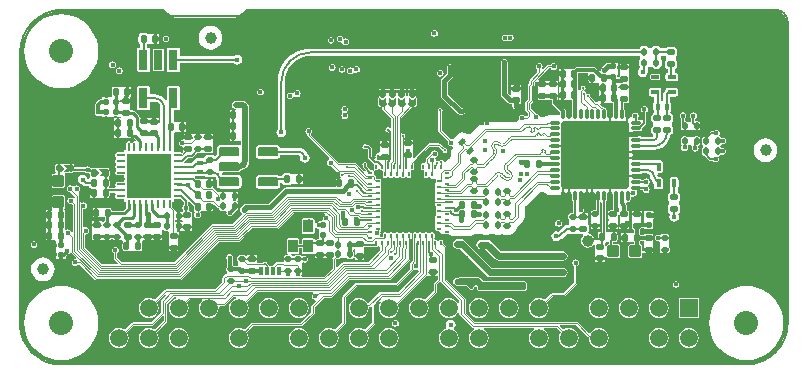
<source format=gbl>
G04*
G04 #@! TF.GenerationSoftware,Altium Limited,CircuitStudio,1.5.2 (30)*
G04*
G04 Layer_Physical_Order=4*
G04 Layer_Color=16711680*
%FSLAX25Y25*%
%MOIN*%
G70*
G01*
G75*
%ADD10C,0.00768*%
%ADD11C,0.03937*%
G04:AMPARAMS|DCode=12|XSize=23.62mil|YSize=19.69mil|CornerRadius=4.92mil|HoleSize=0mil|Usage=FLASHONLY|Rotation=0.000|XOffset=0mil|YOffset=0mil|HoleType=Round|Shape=RoundedRectangle|*
%AMROUNDEDRECTD12*
21,1,0.02362,0.00984,0,0,0.0*
21,1,0.01378,0.01969,0,0,0.0*
1,1,0.00984,0.00689,-0.00492*
1,1,0.00984,-0.00689,-0.00492*
1,1,0.00984,-0.00689,0.00492*
1,1,0.00984,0.00689,0.00492*
%
%ADD12ROUNDEDRECTD12*%
G04:AMPARAMS|DCode=13|XSize=23.62mil|YSize=17.72mil|CornerRadius=4.43mil|HoleSize=0mil|Usage=FLASHONLY|Rotation=180.000|XOffset=0mil|YOffset=0mil|HoleType=Round|Shape=RoundedRectangle|*
%AMROUNDEDRECTD13*
21,1,0.02362,0.00886,0,0,180.0*
21,1,0.01476,0.01772,0,0,180.0*
1,1,0.00886,-0.00738,0.00443*
1,1,0.00886,0.00738,0.00443*
1,1,0.00886,0.00738,-0.00443*
1,1,0.00886,-0.00738,-0.00443*
%
%ADD13ROUNDEDRECTD13*%
G04:AMPARAMS|DCode=14|XSize=23.62mil|YSize=17.72mil|CornerRadius=4.43mil|HoleSize=0mil|Usage=FLASHONLY|Rotation=270.000|XOffset=0mil|YOffset=0mil|HoleType=Round|Shape=RoundedRectangle|*
%AMROUNDEDRECTD14*
21,1,0.02362,0.00886,0,0,270.0*
21,1,0.01476,0.01772,0,0,270.0*
1,1,0.00886,-0.00443,-0.00738*
1,1,0.00886,-0.00443,0.00738*
1,1,0.00886,0.00443,0.00738*
1,1,0.00886,0.00443,-0.00738*
%
%ADD14ROUNDEDRECTD14*%
G04:AMPARAMS|DCode=15|XSize=23.62mil|YSize=19.69mil|CornerRadius=4.92mil|HoleSize=0mil|Usage=FLASHONLY|Rotation=90.000|XOffset=0mil|YOffset=0mil|HoleType=Round|Shape=RoundedRectangle|*
%AMROUNDEDRECTD15*
21,1,0.02362,0.00984,0,0,90.0*
21,1,0.01378,0.01969,0,0,90.0*
1,1,0.00984,0.00492,0.00689*
1,1,0.00984,0.00492,-0.00689*
1,1,0.00984,-0.00492,-0.00689*
1,1,0.00984,-0.00492,0.00689*
%
%ADD15ROUNDEDRECTD15*%
G04:AMPARAMS|DCode=16|XSize=21.65mil|YSize=17.72mil|CornerRadius=4.43mil|HoleSize=0mil|Usage=FLASHONLY|Rotation=270.000|XOffset=0mil|YOffset=0mil|HoleType=Round|Shape=RoundedRectangle|*
%AMROUNDEDRECTD16*
21,1,0.02165,0.00886,0,0,270.0*
21,1,0.01280,0.01772,0,0,270.0*
1,1,0.00886,-0.00443,-0.00640*
1,1,0.00886,-0.00443,0.00640*
1,1,0.00886,0.00443,0.00640*
1,1,0.00886,0.00443,-0.00640*
%
%ADD16ROUNDEDRECTD16*%
G04:AMPARAMS|DCode=30|XSize=21.65mil|YSize=17.72mil|CornerRadius=4.43mil|HoleSize=0mil|Usage=FLASHONLY|Rotation=0.000|XOffset=0mil|YOffset=0mil|HoleType=Round|Shape=RoundedRectangle|*
%AMROUNDEDRECTD30*
21,1,0.02165,0.00886,0,0,0.0*
21,1,0.01280,0.01772,0,0,0.0*
1,1,0.00886,0.00640,-0.00443*
1,1,0.00886,-0.00640,-0.00443*
1,1,0.00886,-0.00640,0.00443*
1,1,0.00886,0.00640,0.00443*
%
%ADD30ROUNDEDRECTD30*%
%ADD33R,0.16496X0.10492*%
G04:AMPARAMS|DCode=36|XSize=14.17mil|YSize=23mil|CornerRadius=0.71mil|HoleSize=0mil|Usage=FLASHONLY|Rotation=180.000|XOffset=0mil|YOffset=0mil|HoleType=Round|Shape=RoundedRectangle|*
%AMROUNDEDRECTD36*
21,1,0.01417,0.02158,0,0,180.0*
21,1,0.01276,0.02300,0,0,180.0*
1,1,0.00142,-0.00638,0.01079*
1,1,0.00142,0.00638,0.01079*
1,1,0.00142,0.00638,-0.01079*
1,1,0.00142,-0.00638,-0.01079*
%
%ADD36ROUNDEDRECTD36*%
G04:AMPARAMS|DCode=37|XSize=14.17mil|YSize=23mil|CornerRadius=0.71mil|HoleSize=0mil|Usage=FLASHONLY|Rotation=270.000|XOffset=0mil|YOffset=0mil|HoleType=Round|Shape=RoundedRectangle|*
%AMROUNDEDRECTD37*
21,1,0.01417,0.02158,0,0,270.0*
21,1,0.01276,0.02300,0,0,270.0*
1,1,0.00142,-0.01079,-0.00638*
1,1,0.00142,-0.01079,0.00638*
1,1,0.00142,0.01079,0.00638*
1,1,0.00142,0.01079,-0.00638*
%
%ADD37ROUNDEDRECTD37*%
%ADD44C,0.00600*%
%ADD45C,0.00800*%
%ADD46C,0.01400*%
%ADD47C,0.00350*%
%ADD48C,0.01200*%
%ADD49C,0.00400*%
%ADD50C,0.01600*%
%ADD51C,0.01000*%
%ADD52C,0.02400*%
%ADD54C,0.00500*%
%ADD58C,0.03819*%
%ADD59C,0.02362*%
%ADD60C,0.05906*%
%ADD61R,0.05906X0.05906*%
%ADD62C,0.08000*%
%ADD63C,0.01600*%
%ADD64C,0.01000*%
%ADD65C,0.04000*%
%ADD68C,0.02000*%
%ADD69C,0.00475*%
%ADD70C,0.00475*%
G04:AMPARAMS|DCode=71|XSize=39.37mil|YSize=37.4mil|CornerRadius=1.87mil|HoleSize=0mil|Usage=FLASHONLY|Rotation=90.000|XOffset=0mil|YOffset=0mil|HoleType=Round|Shape=RoundedRectangle|*
%AMROUNDEDRECTD71*
21,1,0.03937,0.03366,0,0,90.0*
21,1,0.03563,0.03740,0,0,90.0*
1,1,0.00374,0.01683,0.01782*
1,1,0.00374,0.01683,-0.01782*
1,1,0.00374,-0.01683,-0.01782*
1,1,0.00374,-0.01683,0.01782*
%
%ADD71ROUNDEDRECTD71*%
G04:AMPARAMS|DCode=72|XSize=39.37mil|YSize=37.4mil|CornerRadius=1.87mil|HoleSize=0mil|Usage=FLASHONLY|Rotation=180.000|XOffset=0mil|YOffset=0mil|HoleType=Round|Shape=RoundedRectangle|*
%AMROUNDEDRECTD72*
21,1,0.03937,0.03366,0,0,180.0*
21,1,0.03563,0.03740,0,0,180.0*
1,1,0.00374,-0.01782,0.01683*
1,1,0.00374,0.01782,0.01683*
1,1,0.00374,0.01782,-0.01683*
1,1,0.00374,-0.01782,-0.01683*
%
%ADD72ROUNDEDRECTD72*%
%ADD73O,0.00984X0.03150*%
%ADD74O,0.03150X0.00984*%
%ADD75R,0.14567X0.14567*%
G04:AMPARAMS|DCode=76|XSize=224.41mil|YSize=224.41mil|CornerRadius=5.61mil|HoleSize=0mil|Usage=FLASHONLY|Rotation=90.000|XOffset=0mil|YOffset=0mil|HoleType=Round|Shape=RoundedRectangle|*
%AMROUNDEDRECTD76*
21,1,0.22441,0.21319,0,0,90.0*
21,1,0.21319,0.22441,0,0,90.0*
1,1,0.01122,0.10659,0.10659*
1,1,0.01122,0.10659,-0.10659*
1,1,0.01122,-0.10659,-0.10659*
1,1,0.01122,-0.10659,0.10659*
%
%ADD76ROUNDEDRECTD76*%
G04:AMPARAMS|DCode=77|XSize=33.47mil|YSize=11.81mil|CornerRadius=4.72mil|HoleSize=0mil|Usage=FLASHONLY|Rotation=90.000|XOffset=0mil|YOffset=0mil|HoleType=Round|Shape=RoundedRectangle|*
%AMROUNDEDRECTD77*
21,1,0.03347,0.00236,0,0,90.0*
21,1,0.02402,0.01181,0,0,90.0*
1,1,0.00945,0.00118,0.01201*
1,1,0.00945,0.00118,-0.01201*
1,1,0.00945,-0.00118,-0.01201*
1,1,0.00945,-0.00118,0.01201*
%
%ADD77ROUNDEDRECTD77*%
G04:AMPARAMS|DCode=78|XSize=33.47mil|YSize=11.81mil|CornerRadius=4.72mil|HoleSize=0mil|Usage=FLASHONLY|Rotation=180.000|XOffset=0mil|YOffset=0mil|HoleType=Round|Shape=RoundedRectangle|*
%AMROUNDEDRECTD78*
21,1,0.03347,0.00236,0,0,180.0*
21,1,0.02402,0.01181,0,0,180.0*
1,1,0.00945,-0.01201,0.00118*
1,1,0.00945,0.01201,0.00118*
1,1,0.00945,0.01201,-0.00118*
1,1,0.00945,-0.01201,-0.00118*
%
%ADD78ROUNDEDRECTD78*%
G04:AMPARAMS|DCode=79|XSize=173.23mil|YSize=173.23mil|CornerRadius=4.33mil|HoleSize=0mil|Usage=FLASHONLY|Rotation=180.000|XOffset=0mil|YOffset=0mil|HoleType=Round|Shape=RoundedRectangle|*
%AMROUNDEDRECTD79*
21,1,0.17323,0.16457,0,0,180.0*
21,1,0.16457,0.17323,0,0,180.0*
1,1,0.00866,-0.08228,0.08228*
1,1,0.00866,0.08228,0.08228*
1,1,0.00866,0.08228,-0.08228*
1,1,0.00866,-0.08228,-0.08228*
%
%ADD79ROUNDEDRECTD79*%
G04:AMPARAMS|DCode=80|XSize=15.75mil|YSize=8.66mil|CornerRadius=0.87mil|HoleSize=0mil|Usage=FLASHONLY|Rotation=270.000|XOffset=0mil|YOffset=0mil|HoleType=Round|Shape=RoundedRectangle|*
%AMROUNDEDRECTD80*
21,1,0.01575,0.00693,0,0,270.0*
21,1,0.01402,0.00866,0,0,270.0*
1,1,0.00173,-0.00347,-0.00701*
1,1,0.00173,-0.00347,0.00701*
1,1,0.00173,0.00347,0.00701*
1,1,0.00173,0.00347,-0.00701*
%
%ADD80ROUNDEDRECTD80*%
G04:AMPARAMS|DCode=81|XSize=15.75mil|YSize=8.66mil|CornerRadius=0.87mil|HoleSize=0mil|Usage=FLASHONLY|Rotation=0.000|XOffset=0mil|YOffset=0mil|HoleType=Round|Shape=RoundedRectangle|*
%AMROUNDEDRECTD81*
21,1,0.01575,0.00693,0,0,0.0*
21,1,0.01402,0.00866,0,0,0.0*
1,1,0.00173,0.00701,-0.00347*
1,1,0.00173,-0.00701,-0.00347*
1,1,0.00173,-0.00701,0.00347*
1,1,0.00173,0.00701,0.00347*
%
%ADD81ROUNDEDRECTD81*%
G04:AMPARAMS|DCode=82|XSize=57.09mil|YSize=53.15mil|CornerRadius=5.32mil|HoleSize=0mil|Usage=FLASHONLY|Rotation=180.000|XOffset=0mil|YOffset=0mil|HoleType=Round|Shape=RoundedRectangle|*
%AMROUNDEDRECTD82*
21,1,0.05709,0.04252,0,0,180.0*
21,1,0.04646,0.05315,0,0,180.0*
1,1,0.01063,-0.02323,0.02126*
1,1,0.01063,0.02323,0.02126*
1,1,0.01063,0.02323,-0.02126*
1,1,0.01063,-0.02323,-0.02126*
%
%ADD82ROUNDEDRECTD82*%
G04:AMPARAMS|DCode=83|XSize=29.53mil|YSize=11.81mil|CornerRadius=2.95mil|HoleSize=0mil|Usage=FLASHONLY|Rotation=270.000|XOffset=0mil|YOffset=0mil|HoleType=Round|Shape=RoundedRectangle|*
%AMROUNDEDRECTD83*
21,1,0.02953,0.00591,0,0,270.0*
21,1,0.02363,0.01181,0,0,270.0*
1,1,0.00591,-0.00295,-0.01181*
1,1,0.00591,-0.00295,0.01181*
1,1,0.00591,0.00295,0.01181*
1,1,0.00591,0.00295,-0.01181*
%
%ADD83ROUNDEDRECTD83*%
G04:AMPARAMS|DCode=84|XSize=25.59mil|YSize=13.78mil|CornerRadius=1.38mil|HoleSize=0mil|Usage=FLASHONLY|Rotation=180.000|XOffset=0mil|YOffset=0mil|HoleType=Round|Shape=RoundedRectangle|*
%AMROUNDEDRECTD84*
21,1,0.02559,0.01102,0,0,180.0*
21,1,0.02284,0.01378,0,0,180.0*
1,1,0.00276,-0.01142,0.00551*
1,1,0.00276,0.01142,0.00551*
1,1,0.00276,0.01142,-0.00551*
1,1,0.00276,-0.01142,-0.00551*
%
%ADD84ROUNDEDRECTD84*%
G04:AMPARAMS|DCode=85|XSize=25.59mil|YSize=13.78mil|CornerRadius=1.38mil|HoleSize=0mil|Usage=FLASHONLY|Rotation=90.000|XOffset=0mil|YOffset=0mil|HoleType=Round|Shape=RoundedRectangle|*
%AMROUNDEDRECTD85*
21,1,0.02559,0.01102,0,0,90.0*
21,1,0.02284,0.01378,0,0,90.0*
1,1,0.00276,0.00551,0.01142*
1,1,0.00276,0.00551,-0.01142*
1,1,0.00276,-0.00551,-0.01142*
1,1,0.00276,-0.00551,0.01142*
%
%ADD85ROUNDEDRECTD85*%
G04:AMPARAMS|DCode=86|XSize=23.62mil|YSize=17.72mil|CornerRadius=4.43mil|HoleSize=0mil|Usage=FLASHONLY|Rotation=225.000|XOffset=0mil|YOffset=0mil|HoleType=Round|Shape=RoundedRectangle|*
%AMROUNDEDRECTD86*
21,1,0.02362,0.00886,0,0,225.0*
21,1,0.01476,0.01772,0,0,225.0*
1,1,0.00886,-0.00835,-0.00209*
1,1,0.00886,0.00209,0.00835*
1,1,0.00886,0.00835,0.00209*
1,1,0.00886,-0.00209,-0.00835*
%
%ADD86ROUNDEDRECTD86*%
G04:AMPARAMS|DCode=87|XSize=64.96mil|YSize=29.92mil|CornerRadius=1.5mil|HoleSize=0mil|Usage=FLASHONLY|Rotation=90.000|XOffset=0mil|YOffset=0mil|HoleType=Round|Shape=RoundedRectangle|*
%AMROUNDEDRECTD87*
21,1,0.06496,0.02693,0,0,90.0*
21,1,0.06197,0.02992,0,0,90.0*
1,1,0.00299,0.01347,0.03098*
1,1,0.00299,0.01347,-0.03098*
1,1,0.00299,-0.01347,-0.03098*
1,1,0.00299,-0.01347,0.03098*
%
%ADD87ROUNDEDRECTD87*%
G04:AMPARAMS|DCode=88|XSize=35.43mil|YSize=43.31mil|CornerRadius=0.89mil|HoleSize=0mil|Usage=FLASHONLY|Rotation=0.000|XOffset=0mil|YOffset=0mil|HoleType=Round|Shape=RoundedRectangle|*
%AMROUNDEDRECTD88*
21,1,0.03543,0.04154,0,0,0.0*
21,1,0.03366,0.04331,0,0,0.0*
1,1,0.00177,0.01683,-0.02077*
1,1,0.00177,-0.01683,-0.02077*
1,1,0.00177,-0.01683,0.02077*
1,1,0.00177,0.01683,0.02077*
%
%ADD88ROUNDEDRECTD88*%
G04:AMPARAMS|DCode=89|XSize=65mil|YSize=30mil|CornerRadius=3mil|HoleSize=0mil|Usage=FLASHONLY|Rotation=180.000|XOffset=0mil|YOffset=0mil|HoleType=Round|Shape=RoundedRectangle|*
%AMROUNDEDRECTD89*
21,1,0.06500,0.02400,0,0,180.0*
21,1,0.05900,0.03000,0,0,180.0*
1,1,0.00600,-0.02950,0.01200*
1,1,0.00600,0.02950,0.01200*
1,1,0.00600,0.02950,-0.01200*
1,1,0.00600,-0.02950,-0.01200*
%
%ADD89ROUNDEDRECTD89*%
%ADD90C,0.00475*%
%ADD91C,0.00700*%
%ADD92C,0.00760*%
%ADD93R,0.01500X0.01900*%
%ADD94R,0.02692X0.01425*%
G36*
X1048995Y817364D02*
X1082175D01*
X1082867Y816672D01*
X1083979Y815819D01*
X1084894Y815440D01*
X1085273Y815283D01*
X1086662Y815100D01*
X1105890D01*
X1107278Y815283D01*
X1108572Y815819D01*
X1109684Y816672D01*
X1110376Y817364D01*
X1286362D01*
X1286471Y817378D01*
X1287353Y817262D01*
X1288277Y816880D01*
X1289070Y816271D01*
X1289678Y815478D01*
X1290061Y814555D01*
X1290177Y813673D01*
X1290162Y813564D01*
Y713281D01*
X1290186Y713103D01*
X1290034Y711177D01*
X1289542Y709125D01*
X1288734Y707174D01*
X1287631Y705375D01*
X1286260Y703770D01*
X1284655Y702399D01*
X1282856Y701296D01*
X1280905Y700488D01*
X1278853Y699996D01*
X1276927Y699844D01*
X1276749Y699867D01*
X1047891Y699867D01*
X1047720Y699845D01*
X1045867Y699991D01*
X1043893Y700465D01*
X1042017Y701242D01*
X1040286Y702302D01*
X1038742Y703621D01*
X1037424Y705165D01*
X1036363Y706896D01*
X1035586Y708771D01*
X1035112Y710745D01*
X1034966Y712599D01*
X1034989Y712769D01*
X1034989Y796470D01*
Y803358D01*
X1034964Y803544D01*
X1035122Y805555D01*
X1035637Y807698D01*
X1036480Y809734D01*
X1037632Y811613D01*
X1039063Y813290D01*
X1040739Y814721D01*
X1042618Y815872D01*
X1044655Y816716D01*
X1046798Y817230D01*
X1048809Y817389D01*
X1048995Y817364D01*
D02*
G37*
%LPC*%
G36*
X1098973Y751342D02*
X1098186D01*
Y750505D01*
X1098973D01*
Y751342D01*
D02*
G37*
G36*
X1245741Y750604D02*
X1244741D01*
Y750498D01*
X1243541D01*
Y750604D01*
X1242541D01*
Y749604D01*
X1242724D01*
Y748835D01*
X1242725Y748828D01*
X1242541Y748604D01*
X1242541D01*
Y746721D01*
X1241779D01*
Y749179D01*
X1238629D01*
Y746029D01*
X1238687D01*
Y745242D01*
X1238629D01*
Y744454D01*
X1239084D01*
X1239198Y744378D01*
X1239266Y744365D01*
Y743273D01*
X1236661D01*
Y740124D01*
X1239266D01*
Y739469D01*
X1237936D01*
X1237548Y739308D01*
X1237387Y738920D01*
Y735554D01*
X1237548Y735166D01*
X1237936Y735005D01*
X1241499D01*
X1241887Y735166D01*
X1242048Y735554D01*
Y736506D01*
X1242517Y736580D01*
X1242548Y736580D01*
X1243403D01*
Y737368D01*
X1242548D01*
X1242517Y737368D01*
X1242048Y737442D01*
Y738920D01*
X1241887Y739308D01*
X1241499Y739469D01*
X1241142D01*
Y740124D01*
X1241385D01*
Y740579D01*
X1241461Y740693D01*
X1241475Y740760D01*
X1242566D01*
Y738155D01*
X1245716D01*
Y741305D01*
X1245658D01*
Y742092D01*
X1245716D01*
Y742879D01*
X1245261D01*
X1245147Y742955D01*
X1244830Y743018D01*
X1243452D01*
X1243135Y742955D01*
X1243021Y742879D01*
X1242566D01*
Y742636D01*
X1241475D01*
X1241461Y742704D01*
X1241385Y742818D01*
Y743273D01*
X1241142D01*
Y744365D01*
X1241210Y744378D01*
X1241324Y744454D01*
X1241779D01*
Y744845D01*
X1242541D01*
Y744604D01*
X1243541D01*
Y744710D01*
X1244741D01*
Y744604D01*
X1245741D01*
Y745604D01*
X1245559D01*
Y746374D01*
X1245558Y746381D01*
X1245741Y746604D01*
X1245741D01*
Y748104D01*
X1246082Y748172D01*
X1246452Y748420D01*
X1246700Y748790D01*
X1246786Y749227D01*
X1246700Y749664D01*
X1246452Y750035D01*
X1246082Y750282D01*
X1245741Y750350D01*
Y750604D01*
D02*
G37*
G36*
X1241828Y750753D02*
X1240942D01*
Y749966D01*
X1241828D01*
Y750753D01*
D02*
G37*
G36*
X1107176Y756959D02*
X1106585D01*
Y756172D01*
X1107176D01*
Y756959D01*
D02*
G37*
G36*
X1128796Y760496D02*
X1128009D01*
Y759659D01*
X1128796D01*
Y760496D01*
D02*
G37*
G36*
X1059613Y751656D02*
X1058826D01*
Y750819D01*
X1059613D01*
Y751656D01*
D02*
G37*
G36*
X1058813Y755943D02*
X1058026D01*
Y755106D01*
X1058813D01*
Y755943D01*
D02*
G37*
G36*
X1239466Y750753D02*
X1238629D01*
Y749966D01*
X1239466D01*
Y750753D01*
D02*
G37*
G36*
X1044013Y748443D02*
X1043226D01*
Y747905D01*
X1043226Y747606D01*
Y747506D01*
Y747405D01*
X1043226Y747106D01*
Y746519D01*
X1044013D01*
Y747106D01*
X1044013Y747405D01*
Y747506D01*
Y747606D01*
X1044013Y747905D01*
Y748443D01*
D02*
G37*
G36*
X1059437Y747231D02*
X1058601D01*
Y746443D01*
X1059437D01*
Y747231D01*
D02*
G37*
G36*
X1214165Y747681D02*
X1213728Y747594D01*
X1213357Y747346D01*
X1213110Y746976D01*
X1213023Y746539D01*
X1213110Y746102D01*
X1213357Y745731D01*
X1213728Y745484D01*
X1214165Y745397D01*
X1214602Y745484D01*
X1214972Y745731D01*
X1215220Y746102D01*
X1215306Y746539D01*
X1215220Y746976D01*
X1214972Y747346D01*
X1214602Y747594D01*
X1214165Y747681D01*
D02*
G37*
G36*
X1253186Y762023D02*
X1252083D01*
X1251718Y761950D01*
X1251407Y761743D01*
X1251200Y761433D01*
X1251127Y761067D01*
Y758783D01*
X1251200Y758418D01*
X1251407Y758107D01*
X1251428Y758094D01*
Y757022D01*
X1251055Y756773D01*
X1250770Y756346D01*
X1250669Y755842D01*
Y754857D01*
X1250770Y754353D01*
X1251055Y753926D01*
X1251101Y753895D01*
Y752867D01*
X1251055Y752836D01*
X1250770Y752409D01*
X1250669Y751905D01*
Y750920D01*
X1250770Y750416D01*
X1251055Y749989D01*
X1251449Y749726D01*
X1251168Y749305D01*
X1251044Y748681D01*
X1251168Y748057D01*
X1251522Y747528D01*
X1252051Y747174D01*
X1252676Y747050D01*
X1253300Y747174D01*
X1253829Y747528D01*
X1254183Y748057D01*
X1254307Y748681D01*
X1254183Y749305D01*
X1253902Y749726D01*
X1254296Y749989D01*
X1254582Y750416D01*
X1254682Y750920D01*
Y751905D01*
X1254582Y752409D01*
X1254296Y752836D01*
X1254250Y752867D01*
Y753895D01*
X1254296Y753926D01*
X1254582Y754353D01*
X1254682Y754857D01*
Y755842D01*
X1254582Y756346D01*
X1254296Y756773D01*
X1253869Y757059D01*
X1253842Y757064D01*
Y758094D01*
X1253862Y758107D01*
X1254069Y758418D01*
X1254142Y758783D01*
Y761067D01*
X1254069Y761433D01*
X1253862Y761743D01*
X1253552Y761950D01*
X1253186Y762023D01*
D02*
G37*
G36*
X1044013Y750805D02*
X1043226D01*
Y749919D01*
X1044013D01*
Y750805D01*
D02*
G37*
G36*
X1127576Y721582D02*
X1126721Y721470D01*
X1125925Y721140D01*
X1125241Y720615D01*
X1124717Y719932D01*
X1124387Y719136D01*
X1124275Y718281D01*
X1124387Y717427D01*
X1124717Y716631D01*
X1125241Y715947D01*
X1125925Y715422D01*
X1126721Y715093D01*
X1127576Y714980D01*
X1128430Y715093D01*
X1129226Y715422D01*
X1129910Y715947D01*
X1130434Y716631D01*
X1130764Y717427D01*
X1130877Y718281D01*
X1130764Y719136D01*
X1130434Y719932D01*
X1129910Y720615D01*
X1129226Y721140D01*
X1128430Y721470D01*
X1127576Y721582D01*
D02*
G37*
G36*
X1059613Y749343D02*
X1058826D01*
Y748506D01*
X1059613D01*
Y749343D01*
D02*
G37*
G36*
X1266776Y777723D02*
X1266339Y777636D01*
X1265968Y777389D01*
X1265908Y777299D01*
X1265076D01*
X1264801Y777244D01*
X1264568Y777088D01*
X1262877Y775397D01*
X1262733D01*
X1262435Y775338D01*
X1262317Y775259D01*
X1262176D01*
Y775159D01*
X1262014Y774917D01*
X1261955Y774619D01*
Y773143D01*
X1262014Y772845D01*
X1262176Y772603D01*
Y772503D01*
X1262176D01*
X1262191Y772003D01*
X1262176Y771959D01*
D01*
X1262075Y771746D01*
X1262014Y771617D01*
X1261997Y771533D01*
X1261955Y771319D01*
Y769843D01*
X1262014Y769545D01*
X1262176Y769303D01*
Y769203D01*
X1262317D01*
X1262435Y769124D01*
X1262663Y769079D01*
X1264268Y767474D01*
X1264501Y767318D01*
X1264546Y767309D01*
X1264776Y767264D01*
X1265608D01*
X1265668Y767174D01*
X1266039Y766926D01*
X1266476Y766839D01*
X1266913Y766926D01*
X1267283Y767174D01*
X1267531Y767544D01*
X1267618Y767981D01*
X1267531Y768418D01*
X1267432Y768565D01*
X1267554Y768892D01*
X1267682Y769078D01*
X1267721Y769086D01*
X1267916Y769124D01*
X1268176Y769187D01*
X1268176Y769187D01*
X1268596Y769494D01*
X1268828Y769449D01*
X1268876Y769439D01*
X1269313Y769526D01*
X1269683Y769774D01*
X1269931Y770144D01*
X1270018Y770581D01*
X1269931Y771018D01*
X1269683Y771389D01*
X1269313Y771636D01*
X1268876Y771723D01*
X1268828Y771713D01*
X1268596Y771668D01*
X1268176Y771959D01*
Y771959D01*
X1268176Y771959D01*
X1268103Y772288D01*
X1268176Y772487D01*
D01*
X1268504Y772851D01*
X1268851Y772864D01*
X1268976Y772839D01*
X1269413Y772926D01*
X1269783Y773174D01*
X1270031Y773544D01*
X1270117Y773981D01*
X1270031Y774418D01*
X1269783Y774789D01*
X1269413Y775036D01*
X1268976Y775123D01*
X1268781Y775084D01*
X1268633Y775055D01*
X1268176Y775259D01*
Y775259D01*
X1267834Y775446D01*
X1267703Y775953D01*
X1267831Y776144D01*
X1267918Y776581D01*
X1267831Y777018D01*
X1267583Y777389D01*
X1267213Y777636D01*
X1266776Y777723D01*
D02*
G37*
G36*
X1155437Y773846D02*
X1154600D01*
Y773058D01*
X1155437D01*
Y773846D01*
D02*
G37*
G36*
X1120283Y772689D02*
X1114383D01*
X1113953Y772604D01*
X1113590Y772361D01*
X1113346Y771997D01*
X1113261Y771568D01*
Y769168D01*
X1113346Y768739D01*
X1113590Y768375D01*
X1113953Y768131D01*
X1114383Y768046D01*
X1120283D01*
X1120712Y768131D01*
X1121076Y768375D01*
X1121319Y768739D01*
X1121403Y769161D01*
X1127536D01*
Y769150D01*
X1127646Y769128D01*
X1128017Y768648D01*
X1127952Y768321D01*
X1128076Y767696D01*
X1128430Y767167D01*
X1128959Y766813D01*
X1129583Y766689D01*
X1130208Y766813D01*
X1130737Y767167D01*
X1131091Y767696D01*
X1131215Y768321D01*
X1131091Y768945D01*
X1130737Y769474D01*
X1130486Y769641D01*
X1130359Y769950D01*
X1129841Y770625D01*
X1129166Y771143D01*
X1128380Y771468D01*
X1127536Y771579D01*
Y771575D01*
X1121403D01*
X1121319Y771997D01*
X1121076Y772361D01*
X1120712Y772604D01*
X1120283Y772689D01*
D02*
G37*
G36*
X1283127Y774856D02*
X1282099Y774721D01*
X1281141Y774324D01*
X1280319Y773693D01*
X1279688Y772871D01*
X1279291Y771913D01*
X1279156Y770886D01*
X1279291Y769858D01*
X1279688Y768900D01*
X1280319Y768078D01*
X1281141Y767447D01*
X1282099Y767050D01*
X1283127Y766915D01*
X1284155Y767050D01*
X1285112Y767447D01*
X1285935Y768078D01*
X1286566Y768900D01*
X1286962Y769858D01*
X1287098Y770886D01*
X1286962Y771913D01*
X1286566Y772871D01*
X1285935Y773693D01*
X1285112Y774324D01*
X1284155Y774721D01*
X1283127Y774856D01*
D02*
G37*
G36*
X1066813Y775843D02*
X1066026D01*
Y775006D01*
X1066813D01*
Y775843D01*
D02*
G37*
G36*
X1260618Y775497D02*
X1259733D01*
X1259435Y775438D01*
X1259317Y775359D01*
X1257034D01*
X1256916Y775438D01*
X1256618Y775497D01*
X1255733D01*
X1255435Y775438D01*
X1255317Y775359D01*
X1255176D01*
Y775259D01*
X1255014Y775017D01*
X1254955Y774719D01*
Y773405D01*
X1254955Y773243D01*
X1255014Y772945D01*
D01*
Y772945D01*
D01*
X1255160Y772503D01*
X1255104Y772133D01*
X1255034Y771781D01*
X1255121Y771344D01*
X1255368Y770974D01*
X1255739Y770726D01*
X1256176Y770639D01*
X1256613Y770726D01*
X1256983Y770974D01*
X1257231Y771344D01*
X1257318Y771781D01*
X1257253Y772103D01*
X1257455Y772470D01*
X1257575Y772603D01*
X1258410D01*
X1258677Y772103D01*
X1258621Y772018D01*
X1258534Y771581D01*
X1258621Y771144D01*
X1258868Y770774D01*
X1259239Y770526D01*
X1259676Y770439D01*
X1260113Y770526D01*
X1260483Y770774D01*
X1260731Y771144D01*
X1260818Y771581D01*
X1260738Y771979D01*
X1260738Y772038D01*
X1260896Y772468D01*
X1260970Y772560D01*
X1261011Y772587D01*
X1261176D01*
Y772703D01*
X1261337Y772945D01*
X1261396Y773243D01*
Y774719D01*
X1261337Y775017D01*
X1261176Y775259D01*
Y775359D01*
X1261034D01*
X1260916Y775438D01*
X1260618Y775497D01*
D02*
G37*
G36*
X1165607Y774423D02*
X1164771D01*
Y773635D01*
X1165607D01*
Y774423D01*
D02*
G37*
G36*
X1105248Y774924D02*
X1104461D01*
Y774087D01*
X1105248D01*
Y774924D01*
D02*
G37*
G36*
X1128796Y762809D02*
X1128009D01*
Y761972D01*
X1128796D01*
Y762809D01*
D02*
G37*
G36*
X1117576Y721582D02*
X1116721Y721470D01*
X1115925Y721140D01*
X1115241Y720615D01*
X1114717Y719932D01*
X1114387Y719136D01*
X1114275Y718281D01*
X1114387Y717427D01*
X1114717Y716631D01*
X1115241Y715947D01*
X1115925Y715422D01*
X1116721Y715093D01*
X1117576Y714980D01*
X1118430Y715093D01*
X1119226Y715422D01*
X1119910Y715947D01*
X1120434Y716631D01*
X1120764Y717427D01*
X1120877Y718281D01*
X1120764Y719136D01*
X1120434Y719932D01*
X1119910Y720615D01*
X1119226Y721140D01*
X1118430Y721470D01*
X1117576Y721582D01*
D02*
G37*
G36*
X1098973Y761332D02*
X1098186D01*
Y760496D01*
X1098973D01*
Y761332D01*
D02*
G37*
G36*
X1140613Y761405D02*
X1139826D01*
Y760519D01*
X1140613D01*
Y761405D01*
D02*
G37*
G36*
X1257576Y711582D02*
X1256721Y711470D01*
X1255925Y711140D01*
X1255241Y710615D01*
X1254717Y709932D01*
X1254387Y709135D01*
X1254275Y708281D01*
X1254387Y707427D01*
X1254717Y706631D01*
X1255241Y705947D01*
X1255925Y705422D01*
X1256721Y705093D01*
X1257576Y704980D01*
X1258430Y705093D01*
X1259226Y705422D01*
X1259910Y705947D01*
X1260434Y706631D01*
X1260764Y707427D01*
X1260877Y708281D01*
X1260764Y709135D01*
X1260434Y709932D01*
X1259910Y710615D01*
X1259226Y711140D01*
X1258430Y711470D01*
X1257576Y711582D01*
D02*
G37*
G36*
X1247576D02*
X1246721Y711470D01*
X1245925Y711140D01*
X1245241Y710615D01*
X1244717Y709932D01*
X1244387Y709135D01*
X1244275Y708281D01*
X1244387Y707427D01*
X1244717Y706631D01*
X1245241Y705947D01*
X1245925Y705422D01*
X1246721Y705093D01*
X1247576Y704980D01*
X1248430Y705093D01*
X1249226Y705422D01*
X1249910Y705947D01*
X1250434Y706631D01*
X1250764Y707427D01*
X1250877Y708281D01*
X1250764Y709135D01*
X1250434Y709932D01*
X1249910Y710615D01*
X1249226Y711140D01*
X1248430Y711470D01*
X1247576Y711582D01*
D02*
G37*
G36*
X1159776Y714323D02*
X1159339Y714236D01*
X1158968Y713989D01*
X1158721Y713618D01*
X1158634Y713181D01*
X1158721Y712744D01*
X1158968Y712374D01*
X1159339Y712126D01*
X1159776Y712039D01*
X1160213Y712126D01*
X1160583Y712374D01*
X1160831Y712744D01*
X1160917Y713181D01*
X1160831Y713618D01*
X1160583Y713989D01*
X1160213Y714236D01*
X1159776Y714323D01*
D02*
G37*
G36*
X1124170Y763240D02*
X1123186D01*
X1122682Y763140D01*
X1122254Y762854D01*
X1121978Y762441D01*
X1120956D01*
X1120712Y762604D01*
X1120283Y762689D01*
X1114383D01*
X1113953Y762604D01*
X1113590Y762361D01*
X1113346Y761997D01*
X1113261Y761568D01*
Y759168D01*
X1113346Y758739D01*
X1113590Y758375D01*
X1113953Y758132D01*
X1114383Y758046D01*
X1120283D01*
X1120712Y758132D01*
X1121076Y758375D01*
X1121319Y758739D01*
X1121404Y759168D01*
Y760027D01*
X1121978D01*
X1122254Y759613D01*
X1122682Y759328D01*
X1123186Y759227D01*
X1124170D01*
X1124674Y759328D01*
X1125102Y759613D01*
X1125132Y759659D01*
X1127221D01*
Y762809D01*
X1125132D01*
X1125102Y762854D01*
X1124674Y763140D01*
X1124170Y763240D01*
D02*
G37*
G36*
X1187576Y721582D02*
X1186721Y721470D01*
X1185925Y721140D01*
X1185241Y720615D01*
X1184717Y719932D01*
X1184387Y719136D01*
X1184275Y718281D01*
X1184387Y717427D01*
X1184717Y716631D01*
X1185241Y715947D01*
X1185925Y715422D01*
X1186721Y715093D01*
X1187576Y714980D01*
X1188430Y715093D01*
X1189226Y715422D01*
X1189910Y715947D01*
X1190434Y716631D01*
X1190764Y717427D01*
X1190877Y718281D01*
X1190764Y719136D01*
X1190434Y719932D01*
X1189910Y720615D01*
X1189226Y721140D01*
X1188430Y721470D01*
X1187576Y721582D01*
D02*
G37*
G36*
X1113600Y735861D02*
X1112714D01*
Y735073D01*
X1113600D01*
Y735861D01*
D02*
G37*
G36*
X1247576Y721582D02*
X1246721Y721470D01*
X1245925Y721140D01*
X1245241Y720615D01*
X1244717Y719932D01*
X1244387Y719136D01*
X1244275Y718281D01*
X1244387Y717427D01*
X1244717Y716631D01*
X1245241Y715947D01*
X1245925Y715422D01*
X1246721Y715093D01*
X1247576Y714980D01*
X1248430Y715093D01*
X1249226Y715422D01*
X1249910Y715947D01*
X1250434Y716631D01*
X1250764Y717427D01*
X1250877Y718281D01*
X1250764Y719136D01*
X1250434Y719932D01*
X1249910Y720615D01*
X1249226Y721140D01*
X1248430Y721470D01*
X1247576Y721582D01*
D02*
G37*
G36*
X1260848Y721554D02*
X1254303D01*
Y715008D01*
X1260848D01*
Y721554D01*
D02*
G37*
G36*
X1245716Y737368D02*
X1244879D01*
Y736580D01*
X1245716D01*
Y737368D01*
D02*
G37*
G36*
X1039276Y740623D02*
X1038839Y740536D01*
X1038468Y740289D01*
X1038221Y739918D01*
X1038134Y739481D01*
X1038221Y739044D01*
X1038468Y738674D01*
X1038839Y738426D01*
X1039276Y738339D01*
X1039713Y738426D01*
X1040083Y738674D01*
X1040331Y739044D01*
X1040417Y739481D01*
X1040331Y739918D01*
X1040083Y740289D01*
X1039713Y740536D01*
X1039276Y740623D01*
D02*
G37*
G36*
X1087450Y738019D02*
X1086614D01*
Y737231D01*
X1087450D01*
Y738019D01*
D02*
G37*
G36*
X1085137D02*
X1084301D01*
Y737231D01*
X1085137D01*
Y738019D01*
D02*
G37*
G36*
X1219876Y734523D02*
X1219439Y734436D01*
X1219068Y734189D01*
X1218821Y733818D01*
X1218734Y733381D01*
X1218821Y732944D01*
X1219068Y732574D01*
X1219313Y732410D01*
Y726914D01*
X1215642Y723244D01*
X1211976D01*
X1211578Y723079D01*
X1209459Y720961D01*
X1209226Y721140D01*
X1208430Y721470D01*
X1207576Y721582D01*
X1206721Y721470D01*
X1205925Y721140D01*
X1205241Y720615D01*
X1204717Y719932D01*
X1204387Y719136D01*
X1204275Y718281D01*
X1204387Y717427D01*
X1204717Y716631D01*
X1205241Y715947D01*
X1205925Y715422D01*
X1206721Y715093D01*
X1207576Y714980D01*
X1208430Y715093D01*
X1209226Y715422D01*
X1209910Y715947D01*
X1210434Y716631D01*
X1210764Y717427D01*
X1210877Y718281D01*
X1210764Y719136D01*
X1210434Y719932D01*
X1210255Y720165D01*
X1212209Y722118D01*
X1215876D01*
X1216274Y722283D01*
X1220274Y726283D01*
X1220274Y726283D01*
X1220438Y726681D01*
Y732410D01*
X1220683Y732574D01*
X1220931Y732944D01*
X1221017Y733381D01*
X1220931Y733818D01*
X1220683Y734189D01*
X1220313Y734436D01*
X1219876Y734523D01*
D02*
G37*
G36*
X1181976Y741131D02*
X1180376D01*
X1179782Y741013D01*
X1179280Y740677D01*
X1178944Y740174D01*
X1178826Y739581D01*
X1178944Y738988D01*
X1179280Y738485D01*
X1179782Y738149D01*
X1180376Y738031D01*
X1181334D01*
X1190280Y729085D01*
X1190783Y728749D01*
X1191376Y728631D01*
X1215676D01*
X1216269Y728749D01*
X1216772Y729085D01*
X1217107Y729588D01*
X1217225Y730181D01*
X1217107Y730774D01*
X1216772Y731277D01*
X1216269Y731613D01*
X1215676Y731731D01*
X1192017D01*
X1183072Y740677D01*
X1182569Y741013D01*
X1181976Y741131D01*
D02*
G37*
G36*
X1187721Y728482D02*
X1180977D01*
X1180884Y728444D01*
X1180785Y728424D01*
X1180677Y728352D01*
X1180376Y728292D01*
X1180306Y728306D01*
X1180299Y728305D01*
X1180293Y728308D01*
X1180170Y728279D01*
X1180046Y728254D01*
X1180042Y728249D01*
X1180035Y728247D01*
X1179937Y728176D01*
X1179739Y728136D01*
X1179368Y727889D01*
X1179121Y727518D01*
X1179034Y727081D01*
X1179121Y726644D01*
X1179368Y726274D01*
X1179460Y726212D01*
X1179494Y726131D01*
X1179931Y725694D01*
X1180176Y725593D01*
X1183574D01*
X1184031Y725136D01*
X1184834Y724333D01*
X1184850Y724326D01*
X1184857Y724311D01*
X1184970Y724276D01*
X1185079Y724231D01*
X1185095Y724237D01*
X1185110Y724232D01*
X1185372Y724256D01*
X1185487Y724317D01*
X1185603Y724374D01*
X1185986Y724817D01*
X1186014Y724902D01*
X1186064Y724976D01*
X1186114Y725229D01*
X1186219Y725385D01*
X1186375Y725490D01*
X1186560Y725527D01*
X1186745Y725490D01*
X1186902Y725385D01*
X1187006Y725229D01*
X1187043Y725044D01*
X1187004Y724849D01*
X1187020Y724771D01*
X1187009Y724693D01*
X1187040Y724574D01*
X1187077Y724525D01*
X1187090Y724465D01*
X1187353Y724084D01*
X1187381Y724066D01*
X1187393Y724036D01*
X1187489Y723997D01*
X1187576Y723940D01*
X1187608Y723947D01*
X1187638Y723935D01*
X1202876D01*
X1203121Y724036D01*
X1203621Y724536D01*
X1203722Y724781D01*
Y726381D01*
X1203621Y726626D01*
X1203179Y727068D01*
X1202934Y727169D01*
X1189177D01*
X1187965Y728381D01*
X1187721Y728482D01*
D02*
G37*
G36*
X1042280Y735185D02*
X1041253Y735050D01*
X1040295Y734653D01*
X1039472Y734022D01*
X1038841Y733200D01*
X1038445Y732242D01*
X1038309Y731214D01*
X1038445Y730186D01*
X1038841Y729229D01*
X1039472Y728406D01*
X1040295Y727775D01*
X1041253Y727379D01*
X1042280Y727243D01*
X1043308Y727379D01*
X1044266Y727775D01*
X1045088Y728406D01*
X1045719Y729229D01*
X1046116Y730186D01*
X1046251Y731214D01*
X1046116Y732242D01*
X1045719Y733200D01*
X1045088Y734022D01*
X1044266Y734653D01*
X1043308Y735050D01*
X1042280Y735185D01*
D02*
G37*
G36*
X1253276Y727323D02*
X1252839Y727236D01*
X1252468Y726989D01*
X1252221Y726618D01*
X1252134Y726181D01*
X1252221Y725744D01*
X1252468Y725374D01*
X1252839Y725126D01*
X1253276Y725039D01*
X1253713Y725126D01*
X1254083Y725374D01*
X1254331Y725744D01*
X1254418Y726181D01*
X1254331Y726618D01*
X1254083Y726989D01*
X1253713Y727236D01*
X1253276Y727323D01*
D02*
G37*
G36*
X1190376Y740931D02*
X1188276D01*
X1187683Y740813D01*
X1187180Y740477D01*
X1186844Y739974D01*
X1186726Y739381D01*
X1186844Y738788D01*
X1187180Y738285D01*
X1187683Y737949D01*
X1188276Y737831D01*
X1189734D01*
X1193080Y734485D01*
X1193583Y734149D01*
X1194176Y734031D01*
X1215676D01*
X1216269Y734149D01*
X1216772Y734485D01*
X1217107Y734988D01*
X1217225Y735581D01*
X1217107Y736174D01*
X1216772Y736677D01*
X1216269Y737013D01*
X1215676Y737131D01*
X1194818D01*
X1191471Y740477D01*
X1190969Y740813D01*
X1190376Y740931D01*
D02*
G37*
G36*
X1229550Y734419D02*
X1228714D01*
Y733632D01*
X1229550D01*
Y734419D01*
D02*
G37*
G36*
X1227237D02*
X1226352D01*
Y733632D01*
X1227237D01*
Y734419D01*
D02*
G37*
G36*
X1237576Y721582D02*
X1236721Y721470D01*
X1235925Y721140D01*
X1235241Y720615D01*
X1234717Y719932D01*
X1234387Y719136D01*
X1234275Y718281D01*
X1234387Y717427D01*
X1234717Y716631D01*
X1235241Y715947D01*
X1235925Y715422D01*
X1236721Y715093D01*
X1237576Y714980D01*
X1238430Y715093D01*
X1239226Y715422D01*
X1239910Y715947D01*
X1240434Y716631D01*
X1240764Y717427D01*
X1240877Y718281D01*
X1240764Y719136D01*
X1240434Y719932D01*
X1239910Y720615D01*
X1239226Y721140D01*
X1238430Y721470D01*
X1237576Y721582D01*
D02*
G37*
G36*
X1231592Y745242D02*
X1230706D01*
Y744454D01*
X1231592D01*
Y745242D01*
D02*
G37*
G36*
X1091985Y744895D02*
X1091148D01*
Y744108D01*
X1091985D01*
Y744895D01*
D02*
G37*
G36*
X1088835Y744895D02*
X1088434Y744895D01*
X1088335Y744895D01*
X1087997D01*
Y744108D01*
X1088335D01*
X1088587Y744108D01*
X1088841Y744108D01*
X1089087Y744108D01*
X1089672D01*
Y744895D01*
X1089087D01*
X1088835Y744895D01*
D02*
G37*
G36*
X1233905Y745242D02*
X1233068D01*
Y744454D01*
X1233905D01*
Y745242D01*
D02*
G37*
G36*
X1197576Y721582D02*
X1196721Y721470D01*
X1195925Y721140D01*
X1195241Y720615D01*
X1194717Y719932D01*
X1194387Y719136D01*
X1194275Y718281D01*
X1194387Y717427D01*
X1194717Y716631D01*
X1195241Y715947D01*
X1195925Y715422D01*
X1196721Y715093D01*
X1197576Y714980D01*
X1198430Y715093D01*
X1199226Y715422D01*
X1199910Y715947D01*
X1200434Y716631D01*
X1200764Y717427D01*
X1200877Y718281D01*
X1200764Y719136D01*
X1200434Y719932D01*
X1199910Y720615D01*
X1199226Y721140D01*
X1198430Y721470D01*
X1197576Y721582D01*
D02*
G37*
G36*
X1237645Y745242D02*
X1236808D01*
Y744454D01*
X1237645D01*
Y745242D01*
D02*
G37*
G36*
X1235332D02*
X1234446D01*
Y744454D01*
X1235332D01*
Y745242D01*
D02*
G37*
G36*
X1227576Y721582D02*
X1226721Y721470D01*
X1225925Y721140D01*
X1225241Y720615D01*
X1224717Y719932D01*
X1224387Y719136D01*
X1224275Y718281D01*
X1224387Y717427D01*
X1224717Y716631D01*
X1225241Y715947D01*
X1225925Y715422D01*
X1226721Y715093D01*
X1227576Y714980D01*
X1228430Y715093D01*
X1229226Y715422D01*
X1229910Y715947D01*
X1230434Y716631D01*
X1230764Y717427D01*
X1230877Y718281D01*
X1230764Y719136D01*
X1230434Y719932D01*
X1229910Y720615D01*
X1229226Y721140D01*
X1228430Y721470D01*
X1227576Y721582D01*
D02*
G37*
G36*
X1081896Y741696D02*
X1081060D01*
Y740909D01*
X1081896D01*
Y741696D01*
D02*
G37*
G36*
X1044013Y741643D02*
X1043226D01*
Y740806D01*
X1044013D01*
Y741643D01*
D02*
G37*
G36*
X1235873Y740960D02*
X1235086D01*
Y740124D01*
X1235873D01*
Y740960D01*
D02*
G37*
G36*
X1078747Y741696D02*
X1078747D01*
D01*
X1078247Y741696D01*
X1077910D01*
Y740909D01*
X1078247D01*
X1078747Y740909D01*
X1078747D01*
X1079247Y740909D01*
X1079583D01*
Y741696D01*
X1079247D01*
X1078747Y741696D01*
D02*
G37*
G36*
X1044013Y745043D02*
X1043226D01*
Y744505D01*
X1043226Y744206D01*
Y744106D01*
Y744005D01*
X1043226Y743706D01*
Y743119D01*
X1044013D01*
Y743706D01*
X1044013Y744005D01*
Y744106D01*
Y744206D01*
X1044013Y744505D01*
Y745043D01*
D02*
G37*
G36*
X1250214Y742902D02*
X1248737D01*
X1248440Y742843D01*
X1248198Y742681D01*
X1248098D01*
X1248098Y742681D01*
X1247635Y742771D01*
X1247376Y742823D01*
X1246939Y742736D01*
X1246568Y742489D01*
X1246321Y742118D01*
X1246234Y741681D01*
X1246321Y741244D01*
X1246568Y740874D01*
X1246939Y740626D01*
X1247376Y740539D01*
X1247598Y740583D01*
X1248098Y740261D01*
Y738540D01*
X1248019Y738422D01*
X1247960Y738124D01*
Y737238D01*
X1248019Y736940D01*
X1248082Y736846D01*
Y736681D01*
X1248198D01*
X1248440Y736519D01*
X1248737Y736460D01*
X1250214D01*
X1250511Y736519D01*
X1250753Y736681D01*
X1250854D01*
Y736822D01*
X1250932Y736940D01*
X1250954Y737047D01*
X1251167Y737190D01*
X1251348Y737461D01*
X1251412Y737781D01*
X1251348Y738101D01*
X1251167Y738372D01*
X1250896Y738553D01*
X1250854Y738562D01*
Y740822D01*
X1250932Y740941D01*
X1250992Y741238D01*
Y742124D01*
X1250932Y742422D01*
X1250854Y742540D01*
Y742681D01*
X1250753D01*
X1250511Y742843D01*
X1250214Y742902D01*
D02*
G37*
G36*
X1235873Y743322D02*
X1235086D01*
Y742437D01*
X1235873D01*
Y743322D01*
D02*
G37*
G36*
X1090037Y776331D02*
X1089201D01*
Y775543D01*
X1090037D01*
Y776331D01*
D02*
G37*
G36*
X1067726Y798523D02*
X1067289Y798436D01*
X1066918Y798189D01*
X1066671Y797818D01*
X1066584Y797381D01*
X1066671Y796944D01*
X1066918Y796574D01*
X1067289Y796326D01*
X1067726Y796239D01*
X1068163Y796326D01*
X1068533Y796574D01*
X1068781Y796944D01*
X1068867Y797381D01*
X1068781Y797818D01*
X1068533Y798189D01*
X1068163Y798436D01*
X1067726Y798523D01*
D02*
G37*
G36*
X1174676Y797723D02*
X1174239Y797636D01*
X1173868Y797389D01*
X1173621Y797018D01*
X1173534Y796581D01*
X1173621Y796144D01*
X1173868Y795774D01*
X1174239Y795526D01*
X1174676Y795439D01*
X1175113Y795526D01*
X1175483Y795774D01*
X1175731Y796144D01*
X1175817Y796581D01*
X1175731Y797018D01*
X1175483Y797389D01*
X1175113Y797636D01*
X1174676Y797723D01*
D02*
G37*
G36*
X1247461Y796387D02*
X1245178D01*
X1244828Y796242D01*
X1244682Y795891D01*
Y794789D01*
X1244828Y794439D01*
X1245178Y794293D01*
X1247461D01*
X1247812Y794439D01*
X1247957Y794789D01*
Y795891D01*
X1247812Y796242D01*
X1247461Y796387D01*
D02*
G37*
G36*
X1141976Y799023D02*
X1141539Y798936D01*
X1141168Y798689D01*
X1140921Y798318D01*
X1140834Y797881D01*
X1140921Y797444D01*
X1141168Y797074D01*
X1141539Y796826D01*
X1141976Y796739D01*
X1142413Y796826D01*
X1142783Y797074D01*
X1143031Y797444D01*
X1143118Y797881D01*
X1143031Y798318D01*
X1142783Y798689D01*
X1142413Y798936D01*
X1141976Y799023D01*
D02*
G37*
G36*
X1138676Y799623D02*
X1138239Y799536D01*
X1137868Y799289D01*
X1137621Y798918D01*
X1137534Y798481D01*
X1137621Y798044D01*
X1137868Y797674D01*
X1138239Y797426D01*
X1138676Y797339D01*
X1139113Y797426D01*
X1139483Y797674D01*
X1139731Y798044D01*
X1139818Y798481D01*
X1139731Y798918D01*
X1139483Y799289D01*
X1139113Y799536D01*
X1138676Y799623D01*
D02*
G37*
G36*
X1215113Y797956D02*
X1214326D01*
Y797119D01*
X1215113D01*
Y797956D01*
D02*
G37*
G36*
X1076335Y809894D02*
X1075351D01*
X1074847Y809793D01*
X1074420Y809508D01*
X1074134Y809081D01*
X1074034Y808576D01*
Y807198D01*
X1074134Y806694D01*
X1074420Y806267D01*
X1074636Y806122D01*
Y805072D01*
X1074446D01*
X1074075Y804999D01*
X1073761Y804789D01*
X1073551Y804475D01*
X1073477Y804104D01*
Y797907D01*
X1073551Y797537D01*
X1073761Y797223D01*
X1074075Y797013D01*
X1074446Y796939D01*
X1077139D01*
X1077509Y797013D01*
X1077823Y797223D01*
X1078033Y797537D01*
X1078107Y797907D01*
Y804104D01*
X1078033Y804475D01*
X1077823Y804789D01*
X1077509Y804999D01*
X1077139Y805072D01*
X1077050D01*
Y806122D01*
X1077267Y806267D01*
X1077298Y806313D01*
X1079387D01*
Y809462D01*
X1077298D01*
X1077267Y809508D01*
X1076840Y809793D01*
X1076335Y809894D01*
D02*
G37*
G36*
X1210676Y794061D02*
X1210504D01*
X1210332D01*
X1210176Y794061D01*
X1209446D01*
Y793273D01*
X1210176D01*
X1210332Y793273D01*
X1210504D01*
X1210676D01*
X1210832Y793273D01*
X1211513D01*
Y794061D01*
X1210832D01*
X1210676Y794061D01*
D02*
G37*
G36*
X1048402Y816190D02*
X1046469Y816038D01*
X1044584Y815586D01*
X1042792Y814843D01*
X1041138Y813830D01*
X1039664Y812571D01*
X1038404Y811096D01*
X1037391Y809443D01*
X1036649Y807651D01*
X1036196Y805766D01*
X1036044Y803832D01*
X1036196Y801899D01*
X1036649Y800013D01*
X1037391Y798222D01*
X1038404Y796568D01*
X1039664Y795094D01*
X1041138Y793834D01*
X1042792Y792821D01*
X1044584Y792079D01*
X1046469Y791626D01*
X1048402Y791474D01*
X1050336Y791626D01*
X1052221Y792079D01*
X1054013Y792821D01*
X1055666Y793834D01*
X1057141Y795094D01*
X1058400Y796568D01*
X1059414Y798222D01*
X1060156Y800013D01*
X1060608Y801899D01*
X1060760Y803832D01*
X1060608Y805766D01*
X1060156Y807651D01*
X1059414Y809443D01*
X1058400Y811096D01*
X1057141Y812571D01*
X1055666Y813830D01*
X1054013Y814843D01*
X1052221Y815586D01*
X1050336Y816038D01*
X1048402Y816190D01*
D02*
G37*
G36*
X1071625Y791956D02*
X1070838D01*
Y791119D01*
X1071625D01*
Y791956D01*
D02*
G37*
G36*
X1154945Y791411D02*
X1154158D01*
Y790821D01*
X1154945D01*
Y791411D01*
D02*
G37*
G36*
X1199253Y792602D02*
X1198417D01*
Y791814D01*
X1199253D01*
Y792602D01*
D02*
G37*
G36*
X1215113Y795643D02*
X1214326D01*
Y794905D01*
X1214326Y794806D01*
Y794606D01*
Y794405D01*
X1214326Y794306D01*
Y793519D01*
X1215113D01*
Y794306D01*
X1215113Y794405D01*
Y794606D01*
Y794806D01*
X1215113Y794905D01*
Y795643D01*
D02*
G37*
G36*
X1213826Y794061D02*
X1212989D01*
Y793273D01*
X1213826D01*
Y794061D01*
D02*
G37*
G36*
X1201615Y792602D02*
X1200729D01*
Y791814D01*
X1201615D01*
Y792602D01*
D02*
G37*
G36*
X1082139Y804613D02*
X1079446D01*
X1079086Y804464D01*
X1078937Y804104D01*
Y797907D01*
X1079086Y797548D01*
X1079446Y797399D01*
X1082139D01*
X1082498Y797548D01*
X1082647Y797907D01*
Y804104D01*
X1082498Y804464D01*
X1082139Y804613D01*
D02*
G37*
G36*
X1138276Y808723D02*
X1137839Y808636D01*
X1137468Y808389D01*
X1137221Y808018D01*
X1137134Y807581D01*
X1137221Y807144D01*
X1137468Y806774D01*
X1137839Y806526D01*
X1138276Y806439D01*
X1138713Y806526D01*
X1139083Y806774D01*
X1139331Y807144D01*
X1139417Y807581D01*
X1139331Y808018D01*
X1139083Y808389D01*
X1138713Y808636D01*
X1138276Y808723D01*
D02*
G37*
G36*
X1080961Y807149D02*
X1080174D01*
Y806313D01*
X1080961D01*
Y807149D01*
D02*
G37*
G36*
X1141276Y809123D02*
X1140839Y809036D01*
X1140468Y808789D01*
X1140221Y808418D01*
X1140134Y807981D01*
X1140221Y807544D01*
X1140468Y807174D01*
X1140839Y806926D01*
X1141276Y806839D01*
X1141713Y806926D01*
X1142082Y806584D01*
X1142329Y806214D01*
X1142700Y805966D01*
X1143137Y805879D01*
X1143574Y805966D01*
X1143944Y806214D01*
X1144192Y806584D01*
X1144279Y807021D01*
X1144192Y807458D01*
X1143944Y807829D01*
X1143574Y808076D01*
X1143137Y808163D01*
X1142700Y808076D01*
X1142331Y808418D01*
X1142083Y808789D01*
X1141713Y809036D01*
X1141276Y809123D01*
D02*
G37*
G36*
X1083276D02*
X1082839Y809036D01*
X1082468Y808789D01*
X1082221Y808418D01*
X1082134Y807981D01*
X1082221Y807544D01*
X1082468Y807174D01*
X1082839Y806926D01*
X1083276Y806839D01*
X1083713Y806926D01*
X1084083Y807174D01*
X1084331Y807544D01*
X1084418Y807981D01*
X1084331Y808418D01*
X1084083Y808789D01*
X1083713Y809036D01*
X1083276Y809123D01*
D02*
G37*
G36*
X1198023Y809492D02*
X1197586Y809405D01*
X1197215Y809157D01*
X1196764Y809382D01*
X1196742Y809397D01*
X1196305Y809484D01*
X1195868Y809397D01*
X1195497Y809150D01*
X1195250Y808779D01*
X1195163Y808342D01*
X1195250Y807905D01*
X1195497Y807535D01*
X1195868Y807287D01*
X1196305Y807200D01*
X1196742Y807287D01*
X1197112Y807535D01*
X1197563Y807310D01*
X1197586Y807295D01*
X1198023Y807208D01*
X1198460Y807295D01*
X1198830Y807542D01*
X1199078Y807913D01*
X1199165Y808350D01*
X1199078Y808787D01*
X1198830Y809157D01*
X1198460Y809405D01*
X1198023Y809492D01*
D02*
G37*
G36*
X1172776Y811023D02*
X1172339Y810936D01*
X1171968Y810689D01*
X1171721Y810318D01*
X1171634Y809881D01*
X1171721Y809444D01*
X1171968Y809074D01*
X1172339Y808826D01*
X1172776Y808739D01*
X1173213Y808826D01*
X1173583Y809074D01*
X1173831Y809444D01*
X1173917Y809881D01*
X1173831Y810318D01*
X1173583Y810689D01*
X1173213Y810936D01*
X1172776Y811023D01*
D02*
G37*
G36*
X1080961Y809462D02*
X1080174D01*
Y808626D01*
X1080961D01*
Y809462D01*
D02*
G37*
G36*
X1247219Y805587D02*
X1246333D01*
X1245848Y805490D01*
X1245437Y805215D01*
X1245265Y804959D01*
X1244286D01*
X1244115Y805215D01*
X1243703Y805490D01*
X1243219Y805587D01*
X1242333D01*
X1241848Y805490D01*
X1241437Y805215D01*
X1241162Y804804D01*
X1241154Y804764D01*
X1131713D01*
Y804775D01*
X1129958Y804637D01*
X1128246Y804226D01*
X1126620Y803552D01*
X1125119Y802633D01*
X1123780Y801489D01*
X1122637Y800151D01*
X1121717Y798650D01*
X1121043Y797023D01*
X1120632Y795312D01*
X1120494Y793557D01*
X1120506D01*
Y777879D01*
X1120205Y777429D01*
X1120081Y776805D01*
X1120205Y776181D01*
X1120559Y775651D01*
X1121088Y775298D01*
X1121712Y775174D01*
X1122337Y775298D01*
X1122866Y775651D01*
X1123220Y776181D01*
X1123344Y776805D01*
X1123220Y777429D01*
X1122919Y777879D01*
Y793557D01*
X1122909Y793609D01*
X1123073Y795275D01*
X1123574Y796928D01*
X1124388Y798451D01*
X1125484Y799785D01*
X1126819Y800881D01*
X1128342Y801695D01*
X1129994Y802196D01*
X1131660Y802360D01*
X1131713Y802350D01*
X1241167D01*
X1241437Y801947D01*
Y801715D01*
X1241162Y801304D01*
X1241065Y800819D01*
Y799343D01*
X1241162Y798858D01*
X1241221Y798769D01*
X1241122Y798101D01*
X1241022Y798035D01*
X1240668Y797505D01*
X1240544Y796881D01*
X1240668Y796257D01*
X1241022Y795727D01*
X1241551Y795374D01*
X1242176Y795250D01*
X1242800Y795374D01*
X1243329Y795727D01*
X1243683Y796257D01*
X1243807Y796881D01*
X1243805Y796891D01*
X1243891Y797019D01*
X1243983Y797481D01*
Y798359D01*
X1244115Y798447D01*
X1244286Y798703D01*
X1245265D01*
X1245437Y798447D01*
X1245848Y798172D01*
X1246333Y798076D01*
X1247219D01*
X1247703Y798172D01*
X1248115Y798447D01*
X1248389Y798858D01*
X1248486Y799343D01*
Y800819D01*
X1248389Y801304D01*
X1248285Y801460D01*
X1248155Y801831D01*
X1248285Y802203D01*
X1248389Y802358D01*
X1248392Y802374D01*
X1249849D01*
X1250010Y802133D01*
X1250056Y802102D01*
Y801074D01*
X1250010Y801043D01*
X1249725Y800616D01*
X1249624Y800112D01*
Y799127D01*
X1249725Y798623D01*
X1250010Y798196D01*
X1250438Y797910D01*
X1250522Y797894D01*
Y796814D01*
X1250324Y796775D01*
X1250014Y796567D01*
X1249806Y796257D01*
X1249734Y795891D01*
Y794789D01*
X1249806Y794423D01*
X1250014Y794113D01*
X1250324Y793906D01*
X1250690Y793833D01*
X1252973D01*
X1253339Y793906D01*
X1253649Y794113D01*
X1253857Y794423D01*
X1253929Y794789D01*
Y795891D01*
X1253857Y796257D01*
X1253649Y796567D01*
X1253339Y796775D01*
X1252973Y796847D01*
X1252936D01*
Y797985D01*
X1253251Y798196D01*
X1253537Y798623D01*
X1253637Y799127D01*
Y800112D01*
X1253537Y800616D01*
X1253251Y801043D01*
X1253205Y801074D01*
Y802102D01*
X1253251Y802133D01*
X1253537Y802560D01*
X1253637Y803065D01*
Y804049D01*
X1253537Y804553D01*
X1253251Y804980D01*
X1252824Y805266D01*
X1252320Y805366D01*
X1250942D01*
X1250438Y805266D01*
X1250010Y804980D01*
X1249882Y804788D01*
X1248392D01*
X1248389Y804804D01*
X1248115Y805215D01*
X1247703Y805490D01*
X1247219Y805587D01*
D02*
G37*
G36*
X1235337Y799731D02*
X1234501D01*
Y798943D01*
X1235337D01*
Y799731D01*
D02*
G37*
G36*
X1146776Y799023D02*
X1146339Y798936D01*
X1145968Y798689D01*
X1145875Y798549D01*
X1145693Y798324D01*
X1145234Y798422D01*
X1145213Y798436D01*
X1144776Y798523D01*
X1144339Y798436D01*
X1143968Y798189D01*
X1143721Y797818D01*
X1143634Y797381D01*
X1143721Y796944D01*
X1143968Y796574D01*
X1144339Y796326D01*
X1144776Y796239D01*
X1145213Y796326D01*
X1145583Y796574D01*
X1145676Y796713D01*
X1145858Y796938D01*
X1146317Y796840D01*
X1146339Y796826D01*
X1146776Y796739D01*
X1147213Y796826D01*
X1147583Y797074D01*
X1147831Y797444D01*
X1147917Y797881D01*
X1147831Y798318D01*
X1147583Y798689D01*
X1147213Y798936D01*
X1146776Y799023D01*
D02*
G37*
G36*
X1065476Y800523D02*
X1065039Y800436D01*
X1064668Y800189D01*
X1064421Y799818D01*
X1064334Y799381D01*
X1064421Y798944D01*
X1064668Y798574D01*
X1065039Y798326D01*
X1065476Y798239D01*
X1065913Y798326D01*
X1066283Y798574D01*
X1066531Y798944D01*
X1066617Y799381D01*
X1066531Y799818D01*
X1066283Y800189D01*
X1065913Y800436D01*
X1065476Y800523D01*
D02*
G37*
G36*
X1237650Y799731D02*
X1236814D01*
Y798943D01*
X1237650D01*
Y799731D01*
D02*
G37*
G36*
X1098136Y812372D02*
X1097108Y812237D01*
X1096150Y811840D01*
X1095328Y811209D01*
X1094697Y810387D01*
X1094300Y809429D01*
X1094165Y808401D01*
X1094300Y807373D01*
X1094697Y806416D01*
X1095328Y805593D01*
X1096150Y804962D01*
X1097108Y804565D01*
X1098136Y804430D01*
X1099163Y804565D01*
X1100121Y804962D01*
X1100943Y805593D01*
X1101575Y806416D01*
X1101971Y807373D01*
X1102107Y808401D01*
X1101971Y809429D01*
X1101575Y810387D01*
X1100943Y811209D01*
X1100121Y811840D01*
X1099163Y812237D01*
X1098136Y812372D01*
D02*
G37*
G36*
X1233930Y800112D02*
X1232930D01*
Y800006D01*
X1231730D01*
Y800112D01*
X1230730D01*
Y799927D01*
X1230596D01*
X1230159Y799840D01*
X1229788Y799592D01*
X1228485Y798289D01*
X1228237Y797918D01*
X1228160Y797531D01*
X1227981Y797420D01*
X1227674Y797309D01*
X1226686Y798298D01*
X1226381Y798501D01*
X1226022Y798572D01*
X1220353D01*
X1219994Y798501D01*
X1219689Y798298D01*
X1219491Y798099D01*
X1219050Y797956D01*
X1219050Y797956D01*
Y797956D01*
X1219050Y797956D01*
X1215901D01*
Y794806D01*
X1215901D01*
Y794356D01*
X1215901D01*
Y791206D01*
X1215901D01*
Y790756D01*
X1215901D01*
Y787606D01*
X1218587D01*
Y782850D01*
X1218609Y782742D01*
Y782071D01*
X1216524D01*
Y782780D01*
X1216536Y782840D01*
Y783904D01*
X1216524Y783964D01*
Y784041D01*
X1216462Y784350D01*
X1216287Y784612D01*
X1216073Y784756D01*
X1213770Y787058D01*
Y787761D01*
X1213826D01*
Y788549D01*
X1213770D01*
Y788558D01*
X1213768Y788569D01*
Y789336D01*
X1213826D01*
Y792486D01*
X1210676D01*
Y792486D01*
X1210283D01*
Y792486D01*
X1207133D01*
Y789336D01*
X1207191D01*
Y788549D01*
X1207133D01*
Y787761D01*
X1207588D01*
X1207702Y787685D01*
X1208019Y787622D01*
X1209397D01*
X1209714Y787685D01*
X1209792Y787738D01*
X1210283Y787761D01*
X1210627D01*
Y787761D01*
X1211132D01*
X1211245Y787685D01*
X1211562Y787622D01*
X1211894D01*
Y786669D01*
X1211966Y786310D01*
X1212169Y786006D01*
X1214594Y783581D01*
X1214591Y783044D01*
X1214256Y782719D01*
X1214178Y782696D01*
X1214043Y782723D01*
X1211641D01*
X1210676Y782531D01*
X1210407Y782351D01*
X1209606Y782192D01*
X1209309Y781994D01*
X1209155Y781891D01*
X1207896D01*
X1207831Y782218D01*
X1207583Y782589D01*
X1207213Y782836D01*
X1206851Y782908D01*
X1204851Y784908D01*
Y786360D01*
X1205566Y787075D01*
X1205566Y787075D01*
X1205731Y787473D01*
Y791853D01*
X1205994Y792116D01*
X1206158Y792514D01*
Y793368D01*
X1206633Y793843D01*
X1207133Y793636D01*
Y793273D01*
X1207970D01*
Y794061D01*
X1207558D01*
X1207351Y794561D01*
X1211009Y798218D01*
X1211505D01*
X1211668Y797974D01*
X1212039Y797726D01*
X1212476Y797639D01*
X1212913Y797726D01*
X1213283Y797974D01*
X1213531Y798344D01*
X1213618Y798781D01*
X1213531Y799218D01*
X1213283Y799589D01*
X1212913Y799836D01*
X1212476Y799923D01*
X1212039Y799836D01*
X1211668Y799589D01*
X1211505Y799344D01*
X1210776D01*
X1210776Y799344D01*
X1210378Y799179D01*
X1208908Y797709D01*
X1208519Y798028D01*
X1208731Y798344D01*
X1208817Y798781D01*
X1208731Y799218D01*
X1208483Y799589D01*
X1208113Y799836D01*
X1207676Y799923D01*
X1207239Y799836D01*
X1206868Y799589D01*
X1206621Y799218D01*
X1206534Y798781D01*
X1206621Y798344D01*
X1206868Y797974D01*
X1207113Y797810D01*
Y797014D01*
X1204478Y794379D01*
X1204313Y793981D01*
Y793045D01*
X1204050Y792782D01*
X1203885Y792385D01*
Y788004D01*
X1203170Y787289D01*
X1203006Y786891D01*
Y784376D01*
X1203170Y783978D01*
X1203885Y783263D01*
Y782587D01*
X1203542Y782244D01*
X1202946D01*
X1202783Y782489D01*
X1202413Y782736D01*
X1201976Y782823D01*
X1201539Y782736D01*
X1201168Y782489D01*
X1200921Y782118D01*
X1200834Y781681D01*
X1200921Y781244D01*
X1200950Y781200D01*
X1200101Y780352D01*
X1189573D01*
X1188700Y780178D01*
X1187960Y779684D01*
X1184487Y776211D01*
X1183670D01*
X1183071Y776611D01*
X1182118Y776801D01*
X1181165Y776611D01*
X1180357Y776071D01*
X1179313Y775027D01*
X1178920Y774439D01*
X1178839Y774494D01*
X1178402Y774580D01*
X1178301Y774560D01*
X1175248Y777613D01*
Y783571D01*
X1175277Y783590D01*
X1175458Y783861D01*
X1175522Y784181D01*
X1175458Y784501D01*
X1175277Y784772D01*
X1175006Y784953D01*
X1174686Y785017D01*
X1174366Y784953D01*
X1174094Y784772D01*
X1173913Y784501D01*
X1173849Y784181D01*
X1173913Y783861D01*
X1174094Y783590D01*
X1174123Y783571D01*
Y777414D01*
X1174113Y777390D01*
X1174278Y776992D01*
X1177366Y773904D01*
X1177347Y773876D01*
X1177260Y773439D01*
X1177347Y773002D01*
X1177595Y772631D01*
X1177965Y772384D01*
X1178402Y772297D01*
X1178707Y772357D01*
X1178773Y772313D01*
X1179157Y771738D01*
X1178868Y771450D01*
X1178374Y770710D01*
X1178200Y769837D01*
Y768935D01*
X1176374Y767109D01*
X1175834Y767265D01*
X1175652Y767536D01*
X1175381Y767718D01*
X1175061Y767781D01*
X1174741Y767718D01*
X1174470Y767536D01*
X1174386Y767412D01*
X1174252Y767264D01*
X1173800Y767248D01*
X1173604Y767287D01*
X1173309Y767559D01*
X1173184Y767739D01*
X1173098Y768176D01*
X1173234Y768646D01*
X1173306Y768695D01*
X1173605Y768894D01*
X1173852Y769264D01*
X1173939Y769701D01*
X1173852Y770138D01*
X1173605Y770509D01*
X1173234Y770756D01*
X1172797Y770843D01*
X1172360Y770756D01*
X1171990Y770509D01*
X1171742Y770138D01*
X1171738Y770116D01*
X1171698Y770099D01*
X1170029Y768431D01*
X1169864Y768033D01*
Y766904D01*
X1169781Y766831D01*
X1169405Y766539D01*
X1169383Y766537D01*
X1169383D01*
X1168883Y766537D01*
X1168750D01*
X1168439Y766408D01*
X1168310Y766097D01*
Y764696D01*
X1168439Y764384D01*
X1168750Y764256D01*
X1169176D01*
X1169176Y764255D01*
X1169385Y763756D01*
X1169294Y763538D01*
Y762137D01*
X1169423Y761825D01*
X1169735Y761696D01*
X1170428D01*
X1170739Y761825D01*
X1170801Y761976D01*
X1170930D01*
X1171392Y761825D01*
D01*
X1171683Y761463D01*
X1171661Y761214D01*
X1171583Y760822D01*
Y760129D01*
X1171710Y759491D01*
X1171583Y758853D01*
Y758160D01*
X1171710Y757522D01*
X1171583Y756885D01*
Y756192D01*
X1171710Y755554D01*
X1171583Y754916D01*
Y754223D01*
X1171745Y753409D01*
X1172207Y752719D01*
X1172897Y752258D01*
X1173263Y752185D01*
X1173260Y749080D01*
X1172897Y749008D01*
X1172207Y748546D01*
X1171745Y747856D01*
X1171583Y747042D01*
Y746349D01*
X1171745Y745535D01*
X1172207Y744845D01*
X1172897Y744384D01*
X1173303Y744303D01*
X1173400Y744069D01*
X1173711Y743940D01*
X1174076D01*
X1175156Y742861D01*
X1177645D01*
X1177759Y742785D01*
X1178056Y742587D01*
X1178928Y742413D01*
X1184706D01*
X1185579Y742587D01*
X1185989Y742861D01*
X1188618D01*
X1188663Y742831D01*
X1189616Y742641D01*
X1190502D01*
X1191455Y742831D01*
X1191501Y742861D01*
X1192618D01*
X1192663Y742831D01*
X1193616Y742641D01*
X1194502D01*
X1195337Y742807D01*
X1196218Y742632D01*
X1197694D01*
X1198648Y742821D01*
X1199456Y743361D01*
X1199996Y744169D01*
X1200172Y745058D01*
X1202376Y747261D01*
Y747391D01*
X1202680Y747846D01*
X1202853Y748719D01*
Y751813D01*
X1207621Y756581D01*
X1209824D01*
X1209859Y756530D01*
X1210676Y755984D01*
X1211641Y755792D01*
X1214043D01*
X1215007Y755984D01*
X1215825Y756530D01*
X1215859Y756581D01*
X1218255D01*
X1218609Y756227D01*
Y754474D01*
X1218670Y754165D01*
X1218821Y753939D01*
Y750419D01*
X1218801Y750316D01*
Y749902D01*
X1218137D01*
X1217840Y749843D01*
X1217598Y749681D01*
X1217498D01*
Y749540D01*
X1217419Y749422D01*
X1217360Y749124D01*
Y748238D01*
X1217419Y747940D01*
X1217498Y747822D01*
Y746191D01*
X1217241Y746020D01*
X1217174Y745920D01*
X1216907D01*
X1216445Y745828D01*
X1216054Y745566D01*
X1214156Y743668D01*
X1214001Y743772D01*
X1213377Y743896D01*
X1212753Y743772D01*
X1212224Y743418D01*
X1211870Y742889D01*
X1211746Y742264D01*
X1211870Y741640D01*
X1212224Y741111D01*
X1212753Y740757D01*
X1213377Y740633D01*
X1214001Y740757D01*
X1214451Y741057D01*
X1214459D01*
X1214921Y741149D01*
X1215312Y741411D01*
X1217243Y743341D01*
X1217652Y743067D01*
X1218137Y742971D01*
X1219614D01*
X1220099Y743067D01*
X1220510Y743342D01*
X1220946Y743095D01*
X1221082Y743003D01*
X1221587Y742903D01*
X1222182D01*
X1222334Y742403D01*
X1222226Y742331D01*
X1221720Y741574D01*
X1221542Y740681D01*
X1221720Y739788D01*
X1222226Y739031D01*
X1222983Y738525D01*
X1223876Y738348D01*
X1224769Y738525D01*
X1225525Y739031D01*
X1225901Y739593D01*
X1226401Y739441D01*
Y739143D01*
X1226459D01*
Y738356D01*
X1226401D01*
Y735206D01*
X1229550D01*
Y738356D01*
X1229493D01*
Y739143D01*
X1229550D01*
Y739931D01*
X1229817Y740320D01*
X1231022D01*
Y739469D01*
X1230652D01*
X1230264Y739308D01*
X1230104Y738920D01*
Y735554D01*
X1230264Y735166D01*
X1230652Y735005D01*
X1234215D01*
X1234603Y735166D01*
X1234764Y735554D01*
Y738920D01*
X1234603Y739308D01*
X1234215Y739469D01*
X1232457D01*
Y740232D01*
X1232920Y740320D01*
X1232920Y740320D01*
X1232920Y740320D01*
X1233708D01*
Y740776D01*
X1233784Y740889D01*
X1233847Y741206D01*
Y742584D01*
X1233784Y742901D01*
X1233708Y743015D01*
Y743470D01*
X1232920D01*
Y743412D01*
X1232133D01*
Y743470D01*
X1230009D01*
Y753864D01*
X1230067Y753903D01*
X1230242Y754165D01*
X1230303Y754474D01*
Y756581D01*
X1232035D01*
X1232388Y756227D01*
Y755735D01*
X1232376Y755675D01*
Y750995D01*
X1232364Y750933D01*
X1232324Y750893D01*
X1231641D01*
X1231324Y750830D01*
X1231210Y750753D01*
X1230755D01*
Y749966D01*
X1230813D01*
Y749179D01*
X1230755D01*
Y746029D01*
X1233905D01*
Y749179D01*
X1234041Y749368D01*
X1234495Y749179D01*
X1234495Y749179D01*
Y746029D01*
X1237645D01*
Y749179D01*
X1237587D01*
Y749966D01*
X1237645D01*
Y750753D01*
X1237190D01*
X1237076Y750830D01*
X1237008Y750843D01*
Y752357D01*
X1236937Y752716D01*
X1236733Y753020D01*
X1236578Y753175D01*
X1236602Y753301D01*
X1236614Y753324D01*
X1237133Y753666D01*
X1237369D01*
X1237679Y753727D01*
X1237941Y753903D01*
X1238116Y754165D01*
X1238177Y754474D01*
Y755233D01*
X1238619Y755514D01*
X1238677Y755518D01*
X1239076Y755439D01*
X1239513Y755526D01*
X1239883Y755774D01*
X1240131Y756144D01*
X1240217Y756581D01*
X1240133Y757005D01*
X1240131Y757019D01*
X1240407Y757505D01*
X1241208D01*
X1241517Y757566D01*
X1241751Y757722D01*
X1242263Y757634D01*
X1242321Y757344D01*
X1242568Y756974D01*
X1242939Y756726D01*
X1243376Y756639D01*
X1243813Y756726D01*
X1244183Y756974D01*
X1244431Y757344D01*
X1244518Y757781D01*
X1244431Y758218D01*
X1244183Y758589D01*
X1243835Y758821D01*
X1243813Y758981D01*
Y759181D01*
X1243835Y759341D01*
X1244183Y759574D01*
X1244431Y759944D01*
X1244518Y760381D01*
X1244431Y760818D01*
X1244183Y761189D01*
X1243813Y761436D01*
X1243376Y761523D01*
X1242939Y761436D01*
X1242568Y761189D01*
X1242453Y761016D01*
X1241828D01*
X1241779Y761089D01*
X1241517Y761264D01*
X1241208Y761325D01*
X1239182D01*
X1238829Y761679D01*
Y762921D01*
X1241208D01*
X1241704Y763020D01*
X1241869Y763129D01*
X1243594D01*
Y763122D01*
X1243985Y763044D01*
X1244317Y762822D01*
X1244322Y762828D01*
X1244656Y762494D01*
X1244679Y762437D01*
X1244785Y761632D01*
X1245152Y760748D01*
X1245734Y759989D01*
X1245734Y759989D01*
X1246009Y759603D01*
Y758783D01*
X1246082Y758418D01*
X1246289Y758107D01*
X1246599Y757900D01*
X1246965Y757827D01*
X1248068D01*
X1248434Y757900D01*
X1248744Y758107D01*
X1248951Y758418D01*
X1249024Y758783D01*
Y761067D01*
X1248951Y761433D01*
X1248744Y761743D01*
X1248434Y761950D01*
X1248068Y762023D01*
X1247236D01*
X1247180Y762106D01*
X1247177Y762120D01*
X1247101Y762581D01*
X1247211Y763036D01*
X1247460Y763339D01*
X1248068D01*
X1248434Y763412D01*
X1248744Y763619D01*
X1248951Y763929D01*
X1249024Y764295D01*
Y766579D01*
X1248951Y766945D01*
X1248744Y767255D01*
X1248434Y767462D01*
X1248068Y767535D01*
X1246965D01*
X1246791Y767500D01*
X1246649Y767529D01*
Y767512D01*
X1241869D01*
X1241704Y767621D01*
X1241208Y767720D01*
X1239182D01*
X1238829Y768074D01*
Y770795D01*
X1241208D01*
X1241704Y770893D01*
X1241869Y771003D01*
X1245778D01*
Y770978D01*
X1247255Y771172D01*
X1248632Y771742D01*
X1249814Y772649D01*
X1250721Y773831D01*
X1251291Y775208D01*
X1251375Y775849D01*
X1251446Y775863D01*
X1251873Y776149D01*
X1252159Y776576D01*
X1252259Y777080D01*
Y778065D01*
X1252159Y778569D01*
X1251873Y778996D01*
X1251828Y779027D01*
Y780055D01*
X1251873Y780086D01*
X1252159Y780513D01*
X1252259Y781017D01*
Y782002D01*
X1252159Y782506D01*
X1251873Y782933D01*
X1251460Y783210D01*
Y783602D01*
X1251634Y783862D01*
X1251701Y784202D01*
Y786360D01*
X1251634Y786700D01*
X1251441Y786988D01*
X1251385Y787026D01*
Y788715D01*
X1252973D01*
X1253339Y788788D01*
X1253649Y788995D01*
X1253857Y789305D01*
X1253929Y789671D01*
Y790773D01*
X1253857Y791139D01*
X1253649Y791449D01*
X1253339Y791657D01*
X1252973Y791729D01*
X1250690D01*
X1250324Y791657D01*
X1250014Y791449D01*
X1249806Y791139D01*
X1249734Y790773D01*
Y790746D01*
X1249325Y790337D01*
X1249063Y789945D01*
X1248971Y789483D01*
Y787590D01*
X1248471Y787380D01*
X1248385Y787465D01*
Y789507D01*
X1248418Y789671D01*
Y790773D01*
X1248345Y791139D01*
X1248137Y791449D01*
X1247827Y791657D01*
X1247461Y791729D01*
X1245178D01*
X1244812Y791657D01*
X1244502Y791449D01*
X1244295Y791139D01*
X1244222Y790773D01*
Y789671D01*
X1244295Y789305D01*
X1244502Y788995D01*
X1244812Y788788D01*
X1245178Y788715D01*
X1245971D01*
Y787029D01*
X1245910Y786988D01*
X1245718Y786700D01*
X1245650Y786360D01*
Y784202D01*
X1245718Y783862D01*
X1245819Y783710D01*
X1245867Y783453D01*
X1245744Y783108D01*
X1245483Y782933D01*
X1245197Y782506D01*
X1245097Y782002D01*
Y781017D01*
X1245197Y780513D01*
X1245483Y780086D01*
X1245528Y780055D01*
Y779027D01*
X1245483Y778996D01*
X1245197Y778569D01*
X1245097Y778065D01*
Y777080D01*
X1245197Y776576D01*
X1245483Y776149D01*
X1245590Y776077D01*
X1245732Y775902D01*
X1245622Y775406D01*
X1245580Y775389D01*
Y775386D01*
X1241869D01*
X1241704Y775495D01*
X1241208Y775594D01*
X1239182D01*
X1238829Y775948D01*
Y777190D01*
X1241208D01*
X1241517Y777251D01*
X1241779Y777426D01*
X1241954Y777688D01*
X1242016Y777998D01*
Y778169D01*
X1243212Y779365D01*
X1243212Y779365D01*
X1243392Y779802D01*
Y783546D01*
X1243583Y783674D01*
X1243831Y784044D01*
X1243917Y784481D01*
X1243831Y784918D01*
X1243583Y785289D01*
X1243213Y785536D01*
X1242776Y785623D01*
X1242339Y785536D01*
X1241968Y785289D01*
X1241721Y784918D01*
X1241634Y784481D01*
X1241721Y784044D01*
X1241968Y783674D01*
X1242159Y783546D01*
Y781076D01*
X1242069Y781005D01*
X1241659Y780854D01*
X1241517Y780949D01*
X1241208Y781010D01*
X1240624D01*
Y781785D01*
X1240731Y781944D01*
X1240818Y782381D01*
X1240731Y782818D01*
X1240483Y783189D01*
X1240113Y783436D01*
X1239676Y783523D01*
X1239239Y783436D01*
X1238868Y783189D01*
X1238621Y782818D01*
X1238534Y782381D01*
X1238279Y782071D01*
X1236209D01*
Y784041D01*
X1236147Y784350D01*
X1236013Y784551D01*
Y786592D01*
X1236765D01*
X1237081Y786656D01*
X1237195Y786731D01*
X1237650D01*
Y787519D01*
X1237593D01*
Y788306D01*
X1237650D01*
Y791456D01*
X1234501D01*
X1234501Y791456D01*
Y791456D01*
X1234501Y791456D01*
X1234064Y791609D01*
Y792090D01*
X1234501Y792243D01*
X1234501Y792243D01*
Y792243D01*
X1234501Y792243D01*
X1235337D01*
Y792968D01*
X1235369D01*
X1235727Y793039D01*
X1236032Y793242D01*
X1236082Y793292D01*
X1236422D01*
X1236790Y793047D01*
X1236814Y792812D01*
Y792243D01*
X1237700D01*
Y792952D01*
X1237700Y793031D01*
Y793031D01*
X1237650Y793510D01*
Y793531D01*
Y794219D01*
X1237593D01*
Y795006D01*
X1237650D01*
Y798156D01*
X1234501D01*
Y795478D01*
X1234001Y795093D01*
X1233930Y795112D01*
X1233748Y795536D01*
Y795882D01*
X1233746Y795888D01*
X1233930Y796112D01*
X1233930D01*
Y798112D01*
X1233930D01*
X1233746Y798336D01*
X1233748Y798342D01*
Y799112D01*
X1233930D01*
Y800112D01*
D02*
G37*
G36*
X1087138Y805072D02*
X1084446D01*
X1084075Y804999D01*
X1083761Y804789D01*
X1083551Y804475D01*
X1083477Y804104D01*
Y797907D01*
X1083551Y797537D01*
X1083761Y797223D01*
X1084075Y797013D01*
X1084446Y796939D01*
X1087138D01*
X1087509Y797013D01*
X1087823Y797223D01*
X1088033Y797537D01*
X1088107Y797907D01*
Y799799D01*
X1106002D01*
X1106451Y799499D01*
X1107076Y799374D01*
X1107700Y799499D01*
X1108229Y799852D01*
X1108583Y800381D01*
X1108707Y801006D01*
X1108583Y801630D01*
X1108229Y802159D01*
X1107700Y802513D01*
X1107076Y802637D01*
X1106451Y802513D01*
X1106002Y802213D01*
X1088107D01*
Y804104D01*
X1088033Y804475D01*
X1087823Y804789D01*
X1087509Y804999D01*
X1087138Y805072D01*
D02*
G37*
G36*
X1166693Y791401D02*
X1165906D01*
Y790810D01*
X1166693D01*
Y791401D01*
D02*
G37*
G36*
X1142876Y785623D02*
X1142439Y785536D01*
X1142068Y785289D01*
X1141821Y784918D01*
X1141734Y784481D01*
X1141821Y784044D01*
X1141968Y783823D01*
X1142032Y783481D01*
X1141968Y783139D01*
X1141821Y782918D01*
X1141734Y782481D01*
X1141821Y782044D01*
X1142068Y781674D01*
X1142439Y781426D01*
X1142876Y781339D01*
X1143313Y781426D01*
X1143683Y781674D01*
X1143931Y782044D01*
X1144018Y782481D01*
X1143931Y782918D01*
X1143783Y783139D01*
X1143719Y783481D01*
X1143783Y783823D01*
X1143931Y784044D01*
X1144018Y784481D01*
X1143931Y784918D01*
X1143683Y785289D01*
X1143313Y785536D01*
X1142876Y785623D01*
D02*
G37*
G36*
X1080814Y781608D02*
X1079977D01*
Y780820D01*
X1080814D01*
Y781608D01*
D02*
G37*
G36*
X1077650Y781631D02*
X1077525D01*
X1077174Y781631D01*
X1076814D01*
Y780843D01*
X1077164D01*
X1077174D01*
X1077664Y780820D01*
X1077790D01*
X1078141Y780820D01*
X1078501D01*
Y781608D01*
X1078150D01*
X1078141D01*
X1077650Y781631D01*
D02*
G37*
G36*
X1178175Y714406D02*
X1177550Y714282D01*
X1177021Y713928D01*
X1176667Y713399D01*
X1176543Y712775D01*
X1176667Y712151D01*
X1176780Y711982D01*
X1176762Y711822D01*
X1176565Y711405D01*
X1175925Y711140D01*
X1175241Y710615D01*
X1174717Y709932D01*
X1174387Y709135D01*
X1174275Y708281D01*
X1174387Y707427D01*
X1174717Y706631D01*
X1175241Y705947D01*
X1175925Y705422D01*
X1176721Y705093D01*
X1177576Y704980D01*
X1178430Y705093D01*
X1179226Y705422D01*
X1179910Y705947D01*
X1180434Y706631D01*
X1180764Y707427D01*
X1180877Y708281D01*
X1180764Y709135D01*
X1180434Y709932D01*
X1179910Y710615D01*
X1179357Y711039D01*
X1179299Y711569D01*
X1179337Y711635D01*
X1179682Y712151D01*
X1179806Y712775D01*
X1179682Y713399D01*
X1179328Y713928D01*
X1178799Y714282D01*
X1178175Y714406D01*
D02*
G37*
G36*
X1196013Y801265D02*
X1195576Y801178D01*
X1195206Y800931D01*
X1194958Y800560D01*
X1194871Y800123D01*
Y789493D01*
X1194958Y789056D01*
X1195206Y788686D01*
X1197164Y786727D01*
X1197534Y786480D01*
X1197972Y786393D01*
X1198417D01*
Y786302D01*
X1198717D01*
Y785721D01*
X1198804Y785284D01*
X1199052Y784913D01*
X1199422Y784666D01*
X1199859Y784579D01*
X1200296Y784666D01*
X1200667Y784913D01*
X1200914Y785284D01*
X1201001Y785721D01*
Y786229D01*
X1201111Y786302D01*
X1201566D01*
Y787090D01*
X1201508D01*
Y787877D01*
X1201566D01*
Y791027D01*
X1198417D01*
Y789358D01*
X1197955Y789167D01*
X1197155Y789966D01*
Y800123D01*
X1197068Y800560D01*
X1196821Y800931D01*
X1196450Y801178D01*
X1196013Y801265D01*
D02*
G37*
G36*
X1105272Y784118D02*
X1104485D01*
Y783232D01*
X1105272D01*
Y784118D01*
D02*
G37*
G36*
X1177944Y799649D02*
X1177944D01*
X1177507Y799562D01*
X1177137Y799314D01*
X1176889Y798944D01*
X1176802Y798507D01*
Y796323D01*
X1175268Y794789D01*
X1175021Y794418D01*
X1174934Y793981D01*
Y788981D01*
X1175021Y788544D01*
X1175268Y788174D01*
X1180368Y783074D01*
X1180739Y782826D01*
X1181176Y782739D01*
X1181876D01*
X1182313Y782826D01*
X1182683Y783074D01*
X1182931Y783444D01*
X1183018Y783881D01*
X1182931Y784318D01*
X1182683Y784689D01*
X1182313Y784936D01*
X1181876Y785023D01*
X1181649D01*
X1177217Y789454D01*
Y793508D01*
X1178752Y795042D01*
X1178999Y795413D01*
X1179086Y795850D01*
Y798507D01*
X1179086Y798507D01*
X1178999Y798944D01*
X1178752Y799314D01*
X1178381Y799562D01*
X1177944Y799649D01*
D02*
G37*
G36*
X1066813Y781556D02*
X1066026D01*
Y780719D01*
X1066813D01*
Y781556D01*
D02*
G37*
G36*
X1089925Y777943D02*
X1089138D01*
Y777057D01*
X1089925D01*
Y777943D01*
D02*
G37*
G36*
X1105272Y778311D02*
X1104485D01*
Y777786D01*
Y777776D01*
X1104461Y777286D01*
Y777284D01*
X1104461Y776984D01*
Y776400D01*
X1105248D01*
Y776974D01*
Y776984D01*
X1105272Y777474D01*
Y777476D01*
X1105272Y777776D01*
Y778311D01*
D02*
G37*
G36*
X1098950Y776331D02*
X1098114D01*
Y775543D01*
X1098950D01*
Y776331D01*
D02*
G37*
G36*
X1066813Y779243D02*
X1066026D01*
Y778656D01*
X1066026Y778406D01*
Y778281D01*
Y778156D01*
X1066026Y777906D01*
Y777319D01*
X1066813D01*
Y777906D01*
X1066813Y778156D01*
Y778281D01*
Y778406D01*
X1066813Y778656D01*
Y779243D01*
D02*
G37*
G36*
X1105272Y781755D02*
X1104485D01*
Y781173D01*
X1104485Y780919D01*
Y780796D01*
Y780673D01*
X1104485Y780419D01*
Y779787D01*
X1105272D01*
Y780419D01*
X1105272Y780673D01*
Y780796D01*
Y780919D01*
X1105272Y781173D01*
Y781755D01*
D02*
G37*
G36*
X1089925Y780256D02*
X1089138D01*
Y779419D01*
X1089925D01*
Y780256D01*
D02*
G37*
G36*
X1255639Y783578D02*
X1255202Y783491D01*
X1254831Y783244D01*
X1254584Y782873D01*
X1254497Y782436D01*
X1254584Y781999D01*
X1254831Y781629D01*
X1254921Y781569D01*
Y779518D01*
X1254955Y779348D01*
Y778243D01*
X1255014Y777945D01*
X1255176Y777703D01*
Y777603D01*
X1255317D01*
X1255435Y777524D01*
X1255733Y777465D01*
X1256618D01*
X1256916Y777524D01*
X1257034Y777603D01*
X1259317D01*
X1259435Y777524D01*
X1259733Y777465D01*
X1260618D01*
X1260916Y777524D01*
X1261011Y777587D01*
X1261176D01*
Y777703D01*
X1261337Y777945D01*
X1261396Y778243D01*
Y779719D01*
X1261337Y780017D01*
X1261176Y780259D01*
Y780359D01*
X1261034D01*
X1260916Y780438D01*
X1260618Y780497D01*
X1259733D01*
X1259692Y780530D01*
Y781446D01*
X1259883Y781574D01*
X1260131Y781944D01*
X1260217Y782381D01*
X1260131Y782818D01*
X1259883Y783189D01*
X1259513Y783436D01*
X1259076Y783523D01*
X1258639Y783436D01*
X1258268Y783189D01*
X1258021Y782818D01*
X1257934Y782381D01*
X1258021Y781944D01*
X1258268Y781574D01*
X1258459Y781446D01*
Y780359D01*
X1257034D01*
X1256916Y780438D01*
X1256618Y780497D01*
X1256356D01*
Y781569D01*
X1256446Y781629D01*
X1256694Y781999D01*
X1256781Y782436D01*
X1256694Y782873D01*
X1256446Y783244D01*
X1256076Y783491D01*
X1255639Y783578D01*
D02*
G37*
G36*
X1157576Y711582D02*
X1156721Y711470D01*
X1155925Y711140D01*
X1155241Y710615D01*
X1154717Y709932D01*
X1154387Y709135D01*
X1154275Y708281D01*
X1154387Y707427D01*
X1154717Y706631D01*
X1155241Y705947D01*
X1155925Y705422D01*
X1156721Y705093D01*
X1157576Y704980D01*
X1158430Y705093D01*
X1159226Y705422D01*
X1159910Y705947D01*
X1160434Y706631D01*
X1160764Y707427D01*
X1160877Y708281D01*
X1160764Y709135D01*
X1160434Y709932D01*
X1159910Y710615D01*
X1159226Y711140D01*
X1158430Y711470D01*
X1157576Y711582D01*
D02*
G37*
G36*
X1215113Y792043D02*
X1214326D01*
Y791305D01*
X1214326Y791206D01*
Y791006D01*
Y790805D01*
X1214326Y790706D01*
Y789919D01*
X1215113D01*
Y790706D01*
X1215113Y790805D01*
Y791006D01*
Y791206D01*
X1215113Y791305D01*
Y792043D01*
D02*
G37*
G36*
X1127028Y790928D02*
X1126591Y790841D01*
X1126221Y790593D01*
X1125973Y790223D01*
X1125932Y790016D01*
X1125746Y789922D01*
X1125404Y789841D01*
X1125113Y790036D01*
X1124676Y790123D01*
X1124239Y790036D01*
X1123868Y789789D01*
X1123621Y789418D01*
X1123534Y788981D01*
X1123621Y788544D01*
X1123868Y788174D01*
X1124239Y787926D01*
X1124676Y787839D01*
X1125113Y787926D01*
X1125483Y788174D01*
X1125731Y788544D01*
X1125772Y788751D01*
X1125958Y788845D01*
X1126299Y788926D01*
X1126591Y788731D01*
X1127028Y788644D01*
X1127465Y788731D01*
X1127836Y788978D01*
X1128083Y789349D01*
X1128170Y789786D01*
X1128083Y790223D01*
X1127836Y790593D01*
X1127465Y790841D01*
X1127028Y790928D01*
D02*
G37*
G36*
X1114744Y791441D02*
X1114307Y791354D01*
X1113937Y791106D01*
X1113689Y790736D01*
X1113602Y790299D01*
X1113689Y789862D01*
X1113937Y789491D01*
X1114307Y789244D01*
X1114744Y789157D01*
X1115181Y789244D01*
X1115551Y789491D01*
X1115799Y789862D01*
X1115886Y790299D01*
X1115799Y790736D01*
X1115551Y791106D01*
X1115181Y791354D01*
X1114744Y791441D01*
D02*
G37*
G36*
X1160578Y791401D02*
X1160082Y791391D01*
X1160078D01*
X1159306D01*
Y790801D01*
X1160082D01*
X1160093Y790801D01*
X1160589Y790810D01*
X1160594D01*
X1161365D01*
Y791401D01*
X1160589D01*
X1160578Y791401D01*
D02*
G37*
G36*
X1164725Y791401D02*
X1163938D01*
Y790810D01*
X1164725D01*
Y791401D01*
D02*
G37*
G36*
X1163334D02*
X1162546D01*
Y790810D01*
X1163334D01*
Y791401D01*
D02*
G37*
G36*
X1156913Y791411D02*
X1156913D01*
X1156846Y791411D01*
X1156126D01*
Y790821D01*
X1156838D01*
X1156846D01*
X1157338Y790801D01*
X1157338D01*
X1157405Y790801D01*
X1158125D01*
Y791391D01*
X1157414D01*
X1157405D01*
X1156913Y791411D01*
D02*
G37*
G36*
X1048402Y725639D02*
X1046469Y725487D01*
X1044584Y725034D01*
X1042792Y724292D01*
X1041138Y723279D01*
X1039664Y722020D01*
X1038404Y720545D01*
X1037391Y718891D01*
X1036649Y717100D01*
X1036196Y715214D01*
X1036044Y713281D01*
X1036196Y711348D01*
X1036649Y709462D01*
X1037391Y707671D01*
X1038404Y706017D01*
X1039664Y704543D01*
X1041138Y703283D01*
X1042792Y702270D01*
X1044584Y701528D01*
X1046469Y701075D01*
X1048402Y700923D01*
X1050336Y701075D01*
X1052221Y701528D01*
X1054013Y702270D01*
X1055666Y703283D01*
X1057141Y704543D01*
X1058400Y706017D01*
X1059414Y707671D01*
X1060156Y709462D01*
X1060608Y711348D01*
X1060760Y713281D01*
X1060608Y715214D01*
X1060156Y717100D01*
X1059414Y718891D01*
X1058400Y720545D01*
X1057141Y722020D01*
X1055666Y723279D01*
X1054013Y724292D01*
X1052221Y725034D01*
X1050336Y725487D01*
X1048402Y725639D01*
D02*
G37*
G36*
X1276749Y725639D02*
X1274816Y725487D01*
X1272930Y725034D01*
X1271138Y724292D01*
X1269485Y723279D01*
X1268010Y722020D01*
X1266751Y720545D01*
X1265738Y718892D01*
X1264996Y717100D01*
X1264543Y715214D01*
X1264391Y713281D01*
X1264543Y711348D01*
X1264996Y709462D01*
X1265738Y707671D01*
X1266751Y706017D01*
X1268010Y704543D01*
X1269485Y703283D01*
X1271138Y702270D01*
X1272930Y701528D01*
X1274816Y701075D01*
X1276749Y700923D01*
X1278682Y701075D01*
X1280568Y701528D01*
X1282359Y702270D01*
X1284013Y703283D01*
X1285487Y704543D01*
X1286747Y706017D01*
X1287760Y707671D01*
X1288502Y709462D01*
X1288955Y711348D01*
X1289107Y713281D01*
X1288955Y715214D01*
X1288502Y717100D01*
X1287760Y718892D01*
X1286747Y720545D01*
X1285487Y722020D01*
X1284013Y723279D01*
X1282359Y724292D01*
X1280568Y725034D01*
X1278682Y725487D01*
X1276749Y725639D01*
D02*
G37*
G36*
X1087576Y711582D02*
X1086721Y711470D01*
X1085925Y711140D01*
X1085241Y710615D01*
X1084717Y709932D01*
X1084387Y709135D01*
X1084275Y708281D01*
X1084387Y707427D01*
X1084717Y706631D01*
X1085241Y705947D01*
X1085925Y705422D01*
X1086721Y705093D01*
X1087576Y704980D01*
X1088430Y705093D01*
X1089226Y705422D01*
X1089910Y705947D01*
X1090434Y706631D01*
X1090764Y707427D01*
X1090877Y708281D01*
X1090764Y709135D01*
X1090434Y709932D01*
X1089910Y710615D01*
X1089226Y711140D01*
X1088430Y711470D01*
X1087576Y711582D01*
D02*
G37*
G36*
X1127576D02*
X1126721Y711470D01*
X1125925Y711140D01*
X1125241Y710615D01*
X1124717Y709932D01*
X1124387Y709135D01*
X1124275Y708281D01*
X1124387Y707427D01*
X1124717Y706631D01*
X1125241Y705947D01*
X1125925Y705422D01*
X1126721Y705093D01*
X1127576Y704980D01*
X1128430Y705093D01*
X1129226Y705422D01*
X1129910Y705947D01*
X1130434Y706631D01*
X1130764Y707427D01*
X1130877Y708281D01*
X1130764Y709135D01*
X1130434Y709932D01*
X1129910Y710615D01*
X1129226Y711140D01*
X1128430Y711470D01*
X1127576Y711582D01*
D02*
G37*
G36*
X1087138Y792316D02*
X1084446D01*
X1084075Y792243D01*
X1083761Y792033D01*
X1083551Y791719D01*
X1083477Y791348D01*
Y787769D01*
X1082997Y787605D01*
X1082972Y787606D01*
X1082546Y788161D01*
X1081619Y788872D01*
X1080540Y789320D01*
X1079381Y789472D01*
Y789457D01*
X1078107D01*
Y791348D01*
X1078033Y791719D01*
X1077823Y792033D01*
X1077509Y792243D01*
X1077139Y792316D01*
X1074446D01*
X1074075Y792243D01*
X1073761Y792033D01*
X1073551Y791719D01*
X1073477Y791348D01*
Y785151D01*
X1073551Y784781D01*
X1073761Y784467D01*
X1074075Y784257D01*
X1074446Y784183D01*
X1077139D01*
X1077509Y784257D01*
X1077823Y784467D01*
X1078033Y784781D01*
X1078107Y785151D01*
Y787043D01*
X1079381D01*
X1079413Y787049D01*
X1080169Y786899D01*
X1080837Y786452D01*
X1081284Y785784D01*
X1081434Y785029D01*
X1081428Y784997D01*
Y776787D01*
X1080974Y776552D01*
X1080814Y776883D01*
X1080814D01*
Y780033D01*
X1077664D01*
X1077650Y780056D01*
Y780056D01*
X1074512D01*
Y780843D01*
X1075337D01*
Y781631D01*
X1074512D01*
Y781881D01*
X1074448Y782201D01*
X1074375Y782310D01*
X1074267Y782472D01*
X1072835Y783904D01*
X1072564Y784085D01*
X1072244Y784149D01*
X1071450D01*
Y786856D01*
X1068301D01*
Y786856D01*
X1067802Y786858D01*
X1067770Y786879D01*
Y787105D01*
X1067875Y787581D01*
X1067876D01*
X1068350Y787643D01*
X1068376D01*
X1069137D01*
Y788306D01*
X1069137Y788431D01*
X1069438Y788806D01*
X1070050D01*
Y791956D01*
X1066901D01*
Y791898D01*
X1066113D01*
Y792005D01*
X1065326D01*
Y791501D01*
X1065250Y791387D01*
X1065187Y791070D01*
Y789692D01*
X1065250Y789375D01*
X1065320Y789270D01*
X1065281Y788782D01*
X1064919Y788581D01*
X1063876D01*
Y788581D01*
X1063651Y788397D01*
X1063646Y788398D01*
X1062876D01*
Y788581D01*
X1061876D01*
Y788021D01*
X1061675D01*
X1061277Y787942D01*
X1060940Y787716D01*
X1060040Y786817D01*
X1059815Y786479D01*
X1059736Y786081D01*
Y783937D01*
X1059721Y783915D01*
X1059634Y783478D01*
X1059721Y783041D01*
X1059968Y782670D01*
X1060339Y782423D01*
X1060776Y782336D01*
X1061213Y782423D01*
X1061376Y782532D01*
X1061876Y782314D01*
Y782081D01*
X1062876D01*
Y782263D01*
X1063646D01*
X1063652Y782265D01*
X1063876Y782081D01*
Y782081D01*
X1065876D01*
Y782081D01*
X1066099Y782265D01*
X1066106Y782263D01*
X1066876D01*
Y782081D01*
X1067772D01*
X1067876Y782081D01*
Y782081D01*
Y782081D01*
X1067876Y782081D01*
X1068252Y782131D01*
X1068253Y782130D01*
X1068435Y782004D01*
X1068242Y781556D01*
X1067601D01*
Y778406D01*
X1067601D01*
Y778156D01*
X1067601D01*
Y775006D01*
X1070750D01*
Y775064D01*
X1071492D01*
X1071538Y775033D01*
Y774957D01*
X1071652D01*
X1071724Y774909D01*
X1072044Y774845D01*
X1072629D01*
X1073166Y774308D01*
X1072920Y773847D01*
X1072792Y773873D01*
X1072475Y773810D01*
X1072207Y773630D01*
X1072082Y773444D01*
X1071813Y773399D01*
X1071802D01*
X1071534Y773444D01*
X1071409Y773630D01*
X1071140Y773810D01*
X1070824Y773873D01*
X1070507Y773810D01*
X1070238Y773630D01*
X1070059Y773362D01*
X1069996Y773045D01*
Y770881D01*
X1069276D01*
Y770155D01*
X1069249Y770133D01*
X1067083D01*
X1066767Y770070D01*
X1066498Y769890D01*
X1066319Y769622D01*
X1066255Y769305D01*
X1066319Y768988D01*
X1066498Y768719D01*
X1066684Y768595D01*
X1066729Y768326D01*
Y768315D01*
X1066684Y768046D01*
X1066498Y767922D01*
X1066319Y767653D01*
X1066255Y767336D01*
X1066319Y767019D01*
X1066498Y766751D01*
X1066684Y766626D01*
X1066729Y766358D01*
Y766346D01*
X1066684Y766078D01*
X1066498Y765953D01*
X1066319Y765685D01*
X1066255Y765368D01*
X1066319Y765051D01*
X1066498Y764782D01*
X1066684Y764658D01*
X1066729Y764389D01*
Y764378D01*
X1066684Y764109D01*
X1066498Y763985D01*
X1066319Y763716D01*
X1066255Y763399D01*
X1066319Y763082D01*
X1066498Y762814D01*
X1066767Y762634D01*
X1067083Y762571D01*
X1069249D01*
X1069276Y762549D01*
Y760312D01*
X1069249Y760290D01*
X1067083D01*
X1066767Y760227D01*
X1066498Y760048D01*
X1066319Y759779D01*
X1066255Y759462D01*
X1066319Y759145D01*
X1066498Y758877D01*
X1066435Y758331D01*
X1066380Y758249D01*
X1066324Y758211D01*
X1064717D01*
X1064328Y758478D01*
X1064332Y758940D01*
X1064404Y759047D01*
X1064467Y759364D01*
Y760742D01*
X1064404Y761059D01*
X1064351Y761137D01*
X1064328Y761627D01*
X1064325Y761757D01*
Y761757D01*
D01*
X1064325D01*
X1064325Y761757D01*
Y762261D01*
X1064401Y762375D01*
X1064464Y762692D01*
Y764070D01*
X1064401Y764387D01*
X1064325Y764501D01*
Y764956D01*
X1063538D01*
Y764898D01*
X1062750D01*
Y764956D01*
X1059601D01*
Y764898D01*
X1058813D01*
Y764956D01*
X1058381D01*
X1058226Y765059D01*
X1058045Y765095D01*
X1057983Y765189D01*
X1057613Y765436D01*
X1057176Y765523D01*
X1056739Y765436D01*
X1056368Y765189D01*
X1056353Y765165D01*
X1052776D01*
Y765649D01*
X1052717Y765947D01*
X1052556Y766189D01*
Y766289D01*
X1052414D01*
X1052296Y766368D01*
X1051999Y766427D01*
X1051113D01*
X1051025Y766410D01*
X1051006Y766418D01*
X1049306D01*
X1049061Y766316D01*
X1049049Y766289D01*
X1048507D01*
X1048481Y766316D01*
X1048236Y766418D01*
X1048047D01*
X1047999Y766427D01*
X1047113D01*
X1046815Y766368D01*
X1046697Y766289D01*
X1046556D01*
Y766189D01*
X1046394Y765947D01*
X1046335Y765649D01*
Y764173D01*
X1046377Y763959D01*
X1046394Y763875D01*
X1046463Y763730D01*
X1046556Y763533D01*
X1046376Y763072D01*
X1045715D01*
X1045327Y762911D01*
X1045167Y762523D01*
Y758960D01*
X1045327Y758572D01*
X1045715Y758411D01*
X1049082D01*
X1049469Y758572D01*
X1049630Y758960D01*
Y762523D01*
X1049469Y762911D01*
X1049437Y762925D01*
X1049537Y763425D01*
X1050963D01*
X1051113Y763395D01*
X1051999D01*
X1052296Y763454D01*
X1052391Y763517D01*
X1052556D01*
Y763633D01*
X1052598Y763697D01*
X1056286D01*
X1056368Y763574D01*
X1056739Y763326D01*
X1057176Y763239D01*
X1057387Y763281D01*
X1057836Y762987D01*
X1057887Y762910D01*
Y762692D01*
X1057950Y762375D01*
X1058026Y762261D01*
Y761834D01*
X1057786Y761673D01*
X1057580Y761365D01*
X1057063Y761401D01*
X1057002Y761709D01*
X1056648Y762239D01*
X1056119Y762592D01*
X1055494Y762716D01*
X1054870Y762592D01*
X1054341Y762239D01*
X1053987Y761709D01*
X1053863Y761085D01*
X1053987Y760461D01*
X1054341Y759931D01*
X1054870Y759578D01*
X1055400Y759472D01*
X1055680Y759192D01*
X1056072Y758930D01*
X1056534Y758839D01*
X1057514D01*
X1057670Y758605D01*
X1057685Y758582D01*
X1057786Y758432D01*
X1057872Y758369D01*
X1058026Y758256D01*
X1058026D01*
X1058026Y758256D01*
Y757419D01*
X1058813D01*
Y758046D01*
X1059601D01*
Y755106D01*
X1062750D01*
Y755164D01*
X1063538D01*
Y755057D01*
X1064325D01*
Y755561D01*
X1064401Y755675D01*
X1064464Y755992D01*
Y756776D01*
X1066354D01*
X1066435Y756657D01*
X1066498Y756111D01*
X1066319Y755842D01*
X1066255Y755525D01*
X1066319Y755208D01*
X1066498Y754940D01*
X1066767Y754760D01*
X1067083Y754697D01*
X1069249D01*
X1069276Y754675D01*
Y753681D01*
X1069996D01*
Y752940D01*
X1069980Y752860D01*
Y751659D01*
X1068974Y750653D01*
X1065264D01*
Y750770D01*
X1065201Y751087D01*
X1065125Y751201D01*
Y751656D01*
X1064338D01*
Y751598D01*
X1063550D01*
Y751656D01*
X1060401D01*
Y748506D01*
X1062901D01*
Y747302D01*
X1062837D01*
X1062540Y747243D01*
X1062298Y747081D01*
X1062250D01*
X1062198Y747081D01*
X1061750Y747208D01*
Y747231D01*
X1060914D01*
Y746443D01*
X1061559D01*
X1061750Y746443D01*
X1062059Y746071D01*
Y746028D01*
X1061750Y745656D01*
Y745656D01*
X1058601D01*
Y742506D01*
X1058659D01*
Y741719D01*
X1058552D01*
Y740932D01*
X1059056D01*
X1059170Y740856D01*
X1059487Y740792D01*
X1060865D01*
X1061181Y740856D01*
X1061295Y740932D01*
X1061750D01*
Y740932D01*
X1062198Y741081D01*
X1062391Y740990D01*
X1062540Y740919D01*
X1062624Y740903D01*
X1062837Y740860D01*
X1064314D01*
X1064611Y740919D01*
X1064853Y741081D01*
X1064954D01*
Y741222D01*
X1065032Y741340D01*
X1065033Y741345D01*
X1065618D01*
X1065619Y741340D01*
X1065682Y741246D01*
Y741081D01*
X1065798D01*
X1066040Y740919D01*
X1066337Y740860D01*
X1067814D01*
X1068027Y740903D01*
X1068111Y740919D01*
X1068266Y740992D01*
X1068418Y741064D01*
X1068724Y740915D01*
X1068904Y740564D01*
X1068904Y740564D01*
X1068904Y740564D01*
Y740060D01*
X1068828Y739946D01*
X1068765Y739630D01*
Y738251D01*
X1068828Y737935D01*
X1068904Y737821D01*
Y737366D01*
X1069692D01*
Y737424D01*
X1070479D01*
Y737366D01*
X1073629D01*
Y737424D01*
X1074416D01*
Y737366D01*
X1075204D01*
Y737821D01*
X1075280Y737935D01*
X1075343Y738251D01*
Y739630D01*
X1075280Y739946D01*
X1075227Y740025D01*
X1075204Y740515D01*
X1075506Y740860D01*
X1075597Y740909D01*
X1075603D01*
X1075682Y740909D01*
X1076434D01*
Y741696D01*
X1075892D01*
X1075685Y741696D01*
X1075456Y742096D01*
X1075502Y742182D01*
X1075677Y742484D01*
X1078247D01*
X1078747Y742484D01*
X1078747Y742484D01*
X1078747D01*
Y742484D01*
X1078747Y742484D01*
X1081896D01*
Y744288D01*
X1082397Y744447D01*
X1082587Y744176D01*
Y744108D01*
X1082729D01*
X1082847Y744029D01*
X1083144Y743970D01*
X1083832D01*
X1084028Y743970D01*
X1084030D01*
X1084030Y743970D01*
X1084292Y743653D01*
X1084297Y743576D01*
X1084301Y743514D01*
Y743514D01*
X1084301Y743091D01*
Y743066D01*
Y742743D01*
X1084359D01*
Y741956D01*
X1084301D01*
Y738806D01*
X1087450D01*
Y741956D01*
X1087393D01*
Y742743D01*
X1087500D01*
Y743531D01*
X1087358D01*
X1087222Y743674D01*
X1087064Y744108D01*
X1087064D01*
Y746864D01*
X1086246D01*
Y747651D01*
X1087064D01*
Y750407D01*
X1086518D01*
X1086246Y750788D01*
X1086081Y751186D01*
X1086081D01*
X1085431Y751836D01*
Y753681D01*
X1086076D01*
Y754613D01*
X1086178Y754697D01*
X1088277D01*
X1089376Y753598D01*
Y752701D01*
X1089082Y752505D01*
X1088834Y752134D01*
X1088748Y751697D01*
X1088834Y751260D01*
X1089070Y750907D01*
X1089050Y750803D01*
X1088904Y750407D01*
X1088835D01*
X1088434Y750407D01*
X1088335Y750407D01*
X1087997D01*
Y749620D01*
X1088335D01*
X1088587Y749620D01*
X1088826Y749328D01*
X1088835Y748832D01*
Y748832D01*
X1088579Y748439D01*
X1088335Y748439D01*
X1087997D01*
Y747651D01*
X1088335D01*
X1088587Y747651D01*
X1088833Y747258D01*
X1088587Y746864D01*
X1088335Y746864D01*
X1087997D01*
Y746076D01*
X1088335D01*
X1088579Y746076D01*
X1088835Y745683D01*
D01*
X1088841D01*
X1088844Y745683D01*
X1091985D01*
Y748832D01*
X1091927D01*
Y749620D01*
X1092034D01*
Y750407D01*
X1091530D01*
X1091416Y750483D01*
X1091099Y750546D01*
X1091023D01*
X1091007Y750563D01*
X1090802Y751046D01*
X1090945Y751260D01*
X1091031Y751697D01*
X1090945Y752134D01*
X1090697Y752505D01*
X1090641Y752542D01*
Y753595D01*
X1091141Y753802D01*
X1091181Y753762D01*
X1091181Y753762D01*
X1092535Y752408D01*
Y751391D01*
X1092598Y751074D01*
X1092674Y750961D01*
Y750505D01*
X1092674Y750505D01*
X1092875Y750005D01*
X1092756Y749827D01*
X1092669Y749391D01*
X1092756Y748953D01*
X1093003Y748583D01*
X1093374Y748336D01*
X1093811Y748249D01*
X1094248Y748336D01*
X1094618Y748583D01*
X1094866Y748953D01*
X1094953Y749391D01*
X1094866Y749827D01*
X1094747Y750005D01*
X1094989Y750505D01*
X1097398D01*
Y753418D01*
X1098186D01*
Y752818D01*
X1098973D01*
X1098973Y752818D01*
Y752818D01*
X1099449Y752711D01*
X1100278Y751883D01*
X1100676Y751718D01*
X1100955D01*
Y751543D01*
X1101014Y751245D01*
X1101176Y751003D01*
Y750903D01*
X1101317D01*
X1101435Y750824D01*
X1101733Y750765D01*
X1102619D01*
X1102916Y750824D01*
X1103403Y750624D01*
X1103520Y750419D01*
X1103518Y750403D01*
X1103434Y749981D01*
X1103521Y749544D01*
X1103768Y749174D01*
X1104139Y748926D01*
X1104576Y748839D01*
X1105013Y748926D01*
X1105383Y749174D01*
X1105631Y749544D01*
X1105636Y749571D01*
X1106883Y750818D01*
X1106916Y750824D01*
X1107034Y750903D01*
X1107176D01*
Y751003D01*
X1107337Y751245D01*
X1107396Y751543D01*
Y753019D01*
X1107354Y753233D01*
X1107337Y753317D01*
X1107275Y753448D01*
X1107176Y753659D01*
D01*
X1107083Y753997D01*
X1107176Y754203D01*
X1107176D01*
Y754990D01*
X1106585D01*
Y754297D01*
X1106585Y754297D01*
Y754297D01*
X1106481Y754017D01*
X1106044Y753797D01*
X1105888D01*
X1105879Y753797D01*
X1105811Y753919D01*
X1105770Y753991D01*
X1105671Y754169D01*
X1105669Y754179D01*
X1105653Y754276D01*
X1105652Y754284D01*
Y754466D01*
X1105652Y754557D01*
Y756959D01*
X1103034D01*
X1102916Y757038D01*
X1102619Y757097D01*
X1101733D01*
X1101633Y757077D01*
X1101435Y757038D01*
X1101347Y757016D01*
X1101176Y756975D01*
D01*
X1100710Y756861D01*
X1100592Y756861D01*
X1099173Y758279D01*
X1098973Y758362D01*
Y759019D01*
X1098186D01*
Y758444D01*
X1097398D01*
Y761332D01*
X1094249D01*
Y761274D01*
X1093461D01*
Y761381D01*
X1093157D01*
X1092845Y761765D01*
X1093021Y762192D01*
X1093311D01*
X1093497Y762155D01*
X1095655D01*
X1095840Y762192D01*
X1096416D01*
X1096752Y761967D01*
X1097237Y761871D01*
X1098714D01*
X1099199Y761967D01*
X1099252Y762003D01*
X1099823Y761819D01*
X1099826Y761810D01*
X1099825Y761806D01*
X1099827Y761797D01*
X1099916Y761121D01*
X1100180Y760483D01*
X1100361Y760248D01*
Y759168D01*
X1100447Y758739D01*
X1100690Y758375D01*
X1101054Y758132D01*
X1101483Y758046D01*
X1107383D01*
X1107812Y758132D01*
X1108176Y758375D01*
X1108419Y758739D01*
X1108504Y759168D01*
Y761568D01*
X1108419Y761997D01*
X1108176Y762361D01*
X1107812Y762604D01*
X1107383Y762689D01*
X1102241D01*
X1102023Y763104D01*
X1102261Y763535D01*
X1107383D01*
X1107625Y763584D01*
X1107830Y763721D01*
X1107967Y763926D01*
X1107992Y764054D01*
X1108565Y764130D01*
X1109342Y764451D01*
X1110008Y764963D01*
X1110520Y765629D01*
X1110841Y766406D01*
X1110951Y767239D01*
X1110949D01*
Y775662D01*
Y779049D01*
Y782494D01*
Y785253D01*
X1110847Y785769D01*
X1110555Y786205D01*
X1109927Y786833D01*
X1109491Y787124D01*
X1108976Y787227D01*
X1106676D01*
X1106161Y787124D01*
X1105724Y786833D01*
X1105432Y786396D01*
X1105330Y785881D01*
X1105432Y785366D01*
X1105724Y784929D01*
X1106161Y784638D01*
X1106508Y784569D01*
X1106459Y784068D01*
X1106060D01*
Y780919D01*
X1106060D01*
Y780624D01*
X1106060D01*
Y777474D01*
X1106060Y777474D01*
D01*
X1106036Y777237D01*
X1106036D01*
X1106036Y776984D01*
Y774087D01*
X1108257D01*
Y772908D01*
X1107865Y772640D01*
X1107757Y772615D01*
X1107383Y772689D01*
X1101483D01*
X1101054Y772604D01*
X1100690Y772361D01*
X1100447Y771997D01*
X1100361Y771568D01*
Y769757D01*
X1099558Y768955D01*
X1099199Y769195D01*
X1098714Y769291D01*
X1097237D01*
X1096752Y769195D01*
X1096341Y768920D01*
X1096067Y768509D01*
X1096060Y768478D01*
X1095655Y768207D01*
X1093497D01*
X1093157Y768139D01*
X1092869Y767947D01*
X1092676Y767659D01*
X1092634Y767446D01*
X1091762Y766575D01*
X1089614D01*
X1089407Y767075D01*
X1090580Y768247D01*
X1091876D01*
X1092157Y768303D01*
X1092395Y768462D01*
X1093893Y769960D01*
X1094814D01*
X1095111Y770019D01*
X1095252Y770113D01*
X1095263Y770111D01*
X1095283Y770108D01*
X1095650Y770048D01*
X1095752Y770031D01*
X1095752D01*
Y770031D01*
X1096256D01*
X1096370Y769955D01*
X1096687Y769892D01*
X1098065D01*
X1098381Y769955D01*
X1098495Y770031D01*
X1098950D01*
Y770819D01*
X1098893D01*
Y771606D01*
X1098950D01*
Y774756D01*
X1095877D01*
X1095875Y774759D01*
X1095655Y775147D01*
X1095882Y775543D01*
X1096092Y775543D01*
X1096637D01*
Y776331D01*
X1095907D01*
X1095807Y776331D01*
X1095801D01*
X1095801Y776331D01*
X1095301Y776216D01*
X1095111Y776343D01*
X1094814Y776402D01*
X1093337D01*
X1093040Y776343D01*
X1092850Y776216D01*
X1092350Y776331D01*
X1092350Y776331D01*
X1092346D01*
X1092260Y776331D01*
X1091514D01*
Y775543D01*
X1092060D01*
X1092067D01*
X1092431Y775220D01*
X1092160Y774756D01*
X1089201D01*
Y774756D01*
X1088701Y774418D01*
X1088676Y774423D01*
X1088239Y774336D01*
X1087868Y774089D01*
X1087621Y773718D01*
X1087534Y773281D01*
X1087621Y772844D01*
X1087868Y772474D01*
X1088239Y772226D01*
X1088676Y772139D01*
X1088701Y772144D01*
X1088907Y771975D01*
X1089194Y771614D01*
X1089140Y771181D01*
X1089139Y771181D01*
Y771181D01*
D01*
Y771181D01*
X1089106Y770763D01*
X1088845Y770446D01*
X1088500Y770102D01*
X1088343Y770133D01*
X1086178D01*
X1086076Y770217D01*
Y770881D01*
X1085921D01*
Y773045D01*
X1085820Y773549D01*
X1085810Y773564D01*
Y776780D01*
X1086231Y777061D01*
X1086261Y777106D01*
X1088350D01*
Y780256D01*
X1086261D01*
X1086231Y780302D01*
X1085810Y780583D01*
Y784183D01*
X1087138D01*
X1087509Y784257D01*
X1087823Y784467D01*
X1088033Y784781D01*
X1088107Y785151D01*
Y791348D01*
X1088033Y791719D01*
X1087823Y792033D01*
X1087509Y792243D01*
X1087138Y792316D01*
D02*
G37*
G36*
X1156913Y789888D02*
X1156846Y789888D01*
X1156676D01*
Y789281D01*
X1155676Y788281D01*
X1155376D01*
X1154376Y789281D01*
Y789888D01*
X1154158D01*
Y788637D01*
X1154131Y788626D01*
X1154029Y788381D01*
Y786903D01*
X1154020Y786854D01*
Y785968D01*
X1154079Y785671D01*
X1154142Y785576D01*
Y785411D01*
X1154258D01*
X1154500Y785250D01*
X1154797Y785190D01*
X1155353D01*
Y784611D01*
X1155518Y784213D01*
X1158385Y781346D01*
Y778397D01*
X1157885Y778245D01*
X1157867Y778272D01*
X1157596Y778453D01*
X1157276Y778517D01*
X1156956Y778453D01*
X1156684Y778272D01*
X1156503Y778001D01*
X1156439Y777681D01*
X1156503Y777361D01*
X1156684Y777090D01*
X1156956Y776909D01*
X1157276Y776845D01*
X1157465Y776400D01*
Y773846D01*
X1156913D01*
Y773058D01*
X1157465D01*
Y772271D01*
X1154600D01*
Y770217D01*
X1154525Y770125D01*
X1154100Y769864D01*
X1153963Y769891D01*
X1153642Y769827D01*
X1153371Y769646D01*
X1153190Y769375D01*
X1153126Y769055D01*
X1153190Y768735D01*
X1153237Y768664D01*
Y768132D01*
X1152737Y767925D01*
X1151908Y768754D01*
Y771305D01*
X1151860Y771547D01*
X1151723Y771752D01*
X1150947Y772528D01*
X1150741Y772665D01*
X1150500Y772713D01*
X1150105D01*
X1149895Y772854D01*
X1149576Y772917D01*
X1149256Y772854D01*
X1148984Y772672D01*
X1148803Y772401D01*
X1148740Y772081D01*
X1148803Y771761D01*
X1148984Y771490D01*
X1149256Y771309D01*
X1149576Y771245D01*
X1149895Y771309D01*
X1150105Y771449D01*
X1150238D01*
X1150643Y771043D01*
Y768493D01*
X1150692Y768251D01*
X1150829Y768046D01*
X1152367Y766508D01*
X1152572Y766371D01*
X1152630Y766261D01*
X1152562Y766097D01*
Y764752D01*
X1152562Y764740D01*
X1152562Y764698D01*
Y764696D01*
X1152579Y764636D01*
X1152618Y764500D01*
X1152277Y764159D01*
X1152136Y764199D01*
X1152081Y764215D01*
X1152079D01*
X1152037Y764214D01*
X1152024D01*
X1151488D01*
X1150208Y765494D01*
Y765651D01*
X1150348Y765861D01*
X1150412Y766181D01*
X1150348Y766501D01*
X1150167Y766772D01*
X1149895Y766954D01*
X1149576Y767017D01*
X1149256Y766954D01*
X1148984Y766772D01*
X1148803Y766501D01*
X1148740Y766181D01*
X1148803Y765861D01*
X1148943Y765651D01*
Y765233D01*
X1148992Y764991D01*
X1149129Y764786D01*
X1149909Y764005D01*
X1149897Y763943D01*
X1149354Y763778D01*
X1146527Y766606D01*
X1146129Y766771D01*
X1140811D01*
X1131692Y775890D01*
X1131683Y776474D01*
X1131931Y776844D01*
X1132018Y777281D01*
X1131931Y777718D01*
X1131683Y778089D01*
X1131313Y778336D01*
X1130876Y778423D01*
X1130439Y778336D01*
X1130068Y778089D01*
X1129821Y777718D01*
X1129734Y777281D01*
X1129821Y776844D01*
X1130068Y776474D01*
X1130313Y776310D01*
Y775910D01*
X1130478Y775512D01*
X1137716Y768273D01*
X1137573Y767709D01*
X1137339Y767553D01*
X1137092Y767183D01*
X1137004Y766746D01*
X1137092Y766309D01*
X1137339Y765938D01*
X1137710Y765691D01*
X1138146Y765604D01*
X1138422Y765659D01*
X1140397Y763683D01*
X1140795Y763518D01*
X1141088D01*
X1141145Y763450D01*
X1141310Y763018D01*
X1141215Y762877D01*
X1141152Y762557D01*
X1141215Y762237D01*
X1141396Y761966D01*
X1141561Y761856D01*
X1141455Y761356D01*
X1141401D01*
Y758523D01*
X1140613D01*
Y759043D01*
X1139826D01*
Y758523D01*
X1123451D01*
X1123014Y758436D01*
X1122644Y758189D01*
X1117378Y752923D01*
X1109876D01*
X1109439Y752836D01*
X1109068Y752589D01*
X1108368Y751889D01*
X1108121Y751518D01*
X1108034Y751081D01*
X1108121Y750644D01*
X1108368Y750274D01*
X1108629Y750099D01*
X1108747Y749676D01*
X1108751Y749514D01*
X1105354Y746117D01*
X1098776D01*
X1098508Y746006D01*
X1098397Y745960D01*
X1086057Y733620D01*
X1068585D01*
X1066930Y735275D01*
Y736611D01*
X1067223Y736806D01*
X1067471Y737177D01*
X1067558Y737614D01*
X1067471Y738051D01*
X1067223Y738421D01*
X1066853Y738669D01*
X1066416Y738756D01*
X1065979Y738669D01*
X1065608Y738421D01*
X1065361Y738051D01*
X1065274Y737614D01*
X1065361Y737177D01*
X1065608Y736806D01*
X1065859Y736639D01*
Y735053D01*
X1066016Y734674D01*
X1067308Y733382D01*
X1067116Y732920D01*
X1061996D01*
X1056300Y738615D01*
Y742759D01*
X1056552Y742966D01*
X1056989Y743053D01*
X1057359Y743300D01*
X1057607Y743671D01*
X1057694Y744108D01*
X1057607Y744545D01*
X1057359Y744915D01*
X1056989Y745163D01*
X1056552Y745250D01*
X1056115Y745163D01*
X1056013Y745095D01*
X1055513Y745362D01*
Y751027D01*
X1055765Y751234D01*
X1056202Y751321D01*
X1056572Y751568D01*
X1056820Y751939D01*
X1056907Y752376D01*
X1056820Y752813D01*
X1056572Y753183D01*
X1056202Y753431D01*
X1055765Y753517D01*
X1055328Y753431D01*
X1055225Y753362D01*
X1054725Y753630D01*
Y757372D01*
X1054597Y757683D01*
X1054667Y758037D01*
X1054580Y758474D01*
X1054332Y758844D01*
X1053962Y759092D01*
X1053525Y759179D01*
X1053088Y759092D01*
X1052717Y758844D01*
X1052716Y758842D01*
X1052114D01*
X1052083Y758889D01*
X1051713Y759136D01*
X1051276Y759223D01*
X1050839Y759136D01*
X1050468Y758889D01*
X1050221Y758518D01*
X1050134Y758081D01*
X1050221Y757644D01*
X1050468Y757274D01*
X1050839Y757026D01*
X1051276Y756939D01*
X1051397Y756963D01*
X1052923Y755438D01*
Y754968D01*
X1052423Y754817D01*
X1052394Y754859D01*
X1052024Y755106D01*
X1051587Y755194D01*
X1051150Y755106D01*
X1050780Y754859D01*
X1050532Y754489D01*
X1050445Y754051D01*
X1050532Y753615D01*
X1050780Y753244D01*
X1051150Y752996D01*
X1051587Y752910D01*
X1051835Y752959D01*
X1052203Y752630D01*
Y743600D01*
X1052195Y743590D01*
X1051703Y743373D01*
X1051674Y743399D01*
X1051603Y743757D01*
X1051355Y744128D01*
X1050985Y744375D01*
X1050548Y744462D01*
X1050111Y744375D01*
X1050025Y744318D01*
X1049924Y744372D01*
X1049601Y744775D01*
X1049664Y745092D01*
Y746470D01*
X1049601Y746787D01*
X1049549Y746866D01*
X1049525Y747356D01*
X1049525Y747606D01*
X1049549Y748097D01*
X1049601Y748175D01*
X1049664Y748492D01*
Y749870D01*
X1049601Y750187D01*
X1049525Y750301D01*
Y750756D01*
X1049490D01*
X1049390Y751256D01*
X1049469Y751289D01*
X1049630Y751677D01*
Y755240D01*
X1049469Y755628D01*
X1049082Y755789D01*
X1045715D01*
X1045327Y755628D01*
X1045167Y755240D01*
Y751677D01*
X1045327Y751289D01*
X1045407Y751256D01*
X1045307Y750756D01*
X1044801D01*
Y747606D01*
X1044801D01*
Y747356D01*
X1044801D01*
Y744206D01*
X1044801D01*
Y743956D01*
X1044801D01*
Y740806D01*
X1046227D01*
X1046676Y740681D01*
Y739681D01*
X1046858D01*
Y738911D01*
X1046859Y738904D01*
X1046676Y738681D01*
X1046676D01*
Y736681D01*
X1046676D01*
X1046859Y736457D01*
X1046858Y736450D01*
Y735681D01*
X1046676D01*
Y734681D01*
X1047676D01*
Y734787D01*
X1048876D01*
Y734681D01*
X1049876D01*
Y735681D01*
X1049876Y735681D01*
X1049876D01*
X1050139Y736062D01*
X1050243Y736166D01*
X1050376Y736139D01*
X1050813Y736226D01*
X1051183Y736474D01*
X1051200Y736499D01*
X1051332Y736531D01*
X1051805Y736504D01*
X1053220Y735089D01*
X1053065Y734731D01*
X1052988Y734614D01*
X1052579Y734533D01*
X1052209Y734285D01*
X1051961Y733915D01*
X1051875Y733478D01*
X1051961Y733041D01*
X1052209Y732670D01*
X1052579Y732423D01*
X1053016Y732336D01*
X1053454Y732423D01*
X1053824Y732670D01*
X1053926Y732824D01*
X1054460Y732859D01*
X1059614Y727705D01*
X1059725Y727659D01*
X1059993Y727549D01*
X1088053D01*
X1088432Y727705D01*
X1100982Y740255D01*
X1107560D01*
X1107938Y740412D01*
X1112067Y744540D01*
X1120388D01*
X1120767Y744697D01*
X1125885Y749815D01*
X1135933D01*
X1136234Y749315D01*
X1136230Y749302D01*
X1136209Y749283D01*
X1135858Y749049D01*
X1135611Y748678D01*
X1135524Y748241D01*
X1135611Y747804D01*
X1135624Y747784D01*
X1135415Y747267D01*
X1135166Y747207D01*
X1135166Y747207D01*
X1135166Y747207D01*
X1134166D01*
Y746881D01*
X1133939Y746836D01*
X1133568Y746589D01*
X1132959Y746576D01*
X1132860Y746657D01*
Y747704D01*
X1132730Y748017D01*
X1132418Y748147D01*
X1131584D01*
X1131567Y748172D01*
X1131295Y748353D01*
X1130976Y748417D01*
X1130656Y748353D01*
X1130384Y748172D01*
X1130367Y748147D01*
X1129052D01*
X1128739Y748017D01*
X1128609Y747704D01*
Y743551D01*
X1128739Y743238D01*
X1129052Y743109D01*
X1132418D01*
X1132730Y743238D01*
X1132860Y743551D01*
Y744905D01*
X1132959Y744986D01*
X1133568Y744974D01*
X1133939Y744726D01*
X1134166Y744681D01*
Y743207D01*
X1134166D01*
X1134350Y742983D01*
X1134348Y742977D01*
Y742207D01*
X1134166D01*
Y741240D01*
X1133817D01*
X1133500Y741177D01*
X1133396Y741107D01*
X1133154Y741104D01*
X1133150Y741106D01*
X1132730Y741324D01*
X1132730D01*
X1132569Y741391D01*
X1132418Y741454D01*
X1132287Y741454D01*
X1132269D01*
X1129052D01*
X1128739Y741324D01*
X1128609Y741011D01*
Y739699D01*
X1127742D01*
Y741011D01*
X1127612Y741324D01*
X1127300Y741454D01*
X1123934D01*
X1123621Y741324D01*
X1123491Y741011D01*
Y736858D01*
X1123621Y736545D01*
X1123934Y736416D01*
X1123894Y735932D01*
X1123287D01*
X1122990Y735873D01*
X1122748Y735711D01*
X1122648D01*
Y735570D01*
X1122569Y735452D01*
X1122509Y735154D01*
Y734268D01*
X1122562Y734006D01*
X1122506Y733867D01*
X1122278Y733544D01*
X1120176D01*
X1119778Y733379D01*
X1118812Y732414D01*
X1118624D01*
X1118384Y732366D01*
X1118226Y732260D01*
X1118174Y732230D01*
X1117966D01*
X1117521Y732403D01*
X1117515Y732405D01*
X1117350Y732803D01*
X1117350Y732803D01*
X1117072Y733081D01*
X1117048Y733201D01*
X1116867Y733472D01*
X1116595Y733653D01*
X1116276Y733717D01*
X1115956Y733653D01*
X1115684Y733472D01*
X1115666Y733444D01*
X1113550D01*
Y734286D01*
X1110575D01*
X1110397Y734291D01*
X1110102Y734662D01*
Y734697D01*
X1110401Y735073D01*
X1110602Y735073D01*
X1111237D01*
Y735861D01*
X1110430D01*
X1110401Y735861D01*
X1110401D01*
X1109950Y735741D01*
X1109901Y735741D01*
X1109863D01*
X1109622Y735903D01*
X1109324Y735962D01*
X1107847D01*
X1107550Y735903D01*
X1107308Y735741D01*
X1107208D01*
Y735600D01*
X1107129Y735482D01*
X1107069Y735184D01*
Y734298D01*
X1107129Y734000D01*
X1107208Y733882D01*
Y732321D01*
X1106193D01*
X1106011Y732443D01*
X1105714Y732502D01*
X1105616D01*
Y734622D01*
X1105631Y734644D01*
X1105717Y735081D01*
X1105631Y735518D01*
X1105383Y735889D01*
X1105013Y736136D01*
X1104576Y736223D01*
X1104139Y736136D01*
X1103768Y735889D01*
X1103521Y735518D01*
X1103434Y735081D01*
X1103521Y734644D01*
X1103536Y734622D01*
Y732047D01*
X1103519Y732022D01*
X1103459Y731724D01*
Y730838D01*
X1103519Y730541D01*
X1103598Y730422D01*
Y729644D01*
X1103476D01*
X1103078Y729479D01*
X1102178Y728579D01*
X1102013Y728181D01*
Y727047D01*
X1099489Y724524D01*
X1083256D01*
X1082858Y724359D01*
X1079459Y720961D01*
X1079226Y721140D01*
X1078430Y721470D01*
X1077576Y721582D01*
X1076721Y721470D01*
X1075925Y721140D01*
X1075241Y720615D01*
X1074717Y719932D01*
X1074387Y719136D01*
X1074275Y718281D01*
X1074387Y717427D01*
X1074717Y716631D01*
X1075241Y715947D01*
X1075925Y715422D01*
X1076721Y715093D01*
X1077576Y714980D01*
X1078430Y715093D01*
X1079226Y715422D01*
X1079910Y715947D01*
X1080434Y716631D01*
X1080764Y717427D01*
X1080877Y718281D01*
X1080764Y719136D01*
X1080434Y719932D01*
X1080255Y720165D01*
X1083145Y723054D01*
X1083146Y723054D01*
X1083310Y722512D01*
X1081738Y720939D01*
X1081573Y720541D01*
Y716774D01*
X1078268Y713470D01*
X1072202D01*
X1071804Y713305D01*
X1069459Y710961D01*
X1069226Y711140D01*
X1068430Y711470D01*
X1067576Y711582D01*
X1066721Y711470D01*
X1065925Y711140D01*
X1065241Y710615D01*
X1064717Y709932D01*
X1064387Y709135D01*
X1064275Y708281D01*
X1064387Y707427D01*
X1064717Y706631D01*
X1065241Y705947D01*
X1065925Y705422D01*
X1066721Y705093D01*
X1067576Y704980D01*
X1068430Y705093D01*
X1069226Y705422D01*
X1069910Y705947D01*
X1070434Y706631D01*
X1070764Y707427D01*
X1070877Y708281D01*
X1070764Y709135D01*
X1070434Y709932D01*
X1070255Y710165D01*
X1072435Y712344D01*
X1078502D01*
X1078900Y712509D01*
X1082051Y715660D01*
X1082513Y715469D01*
Y714014D01*
X1079459Y710961D01*
X1079226Y711140D01*
X1078430Y711470D01*
X1077576Y711582D01*
X1076721Y711470D01*
X1075925Y711140D01*
X1075241Y710615D01*
X1074717Y709932D01*
X1074387Y709135D01*
X1074275Y708281D01*
X1074387Y707427D01*
X1074717Y706631D01*
X1075241Y705947D01*
X1075925Y705422D01*
X1076721Y705093D01*
X1077576Y704980D01*
X1078430Y705093D01*
X1079226Y705422D01*
X1079910Y705947D01*
X1080434Y706631D01*
X1080764Y707427D01*
X1080877Y708281D01*
X1080764Y709135D01*
X1080434Y709932D01*
X1080255Y710165D01*
X1083474Y713383D01*
X1083474Y713383D01*
X1083638Y713781D01*
Y719752D01*
X1085798Y721911D01*
X1086480D01*
X1086580Y721411D01*
X1085925Y721140D01*
X1085241Y720615D01*
X1084717Y719932D01*
X1084387Y719136D01*
X1084275Y718281D01*
X1084387Y717427D01*
X1084717Y716631D01*
X1085241Y715947D01*
X1085925Y715422D01*
X1086721Y715093D01*
X1087576Y714980D01*
X1088430Y715093D01*
X1089226Y715422D01*
X1089910Y715947D01*
X1090434Y716631D01*
X1090764Y717427D01*
X1090877Y718281D01*
X1090764Y719136D01*
X1090434Y719932D01*
X1090255Y720165D01*
X1091282Y721191D01*
X1095170D01*
X1095340Y720691D01*
X1095241Y720615D01*
X1094717Y719932D01*
X1094387Y719136D01*
X1094275Y718281D01*
X1094387Y717427D01*
X1094717Y716631D01*
X1095241Y715947D01*
X1095925Y715422D01*
X1096721Y715093D01*
X1097576Y714980D01*
X1098430Y715093D01*
X1099226Y715422D01*
X1099910Y715947D01*
X1100434Y716631D01*
X1100764Y717427D01*
X1100877Y718281D01*
X1100831Y718628D01*
X1101161Y719004D01*
X1102661D01*
X1103059Y719169D01*
X1105809Y721918D01*
X1106498D01*
X1106597Y721418D01*
X1105925Y721140D01*
X1105241Y720615D01*
X1104717Y719932D01*
X1104387Y719136D01*
X1104275Y718281D01*
X1104387Y717427D01*
X1104717Y716631D01*
X1105241Y715947D01*
X1105925Y715422D01*
X1106721Y715093D01*
X1107576Y714980D01*
X1108430Y715093D01*
X1109226Y715422D01*
X1109910Y715947D01*
X1110434Y716631D01*
X1110764Y717427D01*
X1110877Y718281D01*
X1110764Y719136D01*
X1110434Y719932D01*
X1110255Y720165D01*
X1113869Y723778D01*
X1131911D01*
X1132133Y723447D01*
X1132285Y722999D01*
X1132268Y722989D01*
X1132021Y722618D01*
X1131934Y722181D01*
X1132021Y721744D01*
X1132268Y721374D01*
X1132639Y721126D01*
X1132955Y721063D01*
X1133126Y720719D01*
X1133152Y720553D01*
X1131878Y719279D01*
X1131713Y718881D01*
Y717576D01*
X1131693Y717528D01*
Y716922D01*
X1128142Y713372D01*
X1112103D01*
X1112103Y713372D01*
X1111705Y713207D01*
X1109459Y710961D01*
X1109226Y711140D01*
X1108430Y711470D01*
X1107576Y711582D01*
X1106721Y711470D01*
X1105925Y711140D01*
X1105241Y710615D01*
X1104717Y709932D01*
X1104387Y709135D01*
X1104275Y708281D01*
X1104387Y707427D01*
X1104717Y706631D01*
X1105241Y705947D01*
X1105925Y705422D01*
X1106721Y705093D01*
X1107576Y704980D01*
X1108430Y705093D01*
X1109226Y705422D01*
X1109910Y705947D01*
X1110434Y706631D01*
X1110764Y707427D01*
X1110877Y708281D01*
X1110764Y709135D01*
X1110434Y709932D01*
X1110255Y710165D01*
X1112336Y712246D01*
X1128376D01*
X1128774Y712411D01*
X1132654Y716291D01*
X1132818Y716689D01*
Y717500D01*
X1132838Y717548D01*
Y718648D01*
X1135809Y721618D01*
X1138349D01*
X1138747Y721783D01*
X1144582Y727618D01*
X1157848D01*
X1158246Y727783D01*
X1164548Y734085D01*
X1164713Y734483D01*
Y737917D01*
X1164714Y737920D01*
Y740761D01*
X1164706Y740782D01*
Y741300D01*
X1164833Y741353D01*
X1165345Y741281D01*
X1165557Y741058D01*
Y740763D01*
X1165557Y740763D01*
Y734159D01*
X1164778Y733379D01*
X1164613Y732981D01*
Y731414D01*
X1159842Y726644D01*
X1146676D01*
X1146676Y726644D01*
X1146278Y726479D01*
X1146278Y726479D01*
X1142178Y722379D01*
X1142013Y721981D01*
Y713514D01*
X1139459Y710961D01*
X1139226Y711140D01*
X1138430Y711470D01*
X1137576Y711582D01*
X1136721Y711470D01*
X1135925Y711140D01*
X1135241Y710615D01*
X1134717Y709932D01*
X1134387Y709135D01*
X1134275Y708281D01*
X1134387Y707427D01*
X1134717Y706631D01*
X1135241Y705947D01*
X1135925Y705422D01*
X1136721Y705093D01*
X1137576Y704980D01*
X1138430Y705093D01*
X1139226Y705422D01*
X1139910Y705947D01*
X1140434Y706631D01*
X1140764Y707427D01*
X1140877Y708281D01*
X1140764Y709135D01*
X1140434Y709932D01*
X1140255Y710165D01*
X1142974Y712883D01*
X1143138Y713281D01*
Y721748D01*
X1146909Y725518D01*
X1160076D01*
X1160474Y725683D01*
X1165574Y730783D01*
X1165631Y730922D01*
X1166110Y731169D01*
X1166232Y731166D01*
X1166576Y731097D01*
X1167013Y731184D01*
X1167025Y731192D01*
X1167455Y730962D01*
X1167497Y730463D01*
X1160666Y723632D01*
X1154805D01*
X1154407Y723468D01*
X1150910Y719971D01*
X1150864Y719967D01*
X1150380Y720002D01*
X1149910Y720615D01*
X1149226Y721140D01*
X1148430Y721470D01*
X1147576Y721582D01*
X1146721Y721470D01*
X1145925Y721140D01*
X1145241Y720615D01*
X1144717Y719932D01*
X1144387Y719136D01*
X1144275Y718281D01*
X1144387Y717427D01*
X1144717Y716631D01*
X1145241Y715947D01*
X1145925Y715422D01*
X1146721Y715093D01*
X1147576Y714980D01*
X1148430Y715093D01*
X1149226Y715422D01*
X1149910Y715947D01*
X1150434Y716631D01*
X1150764Y717427D01*
X1150877Y718281D01*
X1150846Y718516D01*
X1151070Y718772D01*
X1151468Y718936D01*
X1151967Y718728D01*
Y713468D01*
X1149459Y710961D01*
X1149226Y711140D01*
X1148430Y711470D01*
X1147576Y711582D01*
X1146721Y711470D01*
X1145925Y711140D01*
X1145241Y710615D01*
X1144717Y709932D01*
X1144387Y709135D01*
X1144275Y708281D01*
X1144387Y707427D01*
X1144717Y706631D01*
X1145241Y705947D01*
X1145925Y705422D01*
X1146721Y705093D01*
X1147576Y704980D01*
X1148430Y705093D01*
X1149226Y705422D01*
X1149910Y705947D01*
X1150434Y706631D01*
X1150764Y707427D01*
X1150877Y708281D01*
X1150764Y709135D01*
X1150434Y709932D01*
X1150255Y710165D01*
X1152927Y712837D01*
X1153092Y713235D01*
Y719123D01*
X1154698Y720728D01*
X1155074Y720397D01*
X1154717Y719932D01*
X1154387Y719136D01*
X1154275Y718281D01*
X1154387Y717427D01*
X1154717Y716631D01*
X1155241Y715947D01*
X1155925Y715422D01*
X1156721Y715093D01*
X1157576Y714980D01*
X1158430Y715093D01*
X1159226Y715422D01*
X1159910Y715947D01*
X1160434Y716631D01*
X1160764Y717427D01*
X1160877Y718281D01*
X1160764Y719136D01*
X1160630Y719459D01*
X1170252Y729081D01*
X1170751Y729032D01*
X1170752Y729032D01*
X1170776D01*
X1170856Y729032D01*
X1171637D01*
Y729819D01*
X1171119D01*
X1170971D01*
X1170901Y729819D01*
X1170708Y730194D01*
X1170961Y730606D01*
X1173813D01*
Y729819D01*
X1173114D01*
Y729032D01*
X1173813D01*
Y727950D01*
X1172642Y726779D01*
X1172477Y726381D01*
Y723978D01*
X1169459Y720961D01*
X1169226Y721140D01*
X1168430Y721470D01*
X1167576Y721582D01*
X1166721Y721470D01*
X1165925Y721140D01*
X1165241Y720615D01*
X1164717Y719932D01*
X1164387Y719136D01*
X1164275Y718281D01*
X1164387Y717427D01*
X1164717Y716631D01*
X1165241Y715947D01*
X1165925Y715422D01*
X1166721Y715093D01*
X1167576Y714980D01*
X1168430Y715093D01*
X1169226Y715422D01*
X1169910Y715947D01*
X1170434Y716631D01*
X1170764Y717427D01*
X1170877Y718281D01*
X1170764Y719136D01*
X1170434Y719932D01*
X1170255Y720165D01*
X1173438Y723347D01*
X1173602Y723745D01*
Y726148D01*
X1174432Y726977D01*
X1174830Y726898D01*
X1180937Y720791D01*
Y720024D01*
X1180437Y719925D01*
X1180434Y719932D01*
X1179910Y720615D01*
X1179226Y721140D01*
X1178430Y721470D01*
X1177576Y721582D01*
X1176721Y721470D01*
X1175925Y721140D01*
X1175241Y720615D01*
X1174717Y719932D01*
X1174387Y719136D01*
X1174275Y718281D01*
X1174387Y717427D01*
X1174717Y716631D01*
X1175241Y715947D01*
X1175925Y715422D01*
X1176721Y715093D01*
X1177576Y714980D01*
X1178430Y715093D01*
X1179226Y715422D01*
X1179910Y715947D01*
X1180434Y716631D01*
X1180437Y716638D01*
X1180937Y716538D01*
Y716312D01*
X1181102Y715914D01*
X1185152Y711865D01*
X1185550Y711700D01*
X1185970D01*
X1186069Y711200D01*
X1185925Y711140D01*
X1185241Y710615D01*
X1184717Y709932D01*
X1184387Y709135D01*
X1184275Y708281D01*
X1184387Y707427D01*
X1184717Y706631D01*
X1185241Y705947D01*
X1185925Y705422D01*
X1186721Y705093D01*
X1187576Y704980D01*
X1188430Y705093D01*
X1189226Y705422D01*
X1189910Y705947D01*
X1190434Y706631D01*
X1190764Y707427D01*
X1190877Y708281D01*
X1190764Y709135D01*
X1190434Y709932D01*
X1189910Y710615D01*
X1189226Y711140D01*
X1189082Y711200D01*
X1189181Y711700D01*
X1205970D01*
X1206069Y711200D01*
X1205925Y711140D01*
X1205241Y710615D01*
X1204717Y709932D01*
X1204387Y709135D01*
X1204275Y708281D01*
X1204387Y707427D01*
X1204717Y706631D01*
X1205241Y705947D01*
X1205925Y705422D01*
X1206721Y705093D01*
X1207576Y704980D01*
X1208430Y705093D01*
X1209226Y705422D01*
X1209910Y705947D01*
X1210434Y706631D01*
X1210764Y707427D01*
X1210877Y708281D01*
X1210764Y709135D01*
X1210434Y709932D01*
X1209910Y710615D01*
X1209226Y711140D01*
X1209082Y711200D01*
X1209181Y711700D01*
X1213361D01*
X1214896Y710165D01*
X1214717Y709932D01*
X1214387Y709135D01*
X1214275Y708281D01*
X1214387Y707427D01*
X1214717Y706631D01*
X1215241Y705947D01*
X1215925Y705422D01*
X1216721Y705093D01*
X1217576Y704980D01*
X1218430Y705093D01*
X1219226Y705422D01*
X1219910Y705947D01*
X1220434Y706631D01*
X1220764Y707427D01*
X1220877Y708281D01*
X1220764Y709135D01*
X1220434Y709932D01*
X1219910Y710615D01*
X1219226Y711140D01*
X1218430Y711470D01*
X1217576Y711582D01*
X1216721Y711470D01*
X1215925Y711140D01*
X1215692Y710961D01*
X1214515Y712138D01*
X1214706Y712600D01*
X1219947D01*
X1223859Y708688D01*
X1224257Y708523D01*
X1224300Y708474D01*
X1224275Y708281D01*
X1224387Y707427D01*
X1224717Y706631D01*
X1225241Y705947D01*
X1225925Y705422D01*
X1226721Y705093D01*
X1227576Y704980D01*
X1228430Y705093D01*
X1229226Y705422D01*
X1229910Y705947D01*
X1230434Y706631D01*
X1230764Y707427D01*
X1230877Y708281D01*
X1230764Y709135D01*
X1230434Y709932D01*
X1229910Y710615D01*
X1229226Y711140D01*
X1228430Y711470D01*
X1227576Y711582D01*
X1226721Y711470D01*
X1225925Y711140D01*
X1225241Y710615D01*
X1224803Y710043D01*
X1224392Y709945D01*
X1224185Y709954D01*
X1220578Y713560D01*
X1220181Y713725D01*
X1186156D01*
X1183128Y716753D01*
Y721232D01*
X1182963Y721630D01*
X1176738Y727854D01*
Y738600D01*
X1176574Y738998D01*
X1175789Y739783D01*
Y740507D01*
X1175660Y740818D01*
X1175349Y740947D01*
X1174656D01*
X1174345Y740818D01*
X1174282Y740667D01*
X1173754D01*
X1173691Y740818D01*
X1173380Y740947D01*
X1172954D01*
X1172954Y740947D01*
X1172746Y741447D01*
X1172836Y741664D01*
Y743066D01*
X1172707Y743377D01*
X1172396Y743506D01*
X1171703D01*
X1171392Y743377D01*
X1171330Y743226D01*
X1170801D01*
X1170739Y743377D01*
X1170428Y743506D01*
X1169735D01*
X1169423Y743377D01*
X1169361Y743226D01*
X1168833D01*
X1168770Y743377D01*
X1168459Y743506D01*
X1167766D01*
X1167455Y743377D01*
X1167393Y743226D01*
X1166864D01*
X1166802Y743377D01*
X1166491Y743506D01*
X1165798D01*
X1165486Y743377D01*
X1165424Y743226D01*
X1164896D01*
X1164833Y743377D01*
X1164522Y743506D01*
X1163829D01*
X1163518Y743377D01*
X1163456Y743226D01*
X1162927D01*
X1162865Y743377D01*
X1162554Y743506D01*
X1161861D01*
X1161549Y743377D01*
X1161487Y743226D01*
X1160959D01*
X1160896Y743377D01*
X1160585Y743506D01*
X1159892D01*
X1159581Y743377D01*
X1159524Y743239D01*
X1159495Y743226D01*
X1158990D01*
X1158928Y743377D01*
X1158617Y743506D01*
X1157924D01*
X1157612Y743377D01*
X1157550Y743226D01*
X1157022D01*
X1156959Y743377D01*
X1156648Y743506D01*
X1155955D01*
X1155644Y743377D01*
X1155515Y743066D01*
Y742038D01*
X1155493Y742016D01*
X1154698D01*
X1154560Y742309D01*
X1154511Y742516D01*
X1154731Y742844D01*
X1154817Y743281D01*
X1154751Y743617D01*
X1154951Y744069D01*
D01*
X1154951Y744069D01*
X1154951Y744069D01*
X1155080Y744381D01*
X1155080Y744531D01*
Y745074D01*
X1154951Y745385D01*
X1154801Y745447D01*
Y745976D01*
X1154951Y746038D01*
X1155080Y746349D01*
Y747042D01*
X1154951Y747353D01*
X1154801Y747416D01*
Y747944D01*
X1154951Y748006D01*
X1155080Y748318D01*
Y749011D01*
X1154951Y749322D01*
X1154801Y749384D01*
Y749913D01*
X1154951Y749975D01*
X1155080Y750286D01*
Y750979D01*
X1154951Y751290D01*
X1154801Y751353D01*
Y751881D01*
X1154951Y751943D01*
X1155080Y752255D01*
Y752948D01*
X1154951Y753259D01*
X1154801Y753321D01*
Y753850D01*
X1154951Y753912D01*
X1155080Y754223D01*
Y754916D01*
X1154951Y755227D01*
X1154801Y755290D01*
Y755818D01*
X1154951Y755880D01*
X1155080Y756192D01*
Y756885D01*
X1154951Y757196D01*
X1154801Y757258D01*
Y757787D01*
X1154951Y757849D01*
X1155080Y758160D01*
Y758853D01*
X1154951Y759164D01*
X1154801Y759227D01*
Y759755D01*
X1154951Y759818D01*
X1155080Y760129D01*
Y760822D01*
X1154951Y761133D01*
X1154640Y761262D01*
X1153562D01*
X1153324Y761500D01*
Y761994D01*
X1153159Y762392D01*
X1153144Y762398D01*
X1153116Y762467D01*
X1152743Y762840D01*
X1152596Y762901D01*
X1152521Y763081D01*
Y763718D01*
X1152521Y763730D01*
X1152521Y763772D01*
Y763774D01*
X1152504Y763834D01*
X1152466Y763970D01*
X1152807Y764311D01*
X1152948Y764271D01*
X1153002Y764256D01*
X1153004D01*
X1153046Y764256D01*
X1153059D01*
X1153695D01*
X1154006Y764384D01*
X1154069Y764535D01*
X1154597D01*
X1154660Y764384D01*
X1154971Y764256D01*
X1155397D01*
X1155397Y764255D01*
X1155605Y763756D01*
X1155515Y763538D01*
Y762137D01*
X1155644Y761825D01*
X1155955Y761696D01*
X1156648D01*
X1156959Y761825D01*
X1157022Y761976D01*
X1157550D01*
X1157612Y761825D01*
X1157924Y761696D01*
X1158617D01*
X1158928Y761825D01*
X1158990Y761976D01*
X1159519D01*
X1159581Y761825D01*
X1159892Y761696D01*
X1160585D01*
X1160896Y761825D01*
X1160938Y761926D01*
X1161044Y761957D01*
X1161485Y761939D01*
X1161531Y761870D01*
X1161549Y761825D01*
X1161565Y761819D01*
X1161584Y761790D01*
X1161856Y761609D01*
X1162176Y761545D01*
X1162496Y761609D01*
X1162746Y761776D01*
X1162865Y761825D01*
X1162927Y761976D01*
X1163456D01*
X1163518Y761825D01*
X1163829Y761696D01*
X1164522D01*
X1164833Y761825D01*
X1164962Y762137D01*
Y763538D01*
X1164872Y763756D01*
X1165080Y764255D01*
X1165080Y764256D01*
X1165506D01*
X1165818Y764384D01*
X1165946Y764696D01*
Y766097D01*
X1165818Y766408D01*
X1166084Y766795D01*
X1171353Y772064D01*
X1174161D01*
X1175410Y770815D01*
X1175403Y770781D01*
X1175467Y770461D01*
X1175648Y770190D01*
X1175919Y770009D01*
X1176239Y769945D01*
X1176559Y770009D01*
X1176830Y770190D01*
X1177011Y770461D01*
X1177075Y770781D01*
X1177011Y771101D01*
X1176830Y771372D01*
X1176559Y771554D01*
X1176239Y771617D01*
X1176206Y771610D01*
X1174792Y773024D01*
X1174394Y773189D01*
X1171120D01*
X1170722Y773024D01*
X1166107Y768409D01*
X1165607Y768617D01*
Y768911D01*
X1165549D01*
Y769698D01*
X1165607D01*
Y772848D01*
X1162770D01*
Y773635D01*
X1163294D01*
Y774423D01*
X1162770D01*
Y774971D01*
X1162798Y774990D01*
X1162980Y775261D01*
X1163043Y775581D01*
X1162980Y775901D01*
X1162798Y776172D01*
X1162527Y776354D01*
X1162207Y776417D01*
X1161718Y776796D01*
Y781768D01*
X1165131Y785180D01*
X1166054D01*
X1166351Y785240D01*
X1166593Y785401D01*
X1166693D01*
Y785542D01*
X1166772Y785661D01*
X1166832Y785958D01*
Y786844D01*
X1166822Y786893D01*
Y788381D01*
X1166720Y788626D01*
X1166693Y788637D01*
Y789878D01*
X1166476D01*
Y789281D01*
X1165476Y788281D01*
X1165176D01*
X1164176Y789281D01*
Y789878D01*
X1163938D01*
Y789092D01*
X1163438Y788891D01*
X1163334Y788999D01*
Y789878D01*
X1163076D01*
Y789281D01*
X1162076Y788281D01*
X1161776D01*
X1160776Y789281D01*
Y789878D01*
X1160589D01*
X1160578Y789878D01*
Y789878D01*
X1160093Y789867D01*
X1160093Y789867D01*
X1159876D01*
Y789281D01*
X1158876Y788281D01*
X1158576D01*
X1157576Y789281D01*
Y789867D01*
X1157338D01*
X1157338Y789867D01*
D01*
X1157338D01*
X1156913Y789888D01*
D02*
G37*
G36*
X1071625Y789643D02*
X1070838D01*
Y788931D01*
X1070838Y788838D01*
X1070614Y788431D01*
Y788429D01*
X1070614Y788399D01*
Y787643D01*
X1071450D01*
Y788306D01*
X1071450Y788379D01*
X1071625Y788806D01*
Y788808D01*
X1071625Y788858D01*
Y789643D01*
D02*
G37*
G36*
X1215113Y788443D02*
X1214326D01*
Y787606D01*
X1215113D01*
Y788443D01*
D02*
G37*
%LPD*%
G36*
X1049236Y765071D02*
Y764771D01*
X1048236Y763771D01*
X1047436D01*
Y766071D01*
X1048236D01*
X1049236Y765071D01*
D02*
G37*
G36*
X1051006Y763771D02*
X1049306D01*
Y763871D01*
X1050206Y764771D01*
Y765071D01*
X1049306Y765971D01*
Y766071D01*
X1051006D01*
Y763771D01*
D02*
G37*
G36*
X1060936Y763541D02*
Y763241D01*
X1059936Y762241D01*
X1059136D01*
Y764541D01*
X1059936D01*
X1060936Y763541D01*
D02*
G37*
G36*
X1062706Y762241D02*
X1061006D01*
Y762341D01*
X1061906Y763241D01*
Y763541D01*
X1061006Y764441D01*
Y764541D01*
X1062706D01*
Y762241D01*
D02*
G37*
G36*
X1224026Y796605D02*
X1224026Y796197D01*
Y795719D01*
X1224813D01*
Y796197D01*
X1224813Y796407D01*
X1225187Y796599D01*
X1225601Y796344D01*
Y793406D01*
X1227168D01*
X1227626Y793305D01*
X1227626Y792906D01*
Y792419D01*
X1228413D01*
Y792906D01*
X1228413Y793046D01*
X1228750Y793406D01*
X1228922Y793350D01*
X1229201Y793181D01*
Y790106D01*
X1229201D01*
Y789756D01*
X1229201D01*
Y786606D01*
X1232350D01*
X1232376Y786117D01*
Y782840D01*
X1232388Y782780D01*
Y782071D01*
X1230303D01*
Y784041D01*
X1230242Y784350D01*
X1230067Y784612D01*
X1229805Y784787D01*
X1229755Y784797D01*
X1229121Y785431D01*
X1228723Y785596D01*
X1228557D01*
X1228046Y786106D01*
X1228253Y786606D01*
X1228413D01*
Y787443D01*
X1227626D01*
Y787180D01*
X1227126Y786882D01*
X1226976Y786944D01*
X1226667D01*
X1224751Y788860D01*
X1224757Y788893D01*
X1224694Y789213D01*
X1224512Y789485D01*
X1224241Y789666D01*
X1223921Y789729D01*
X1223856Y789716D01*
X1223601Y789666D01*
X1223348Y789901D01*
X1223167Y790172D01*
X1222896Y790353D01*
X1222878Y790357D01*
X1222783Y790886D01*
X1222891Y790958D01*
X1223072Y791229D01*
X1223136Y791549D01*
X1223072Y791869D01*
X1222891Y792140D01*
X1222620Y792322D01*
X1222300Y792385D01*
X1221980Y792322D01*
X1221709Y792140D01*
X1221528Y791869D01*
X1221464Y791549D01*
X1221503Y791351D01*
X1221177Y791025D01*
X1220991Y791056D01*
X1220677Y791152D01*
X1220628Y791259D01*
X1220649Y791697D01*
X1220701Y791775D01*
X1220764Y792092D01*
Y793470D01*
X1220701Y793787D01*
X1220649Y793866D01*
X1220625Y794356D01*
Y794757D01*
X1220625D01*
Y795261D01*
X1220701Y795375D01*
X1220764Y795692D01*
Y796697D01*
X1223564D01*
X1224026Y796605D01*
D02*
G37*
G36*
X1163076Y786681D02*
X1160776D01*
Y788381D01*
X1160876D01*
X1161776Y787481D01*
X1162076D01*
X1162976Y788381D01*
X1163076D01*
Y786681D01*
D02*
G37*
G36*
X1166476D02*
X1164176D01*
Y788381D01*
X1164276D01*
X1165176Y787481D01*
X1165476D01*
X1166376Y788381D01*
X1166476D01*
Y786681D01*
D02*
G37*
G36*
X1156676D02*
X1154376D01*
Y788381D01*
X1154476D01*
X1155376Y787481D01*
X1155676D01*
X1156576Y788381D01*
X1156676D01*
Y786681D01*
D02*
G37*
G36*
X1159876D02*
X1157576D01*
Y788381D01*
X1157676D01*
X1158576Y787481D01*
X1158876D01*
X1159776Y788381D01*
X1159876D01*
Y786681D01*
D02*
G37*
G36*
X1226483Y756227D02*
Y754474D01*
X1226544Y754165D01*
X1226691Y753945D01*
Y750825D01*
X1225686D01*
X1225389Y750766D01*
X1225147Y750604D01*
X1225047D01*
Y750463D01*
X1224968Y750345D01*
X1224908Y750047D01*
Y749161D01*
X1224968Y748863D01*
X1225047Y748745D01*
Y746128D01*
X1227802D01*
Y748745D01*
X1227881Y748863D01*
X1227940Y749161D01*
Y749854D01*
X1228072Y750050D01*
X1228126Y750325D01*
Y753501D01*
X1228245Y753603D01*
X1228745Y753375D01*
Y743412D01*
X1228196D01*
Y743519D01*
X1227409D01*
Y743015D01*
X1227333Y742901D01*
X1227270Y742584D01*
Y741773D01*
X1225898D01*
X1225525Y742331D01*
X1224769Y742837D01*
X1224222Y742945D01*
X1224213Y742956D01*
X1224032Y743493D01*
X1224182Y743716D01*
X1224282Y744220D01*
Y745205D01*
X1224182Y745709D01*
X1223896Y746136D01*
X1223850Y746167D01*
Y748256D01*
X1220701D01*
Y748256D01*
X1220392Y748628D01*
Y748671D01*
X1220701Y749043D01*
X1220892Y749043D01*
X1221537D01*
Y749356D01*
Y749621D01*
X1221913Y749926D01*
X1221979Y749971D01*
X1221979D01*
X1222283Y750174D01*
X1222531Y750544D01*
X1222618Y750981D01*
X1222531Y751418D01*
X1222441Y751552D01*
Y755675D01*
X1222429Y755735D01*
Y756581D01*
X1226129Y756581D01*
X1226483Y756227D01*
D02*
G37*
G36*
X1154517Y738721D02*
X1154729Y738499D01*
Y737767D01*
X1150566Y733604D01*
X1142336D01*
X1141938Y733439D01*
X1141878Y733379D01*
X1141878Y733379D01*
X1140400Y731902D01*
X1139938Y732093D01*
Y734448D01*
X1140156Y734665D01*
X1141018D01*
X1141316Y734724D01*
X1141434Y734803D01*
X1143717D01*
X1143835Y734724D01*
X1144133Y734665D01*
X1145018D01*
X1145082Y734678D01*
X1145316Y734724D01*
X1145422Y734760D01*
X1145551Y734803D01*
X1145552D01*
X1145576Y734803D01*
X1145576D01*
Y734803D01*
X1145576Y734803D01*
X1145728Y734962D01*
X1145760Y734983D01*
X1146241Y734790D01*
X1146250Y734759D01*
X1146252Y734732D01*
Y734723D01*
Y734719D01*
Y734719D01*
Y734432D01*
X1147137D01*
Y735219D01*
X1146731D01*
X1146719Y735219D01*
X1146719Y735219D01*
X1146440Y735219D01*
X1146267Y735219D01*
X1146262D01*
X1146262D01*
X1146261D01*
D01*
X1146261D01*
X1146257D01*
X1146221Y735219D01*
X1146221D01*
X1146221D01*
X1146221D01*
X1146166Y735219D01*
X1146002Y735316D01*
X1145858Y735494D01*
X1145796Y735601D01*
Y735714D01*
Y736919D01*
X1145737Y737217D01*
X1145606Y737414D01*
Y737567D01*
X1146087Y737898D01*
X1146301Y737802D01*
Y736006D01*
X1149450D01*
Y738665D01*
X1152822D01*
X1152884Y738677D01*
X1152973D01*
X1153002Y738665D01*
X1153695D01*
X1154006Y738794D01*
X1154517Y738721D01*
D02*
G37*
G36*
X1128609Y736858D02*
X1128739Y736545D01*
X1129052Y736416D01*
X1132418D01*
X1132431Y736421D01*
X1132449Y736419D01*
X1132931Y736376D01*
X1132931D01*
D01*
Y736376D01*
X1132931Y736376D01*
X1135739D01*
X1136080Y736376D01*
Y736376D01*
Y736376D01*
X1136080Y736376D01*
X1136231Y736396D01*
X1136231D01*
Y736396D01*
X1136231Y736396D01*
X1139355D01*
Y735609D01*
X1138544D01*
Y734822D01*
X1138719D01*
X1138813Y734681D01*
Y731647D01*
X1135849Y728684D01*
X1128724D01*
X1128444Y729123D01*
X1128438Y729184D01*
X1128518Y729581D01*
X1128591Y729671D01*
X1128594D01*
Y729812D01*
X1128672Y729930D01*
X1128732Y730228D01*
Y731114D01*
X1128672Y731412D01*
X1128594Y731530D01*
Y733289D01*
X1129093Y733556D01*
X1129139Y733526D01*
X1129576Y733439D01*
X1130013Y733526D01*
X1130383Y733774D01*
X1130631Y734144D01*
X1130717Y734581D01*
X1130631Y735018D01*
X1130383Y735389D01*
X1130013Y735636D01*
X1129576Y735723D01*
X1129139Y735636D01*
X1129109Y735616D01*
X1129095Y735618D01*
X1128609Y735671D01*
X1128609D01*
X1128391Y735769D01*
X1128251Y735833D01*
X1128182Y735847D01*
X1127954Y735892D01*
X1126477D01*
X1126264Y735849D01*
X1126180Y735833D01*
X1126038Y735766D01*
X1125838Y735671D01*
X1125419Y735711D01*
X1125202Y735809D01*
X1125061Y735873D01*
X1124992Y735886D01*
X1124845Y735916D01*
X1124895Y736416D01*
X1127300D01*
X1127612Y736545D01*
X1127742Y736858D01*
Y738231D01*
X1128609D01*
Y736858D01*
D02*
G37*
G36*
X1188976Y726881D02*
X1189034Y726823D01*
X1202934D01*
X1203376Y726381D01*
Y724781D01*
X1202876Y724281D01*
X1187638D01*
X1187375Y724662D01*
X1187344Y724781D01*
X1187396Y725044D01*
X1187333Y725364D01*
X1187151Y725635D01*
X1186880Y725816D01*
X1186560Y725880D01*
X1186240Y725816D01*
X1185969Y725635D01*
X1185788Y725364D01*
X1185724Y725044D01*
X1185341Y724601D01*
X1185079Y724578D01*
X1184276Y725381D01*
X1183718Y725939D01*
X1180176D01*
X1179739Y726376D01*
Y727595D01*
X1179745Y727609D01*
X1180239Y727966D01*
X1180376Y727939D01*
X1180813Y728026D01*
X1180977Y728136D01*
X1187721D01*
X1188976Y726881D01*
D02*
G37*
%LPC*%
G36*
X1149450Y735219D02*
X1148614D01*
Y734432D01*
X1149450D01*
Y735219D01*
D02*
G37*
G36*
X1224813Y794243D02*
X1224026D01*
Y793406D01*
X1224813D01*
Y794243D01*
D02*
G37*
G36*
X1228413Y790943D02*
X1227626D01*
Y790305D01*
X1227626Y790106D01*
Y789956D01*
Y789805D01*
X1227626Y789606D01*
Y788919D01*
X1228413D01*
Y789606D01*
X1228413Y789805D01*
Y789956D01*
Y790106D01*
X1228413Y790305D01*
Y790943D01*
D02*
G37*
G36*
X1227802Y745194D02*
X1227015D01*
Y744604D01*
X1227802D01*
Y745194D01*
D02*
G37*
G36*
X1223900Y749831D02*
X1223014D01*
Y749043D01*
X1223900D01*
Y749831D01*
D02*
G37*
G36*
X1225818Y745194D02*
X1225031D01*
Y744604D01*
X1225818D01*
Y745194D01*
D02*
G37*
G36*
X1136182Y735609D02*
X1135690Y735589D01*
X1135682D01*
X1135244D01*
Y734801D01*
X1135690D01*
X1136075Y734801D01*
X1136080D01*
X1136572Y734822D01*
X1136580D01*
X1137067D01*
Y735609D01*
X1136572D01*
X1136187Y735609D01*
X1136182D01*
D02*
G37*
G36*
X1133767Y735589D02*
X1132882D01*
Y734801D01*
X1133767D01*
Y735589D01*
D02*
G37*
%LPD*%
D10*
X1250253Y785765D02*
G03*
X1250178Y785840I-75J0D01*
G01*
X1129583Y768321D02*
G03*
X1127536Y770368I-2047J0D01*
G01*
X1085792Y788250D02*
G03*
X1084603Y787061I0J-1189D01*
G01*
X1101032Y761806D02*
G03*
X1099439Y763399I-1594J0D01*
G01*
X1101032Y761806D02*
G03*
X1102470Y760368I1438J0D01*
G01*
X1082635Y784997D02*
G03*
X1079381Y788250I-3253J0D01*
G01*
X1245876Y762581D02*
G03*
X1246593Y760848I2450J0D01*
G01*
X1245876Y762581D02*
G03*
X1245593Y763264I-966J0D01*
G01*
X1245176Y763681D02*
G03*
X1243594Y764336I-1582J-1582D01*
G01*
X1247517Y765437D02*
G03*
X1246649Y766305I-868J0D01*
G01*
X1245778Y772210D02*
G03*
X1250253Y776685I0J4474D01*
G01*
X1245580Y774179D02*
G03*
X1247103Y775702I0J1524D01*
G01*
X1131713Y803557D02*
G03*
X1121712Y793557I0J-10000D01*
G01*
X1247103Y781509D02*
G03*
X1247178Y781584I0J75D01*
G01*
X1075843Y801006D02*
Y807887D01*
X1063146Y760053D02*
Y763381D01*
X1218876Y744713D02*
X1222276D01*
X1216907D02*
X1218876D01*
X1247178Y785281D02*
Y789879D01*
Y781584D02*
Y785281D01*
X1251729Y795340D02*
Y799521D01*
X1250253Y785281D02*
Y785765D01*
Y781509D02*
Y785281D01*
X1250178Y785840D02*
Y789483D01*
X1252635Y755350D02*
Y759925D01*
X1117333Y770368D02*
X1127536D01*
X1084603Y778681D02*
Y787061D01*
Y771962D02*
Y778681D01*
X1263076Y773881D02*
Y774581D01*
X1262976Y769781D02*
Y770581D01*
X1097976Y767564D02*
X1099875D01*
X1097792D02*
X1097976D01*
X1094576Y766746D02*
X1096646D01*
X1093640D02*
X1094576D01*
X1102470Y760368D02*
X1104433D01*
X1097976Y763399D02*
X1099439D01*
X1094576D02*
X1097976D01*
X1087261D02*
X1094576D01*
X1082635Y771962D02*
Y784997D01*
X1075792Y788250D02*
X1079381D01*
X1246593Y760848D02*
X1247517Y759925D01*
X1240007Y764336D02*
X1243594D01*
X1245176Y763681D02*
X1245593Y763264D01*
X1240007Y766305D02*
X1246649D01*
X1240007Y772210D02*
X1245778D01*
X1240007Y774179D02*
X1245580D01*
X1131713Y803557D02*
X1242776D01*
X1121712Y776805D02*
Y793557D01*
X1214459Y742264D02*
X1216907Y744713D01*
X1213377Y742264D02*
X1214459D01*
X1242176Y796881D02*
X1242776Y797481D01*
Y800081D01*
X1246776D02*
Y803581D01*
X1251606D02*
X1251631Y803557D01*
X1246776Y803581D02*
X1251606D01*
X1246835Y790222D02*
X1247178Y789879D01*
X1246320Y790222D02*
X1246835D01*
X1250916D02*
X1251832D01*
X1250178Y789483D02*
X1250916Y790222D01*
X1255639Y779518D02*
Y782436D01*
Y779518D02*
X1256076Y779081D01*
X1256176Y771781D02*
Y773981D01*
X1085792Y801006D02*
X1107076D01*
X1075792D02*
X1075843D01*
X1226425Y749604D02*
X1226688D01*
X1227409Y750325D01*
Y755675D01*
X1232527Y741640D02*
Y741895D01*
X1231739Y740852D02*
X1232527Y741640D01*
X1231739Y737712D02*
Y740852D01*
X1118199Y761234D02*
X1123678D01*
X1117333Y760368D02*
X1118199Y761234D01*
X1059202Y760046D02*
X1059209Y760053D01*
X1056534Y760046D02*
X1059202D01*
X1055494Y761085D02*
X1056534Y760046D01*
X1063146Y756902D02*
X1063739Y757494D01*
X1068166D01*
X1063146Y760053D02*
X1063146Y760053D01*
Y756805D02*
Y756902D01*
Y760053D01*
X1250253Y776685D02*
Y777572D01*
X1247103Y775702D02*
Y777572D01*
X1251631Y799620D02*
X1251729Y799521D01*
X1103316Y769251D02*
X1104433Y770368D01*
X1101562Y769251D02*
X1103316D01*
X1096646Y766746D02*
X1097465Y767564D01*
X1099875D02*
X1101562Y769251D01*
X1087261Y765368D02*
X1092262D01*
X1093640Y766746D01*
X1263076Y774581D02*
X1265076Y776581D01*
X1266776D01*
X1262976Y769781D02*
X1264776Y767981D01*
X1266476D01*
X1252635Y755350D02*
X1252676D01*
Y748681D02*
Y751413D01*
D11*
X1283127Y770886D02*
D03*
X1098136Y808401D02*
D03*
X1042280Y731214D02*
D03*
X1259076Y808281D02*
D03*
X1223876Y740681D02*
D03*
D12*
X1236076Y798550D02*
D03*
Y794613D02*
D03*
X1137806Y739940D02*
D03*
Y736003D02*
D03*
X1134506Y739920D02*
D03*
Y735983D02*
D03*
X1199991Y787484D02*
D03*
Y791421D02*
D03*
X1085876Y738413D02*
D03*
Y742350D02*
D03*
X1090776Y775150D02*
D03*
Y771213D02*
D03*
X1111976Y730743D02*
D03*
Y734680D02*
D03*
X1244141Y741698D02*
D03*
Y737761D02*
D03*
X1240204Y745635D02*
D03*
Y749572D02*
D03*
X1236076Y787913D02*
D03*
Y791850D02*
D03*
X1247103Y777572D02*
D03*
Y781509D02*
D03*
X1222276Y744713D02*
D03*
Y748650D02*
D03*
X1232330Y749572D02*
D03*
Y745635D02*
D03*
X1212251Y792879D02*
D03*
Y788942D02*
D03*
X1208708D02*
D03*
Y792879D02*
D03*
X1097376Y775150D02*
D03*
Y771213D02*
D03*
X1156175Y768727D02*
D03*
Y772664D02*
D03*
X1147876Y739550D02*
D03*
Y735613D02*
D03*
X1172376Y734150D02*
D03*
Y730213D02*
D03*
X1164032Y773242D02*
D03*
Y769305D02*
D03*
X1060176Y746050D02*
D03*
Y742113D02*
D03*
X1076076Y780450D02*
D03*
Y776513D02*
D03*
X1079239Y780427D02*
D03*
Y776490D02*
D03*
X1070479Y746027D02*
D03*
Y742090D02*
D03*
X1077172D02*
D03*
Y746027D02*
D03*
X1080322Y742090D02*
D03*
Y746027D02*
D03*
X1227976Y738750D02*
D03*
Y734813D02*
D03*
X1090410Y745289D02*
D03*
Y749226D02*
D03*
X1069876Y787250D02*
D03*
Y783313D02*
D03*
X1252676Y755350D02*
D03*
Y751413D02*
D03*
X1236070Y749572D02*
D03*
Y745635D02*
D03*
X1250253Y777572D02*
D03*
Y781509D02*
D03*
X1251631Y799620D02*
D03*
Y803557D02*
D03*
D13*
X1249476Y737681D02*
D03*
Y741681D02*
D03*
X1124026Y734711D02*
D03*
Y730711D02*
D03*
X1127216Y734671D02*
D03*
Y730671D02*
D03*
X1108586Y734741D02*
D03*
Y730741D02*
D03*
X1165316Y786401D02*
D03*
Y790401D02*
D03*
X1161956Y786401D02*
D03*
Y790401D02*
D03*
X1158716Y786391D02*
D03*
Y790391D02*
D03*
X1155536Y786411D02*
D03*
Y790411D02*
D03*
X1196956Y753243D02*
D03*
Y757243D02*
D03*
X1196956Y745566D02*
D03*
Y749566D02*
D03*
X1218876Y748681D02*
D03*
Y744681D02*
D03*
X1186080Y763761D02*
D03*
Y767761D02*
D03*
X1185953Y757245D02*
D03*
Y761245D02*
D03*
X1104976Y727281D02*
D03*
Y731281D02*
D03*
X1073876Y746081D02*
D03*
Y742081D02*
D03*
X1067076D02*
D03*
Y746081D02*
D03*
X1094076Y775181D02*
D03*
Y771181D02*
D03*
X1063576Y746081D02*
D03*
Y742081D02*
D03*
X1226425Y745604D02*
D03*
Y749604D02*
D03*
X1097976Y767581D02*
D03*
Y763581D02*
D03*
D14*
X1246776Y800081D02*
D03*
X1242776D02*
D03*
X1246776Y803581D02*
D03*
X1242776D02*
D03*
X1102176Y755581D02*
D03*
X1106176D02*
D03*
X1051556Y764911D02*
D03*
X1047556D02*
D03*
X1260176Y778981D02*
D03*
X1256176D02*
D03*
X1260176Y773981D02*
D03*
X1256176D02*
D03*
X1267176Y770581D02*
D03*
X1263176D02*
D03*
X1267176Y773881D02*
D03*
X1263176D02*
D03*
X1190059Y756795D02*
D03*
X1194059D02*
D03*
X1190035Y753557D02*
D03*
X1194035D02*
D03*
X1190059Y749118D02*
D03*
X1194059D02*
D03*
X1083587Y745486D02*
D03*
X1087587D02*
D03*
X1102176Y752281D02*
D03*
X1106176D02*
D03*
X1190059Y745870D02*
D03*
X1194059D02*
D03*
X1140566Y739411D02*
D03*
X1144566D02*
D03*
X1083587Y749029D02*
D03*
X1087587D02*
D03*
X1140576Y736181D02*
D03*
X1144576D02*
D03*
D15*
X1048344Y749181D02*
D03*
X1044407D02*
D03*
X1070444Y790381D02*
D03*
X1066507D02*
D03*
X1048344Y742381D02*
D03*
X1044407D02*
D03*
X1048344Y745781D02*
D03*
X1044407D02*
D03*
X1059207Y763381D02*
D03*
X1063144D02*
D03*
X1240204Y741698D02*
D03*
X1236267D02*
D03*
X1232527Y741895D02*
D03*
X1228590D02*
D03*
X1207724Y766305D02*
D03*
X1203787D02*
D03*
X1229144Y794981D02*
D03*
X1225207D02*
D03*
X1219444Y789181D02*
D03*
X1215507D02*
D03*
X1219444Y792781D02*
D03*
X1215507D02*
D03*
X1232744Y791681D02*
D03*
X1228807D02*
D03*
X1232744Y788181D02*
D03*
X1228807D02*
D03*
X1215507Y796381D02*
D03*
X1219444D02*
D03*
X1144944Y759781D02*
D03*
X1141007D02*
D03*
X1143107Y747081D02*
D03*
X1147044D02*
D03*
X1063146Y760053D02*
D03*
X1059209D02*
D03*
X1059207Y756681D02*
D03*
X1063144D02*
D03*
X1060007Y750081D02*
D03*
X1063944D02*
D03*
X1074022Y738940D02*
D03*
X1070085D02*
D03*
X1097792Y759757D02*
D03*
X1093855D02*
D03*
X1084807Y778681D02*
D03*
X1088744D02*
D03*
X1067207Y776581D02*
D03*
X1071144D02*
D03*
X1067207Y779981D02*
D03*
X1071144D02*
D03*
X1097792Y755919D02*
D03*
X1093855D02*
D03*
X1097792Y752080D02*
D03*
X1093855D02*
D03*
X1127615Y761234D02*
D03*
X1123678D02*
D03*
X1079780Y807887D02*
D03*
X1075843D02*
D03*
X1109603Y782494D02*
D03*
X1105666D02*
D03*
X1109603Y779049D02*
D03*
X1105666D02*
D03*
X1109579Y775662D02*
D03*
X1105642D02*
D03*
X1182007Y749481D02*
D03*
X1185944D02*
D03*
Y752681D02*
D03*
X1182007D02*
D03*
D16*
X1063203Y783681D02*
D03*
X1066549D02*
D03*
X1063203Y786981D02*
D03*
X1066549D02*
D03*
D30*
X1135766Y742534D02*
D03*
Y745880D02*
D03*
X1048275Y739354D02*
D03*
Y736007D02*
D03*
X1244141Y745931D02*
D03*
Y749277D02*
D03*
X1232330Y798785D02*
D03*
Y795439D02*
D03*
D33*
X1280174Y758448D02*
D03*
Y730948D02*
D03*
Y810614D02*
D03*
Y783114D02*
D03*
D36*
X1247176Y785281D02*
D03*
X1250176D02*
D03*
D37*
X1094576Y763681D02*
D03*
Y766681D02*
D03*
D44*
X1157277Y765405D02*
X1157325Y765454D01*
X1157261Y765389D02*
X1157277Y765405D01*
X1155292Y765396D02*
Y765744D01*
Y765389D02*
Y765396D01*
X1228491Y741895D02*
Y742098D01*
Y741141D02*
Y741895D01*
X1094076Y771213D02*
X1097376D01*
X1094044D02*
X1094076D01*
X1090457Y759327D02*
X1093855Y755929D01*
X1090395Y759389D02*
X1090457Y759327D01*
X1149576Y765233D02*
X1151380Y763428D01*
X1149576Y765233D02*
Y766181D01*
X1158098Y767854D02*
Y776959D01*
X1157276Y777681D02*
Y777781D01*
Y777681D02*
X1157376D01*
X1158098Y776959D01*
X1149576Y772081D02*
X1150500D01*
X1087334Y759389D02*
X1090395D01*
X1150500Y772081D02*
X1151276Y771305D01*
Y768493D02*
Y771305D01*
Y768493D02*
X1152814Y766955D01*
X1228491Y738844D02*
Y741141D01*
X1225589D02*
X1228491D01*
X1225162Y740714D02*
X1225589Y741141D01*
X1235381Y787663D02*
X1235480Y787761D01*
X1235381Y782939D02*
Y787663D01*
X1235283Y782840D02*
X1235381Y782939D01*
X1087261Y757494D02*
X1088343D01*
X1091628Y754209D01*
X1087261Y759462D02*
X1087334Y759389D01*
X1093855Y759757D02*
Y759850D01*
X1093067Y760639D02*
X1093855Y759850D01*
X1092974Y760639D02*
X1093067D01*
X1087261Y761431D02*
X1092182D01*
X1092974Y760639D01*
X1224259Y740714D02*
X1225162D01*
X1228491Y742098D02*
X1229377Y742983D01*
Y755675D01*
X1089985Y749651D02*
X1090410Y749226D01*
X1087261Y755525D02*
X1088343D01*
X1090008Y753860D01*
X1091628Y754209D02*
X1092994Y752843D01*
X1093585D02*
X1093855Y752572D01*
X1091628Y754209D02*
Y754209D01*
X1092994Y752843D02*
X1093585D01*
X1089985Y749651D02*
Y751578D01*
X1089890Y751697D02*
X1090008Y751816D01*
Y753860D01*
X1093855Y755919D02*
Y755929D01*
X1228393Y738746D02*
X1228491Y738844D01*
X1152814Y766955D02*
X1154081D01*
X1155292Y765744D01*
X1157325Y765454D02*
Y767082D01*
X1158098Y767854D01*
X1179176Y749281D02*
X1181726D01*
X1178456Y750001D02*
X1179176Y749281D01*
X1178456Y750001D02*
Y750301D01*
X1178125Y750631D02*
X1178456Y750301D01*
D45*
X1236650Y779483D02*
X1237105Y779938D01*
X1236445Y779688D02*
X1236650Y779483D01*
X1233314Y776147D02*
X1236650Y779483D01*
X1223350Y772210D02*
X1223472D01*
X1216788D02*
X1223350D01*
X1212842D02*
X1216788D01*
X1217566Y778116D02*
Y779628D01*
X1236473Y768273D02*
X1240007D01*
X1229912D02*
X1236473D01*
X1227409D02*
X1229912D01*
X1223682Y772000D02*
X1226425Y769257D01*
X1224123Y766956D02*
X1226425Y769257D01*
X1223472Y766305D02*
X1224123Y766956D01*
X1223472Y760761D02*
Y766305D01*
Y759462D02*
Y760761D01*
X1217462Y760295D02*
X1223472Y766305D01*
X1215744Y758576D02*
X1217462Y760295D01*
X1176971Y753578D02*
X1178582D01*
X1176946D02*
X1176971D01*
X1130735Y738965D02*
X1130945D01*
X1125826D02*
X1130735D01*
X1147110Y747347D02*
X1147403Y747640D01*
X1147044Y747281D02*
X1147110Y747347D01*
X1163182Y765405D02*
X1163199Y765422D01*
X1163166Y765389D02*
X1163182Y765405D01*
X1144944Y759181D02*
X1146976D01*
X1127216Y734711D02*
X1129446D01*
X1124026D02*
X1127216D01*
X1178582Y753578D02*
X1178583Y753579D01*
X1148296Y757661D02*
Y757861D01*
X1146976Y759181D02*
X1148296Y757861D01*
X1149427Y756530D02*
X1150108D01*
X1148296Y757661D02*
X1149427Y756530D01*
X1147241Y751837D02*
X1147285Y751881D01*
X1147403Y747640D02*
X1151322D01*
X1149368Y751610D02*
X1151355D01*
X1149096Y751881D02*
X1149368Y751610D01*
X1147285Y751881D02*
X1149096D01*
X1163899Y769305D02*
X1164032D01*
X1163285Y768690D02*
X1163899Y769305D01*
X1163285Y768548D02*
Y768690D01*
X1163276Y766103D02*
Y768539D01*
X1163199Y766026D02*
X1163276Y766103D01*
Y768539D02*
X1163285Y768548D01*
X1144944Y759181D02*
Y759281D01*
X1247376Y741681D02*
X1249476D01*
X1171476Y735050D02*
Y736369D01*
X1167103Y732767D02*
Y739799D01*
X1166576Y732239D02*
X1167103Y732767D01*
X1171476Y735050D02*
X1172376Y734150D01*
X1171043Y736802D02*
X1171476Y736369D01*
X1171043Y736802D02*
Y739796D01*
X1129446Y734711D02*
X1129576Y734581D01*
X1163199Y765422D02*
Y766026D01*
X1135776Y739920D02*
X1137786D01*
X1134506D02*
X1135776D01*
X1135766Y739929D02*
X1135776Y739920D01*
X1135766Y739929D02*
Y742534D01*
X1131900Y739920D02*
X1134506D01*
X1137786D02*
X1137806Y739940D01*
X1130945Y738965D02*
X1131900Y739920D01*
X1148072Y739399D02*
X1152822D01*
X1223472Y755675D02*
Y759462D01*
X1217566Y755675D02*
Y759462D01*
X1151322Y747640D02*
X1151355Y747673D01*
X1150108Y756530D02*
X1150111Y756533D01*
X1153963Y769055D02*
X1154001Y769017D01*
X1233314Y762368D02*
X1240007D01*
X1227409Y770242D02*
X1240007D01*
X1237105Y779938D02*
Y782694D01*
X1237251Y782840D01*
X1231346Y774179D02*
Y782840D01*
X1215744Y755821D02*
Y758576D01*
X1215598Y755675D02*
X1215744Y755821D01*
X1223472Y759462D02*
X1224427D01*
X1225440Y758449D01*
Y755675D02*
Y758449D01*
X1231346Y755675D02*
Y764336D01*
X1226425Y769257D02*
X1227409Y768273D01*
X1231346Y764336D01*
X1233314Y762368D01*
X1217566Y778116D02*
X1223472Y772210D01*
X1153291Y739411D02*
X1153324Y739444D01*
X1152834Y739411D02*
X1153291D01*
X1152822Y739399D02*
X1152834Y739411D01*
X1056022Y757819D02*
X1058157D01*
X1058632Y757529D02*
X1059209Y756952D01*
X1058447Y757529D02*
X1058632D01*
X1059209Y756805D02*
Y756952D01*
X1058157Y757819D02*
X1058447Y757529D01*
X1236445Y779688D02*
Y779688D01*
X1153324Y739444D02*
Y739799D01*
X1218876Y748681D02*
X1219535Y749340D01*
Y750316D01*
X1087261Y767336D02*
X1088631D01*
X1090276Y768981D01*
X1091876D01*
X1094076Y771181D01*
X1058946Y763381D02*
X1059207D01*
X1047546Y761627D02*
Y764902D01*
X1057946Y764381D02*
X1058946Y763381D01*
X1057176Y764381D02*
X1057946D01*
X1057126Y764431D02*
X1057176Y764381D01*
X1052036Y764431D02*
X1057126D01*
X1051556Y764911D02*
X1052036Y764431D01*
D46*
X1060776Y783681D02*
X1063203D01*
X1111976Y730741D02*
X1114847D01*
X1108586D02*
X1111976D01*
X1108046Y731281D02*
X1108586Y730741D01*
X1104976Y731281D02*
X1108046D01*
X1104576Y731681D02*
X1104976Y731281D01*
X1106176Y751581D02*
Y752281D01*
X1104576Y749981D02*
X1106176Y751581D01*
X1104576Y731681D02*
Y735081D01*
X1146076Y739411D02*
X1147737D01*
X1144566D02*
X1146076D01*
X1147737D02*
X1147876Y739550D01*
X1144566Y736291D02*
X1144576Y736281D01*
X1144566Y736291D02*
Y739411D01*
X1060776Y783478D02*
Y783681D01*
Y786081D01*
X1061675Y786981D01*
X1063203D01*
D47*
X1145445Y750950D02*
X1146449Y749946D01*
X1145385Y751010D02*
X1145445Y750950D01*
X1088053Y728084D02*
X1100760Y740791D01*
X1059993Y728084D02*
X1088053D01*
X1087805Y728784D02*
X1100482Y741461D01*
X1060283Y728784D02*
X1087805D01*
X1087021Y730984D02*
X1099608Y743571D01*
X1061194Y730984D02*
X1087021D01*
X1086774Y731684D02*
X1099331Y744241D01*
X1061484Y731684D02*
X1086774D01*
X1086526Y732384D02*
X1099053Y744911D01*
X1061774Y732384D02*
X1086526D01*
X1086279Y733084D02*
X1098776Y745581D01*
X1068363Y733084D02*
X1086279D01*
X1098776Y745581D02*
X1105576D01*
X1099053Y744911D02*
X1105853D01*
X1099331Y744241D02*
X1106131D01*
X1099608Y743571D02*
X1106408D01*
X1100482Y741461D02*
X1107282D01*
X1100760Y740791D02*
X1107560D01*
X1050548Y743320D02*
X1052071Y741798D01*
Y736996D02*
Y741798D01*
Y736996D02*
X1060283Y728784D01*
X1123592Y755350D02*
X1140106D01*
X1141971Y753486D01*
X1144481D01*
X1145557Y754563D01*
X1153914D01*
X1123882Y754650D02*
X1139606D01*
X1141441Y752816D01*
X1144911D01*
X1124171Y753950D02*
X1139106D01*
X1140911Y752146D01*
X1145341D01*
X1145276Y750781D02*
Y750885D01*
X1124461Y753250D02*
X1138706D01*
X1140676Y751281D01*
X1142982D01*
X1143981Y750282D01*
X1145267Y750893D02*
X1145276Y750885D01*
X1145957Y753862D02*
X1149616D01*
X1144911Y752816D02*
X1145957Y753862D01*
X1146357Y753162D02*
X1149326D01*
X1145341Y752146D02*
X1146357Y753162D01*
X1144681Y749276D02*
X1147426D01*
X1143981Y749976D02*
X1144681Y749276D01*
X1148218Y749581D02*
X1151295D01*
X1147853Y749946D02*
X1148218Y749581D01*
X1148021Y748681D02*
X1153890D01*
X1147426Y749276D02*
X1148021Y748681D01*
X1143981Y749976D02*
Y750282D01*
X1145267Y750893D02*
X1145385Y751010D01*
X1139276Y744681D02*
Y748981D01*
X1137206Y751050D02*
X1139276Y748981D01*
X1125373Y751050D02*
X1137206D01*
X1146449Y749946D02*
X1147853D01*
X1136606Y750350D02*
X1138466Y748491D01*
X1125663Y750350D02*
X1136606D01*
X1118317Y750076D02*
X1123592Y755350D01*
X1118607Y749376D02*
X1123882Y754650D01*
X1118897Y748676D02*
X1124171Y753950D01*
X1119187Y747976D02*
X1124461Y753250D01*
X1120098Y745776D02*
X1125373Y751050D01*
X1120388Y745076D02*
X1125663Y750350D01*
X1151295Y749581D02*
X1151355Y749641D01*
X1149895Y752594D02*
X1153914D01*
X1149326Y753162D02*
X1149895Y752594D01*
X1140221Y743736D02*
X1151355D01*
X1138466Y744081D02*
Y748491D01*
X1139718Y742828D02*
X1149961D01*
X1138466Y744081D02*
X1139718Y742828D01*
X1139276Y744681D02*
X1140221Y743736D01*
X1053016Y733478D02*
X1054599D01*
X1059993Y728084D01*
X1054977Y738191D02*
X1061484Y731684D01*
X1054977Y738191D02*
Y751588D01*
X1055765Y752376D02*
X1055765D01*
X1054977Y751588D02*
X1055765Y752376D01*
X1055765Y738393D02*
Y743321D01*
Y738393D02*
X1061774Y732384D01*
X1055765Y743321D02*
X1056552Y744108D01*
X1066395Y735053D02*
X1068363Y733084D01*
X1066395Y735053D02*
Y737593D01*
X1066416Y737614D01*
X1054190Y737988D02*
X1061194Y730984D01*
X1151001Y741767D02*
X1151355D01*
X1054190Y737988D02*
Y757372D01*
X1053525Y758037D02*
X1054190Y757372D01*
X1150743Y742025D02*
Y742047D01*
Y742025D02*
X1151001Y741767D01*
X1149961Y742828D02*
X1150743Y742047D01*
X1153890Y748681D02*
X1153914Y748657D01*
X1149900Y753578D02*
X1151355D01*
X1149616Y753862D02*
X1149900Y753578D01*
X1107560Y740791D02*
X1111845Y745076D01*
X1120388D01*
X1107282Y741461D02*
X1111597Y745776D01*
X1120098D01*
X1106408Y743571D02*
X1110813Y747976D01*
X1119187D01*
X1106131Y744241D02*
X1110566Y748676D01*
X1118897D01*
X1105853Y744911D02*
X1110318Y749376D01*
X1118607D01*
X1105576Y745581D02*
X1110071Y750076D01*
X1118317D01*
D48*
X1048275Y749181D02*
Y752581D01*
Y745781D02*
Y749181D01*
Y742381D02*
Y745781D01*
Y739354D02*
Y742381D01*
X1232724Y791681D02*
Y793905D01*
Y788202D02*
Y791681D01*
X1232232Y795340D02*
X1232724Y794848D01*
X1233314Y750781D02*
Y755675D01*
Y750557D02*
Y750781D01*
X1229032Y795093D02*
X1229279Y795340D01*
X1228798Y794859D02*
X1229032Y795093D01*
X1219525Y792781D02*
Y796235D01*
Y789181D02*
Y792781D01*
Y782850D02*
Y789181D01*
X1219412Y796349D02*
X1219525Y796235D01*
X1219338Y796423D02*
X1219412Y796349D01*
X1047398Y753458D02*
X1048275Y752581D01*
X1240204Y738942D02*
X1240795Y738352D01*
X1235176Y793905D02*
X1235369D01*
X1233876D02*
X1235176D01*
X1232724D02*
X1233876D01*
X1235369D02*
X1236076Y794613D01*
X1235292Y753135D02*
Y755665D01*
Y753135D02*
X1236070Y752357D01*
X1210283Y766305D02*
X1212842D01*
X1207724D02*
X1210283D01*
X1232744Y788181D02*
X1233314Y787611D01*
X1232724Y788202D02*
X1232744Y788181D01*
X1233314Y782840D02*
Y787611D01*
X1226022Y797635D02*
X1228798Y794859D01*
X1220353Y797635D02*
X1226022D01*
X1232724Y793905D02*
Y794848D01*
X1229279Y795340D02*
X1232232D01*
X1219338Y796620D02*
X1220353Y797635D01*
X1236070Y749572D02*
Y752357D01*
X1219525Y782850D02*
X1219535Y782840D01*
X1212251Y788942D02*
X1212448D01*
X1208708D02*
X1212251D01*
X1232911Y749957D02*
Y750153D01*
X1232527Y749572D02*
X1232911Y749957D01*
X1232330Y749572D02*
X1232527D01*
X1244141Y741698D02*
X1244141Y741698D01*
X1240204Y745635D02*
X1240352Y745783D01*
X1243993D01*
X1244141Y745931D01*
X1240795Y737712D02*
Y738352D01*
X1240204Y738942D02*
Y741698D01*
Y745635D01*
X1240204Y741698D02*
X1240204D01*
X1244141D01*
X1235283Y755675D02*
X1235292Y755665D01*
X1212448Y788942D02*
X1212832Y788558D01*
Y786669D02*
Y788558D01*
Y786669D02*
X1215598Y783904D01*
Y782840D02*
Y783904D01*
X1219338Y796423D02*
Y796620D01*
X1232911Y750153D02*
X1233314Y750557D01*
X1221476Y750981D02*
X1221503Y751009D01*
Y755675D01*
D49*
X1150596Y750629D02*
G03*
X1150562Y750631I-37J-398D01*
G01*
D02*
G03*
X1150556Y750631I-3J-400D01*
G01*
X1150596Y750629D02*
G03*
X1150654Y750627I59J634D01*
G01*
X1237251Y756581D02*
X1239076D01*
X1174412Y756530D02*
X1177910D01*
X1174388D02*
X1174412D01*
Y760468D02*
X1174741D01*
X1174387D02*
X1174412D01*
Y758499D02*
X1177864D01*
X1174387D02*
X1174412D01*
X1158245Y762837D02*
Y764408D01*
Y762830D02*
Y762837D01*
X1159229Y765396D02*
Y766429D01*
Y765389D02*
Y765396D01*
X1158766Y786391D02*
Y786711D01*
Y783121D02*
Y786391D01*
X1160215Y762837D02*
Y766354D01*
X1161198Y765396D02*
Y768316D01*
Y765389D02*
Y765396D01*
X1174415Y746692D02*
X1174418Y746694D01*
X1174412Y746689D02*
X1174415Y746692D01*
X1174387Y746689D02*
X1174412D01*
Y754566D02*
X1177962D01*
X1174390D02*
X1174412D01*
X1166119Y760681D02*
Y762837D01*
Y756051D02*
Y760681D01*
Y754563D02*
Y756051D01*
X1164167Y752610D02*
X1165135Y753578D01*
X1164150Y752594D02*
X1164167Y752610D01*
X1165135Y750444D02*
Y751610D01*
Y746940D02*
Y750444D01*
Y743353D02*
Y746940D01*
X1164159Y752585D02*
X1165135Y751610D01*
X1164150Y752594D02*
X1164159Y752585D01*
X1161934Y751610D02*
X1163166D01*
X1156894D02*
X1161934D01*
X1154910D02*
X1156894D01*
X1151380D02*
X1152969D01*
X1151355D02*
X1151380D01*
X1165135Y739806D02*
Y741376D01*
Y739799D02*
Y739806D01*
X1174986Y739790D02*
X1176176Y738600D01*
X1174977Y739799D02*
X1174986Y739790D01*
X1165151Y765405D02*
X1165220Y765475D01*
X1165135Y765389D02*
X1165151Y765405D01*
X1162191Y742349D02*
X1162206Y742334D01*
X1162182Y742358D02*
X1162191Y742349D01*
X1150596Y750629D02*
X1150596Y750629D01*
X1150594Y750631D02*
X1150596Y750629D01*
X1150562Y750631D02*
X1150594D01*
X1150556D02*
X1150562D01*
X1148576D02*
X1150556D01*
X1150596Y750629D02*
X1150600Y750626D01*
X1150596Y750629D02*
X1150596Y750629D01*
X1150596Y750629D02*
X1150596Y750629D01*
X1204288Y784675D02*
X1206979Y781984D01*
X1138139Y766738D02*
X1140795Y764081D01*
X1123764Y730973D02*
X1124026Y731235D01*
X1123396Y730605D02*
X1123764Y730973D01*
X1093026Y775181D02*
Y775191D01*
Y774531D02*
Y775181D01*
X1172024Y767721D02*
X1172050Y767696D01*
X1174880Y765518D02*
X1175061Y765699D01*
X1174864Y765502D02*
X1174880Y765518D01*
X1173009Y765396D02*
Y765744D01*
Y765389D02*
Y765396D01*
X1174412Y750631D02*
X1178125D01*
X1174393D02*
X1174412D01*
X1133076Y722181D02*
X1134336Y723441D01*
X1138336D01*
X1135576Y722181D02*
X1138349D01*
X1132276Y718881D02*
X1135576Y722181D01*
X1132276Y717548D02*
Y718881D01*
X1113636Y724341D02*
X1137963D01*
X1112936Y725241D02*
X1137590D01*
X1112056Y725961D02*
X1137292D01*
X1111542Y726681D02*
X1136994D01*
X1109896Y727401D02*
X1136696D01*
X1111536Y728121D02*
X1136082D01*
X1132256Y717528D02*
X1132276Y717548D01*
X1132256Y716689D02*
Y717528D01*
X1128376Y712809D02*
X1132256Y716689D01*
X1138349Y722181D02*
X1144349Y728181D01*
X1138336Y723441D02*
X1143976Y729081D01*
X1137963Y724341D02*
X1143603Y729981D01*
X1137590Y725241D02*
X1143230Y730881D01*
X1137292Y725961D02*
X1142932Y731601D01*
X1136994Y726681D02*
X1142634Y732321D01*
X1144349Y728181D02*
X1157848D01*
X1164150Y734483D01*
X1157276Y729081D02*
X1162976Y734781D01*
X1143976Y729081D02*
X1157276D01*
X1156903Y729981D02*
X1162007Y735086D01*
X1143603Y729981D02*
X1156903D01*
X1156530Y730881D02*
X1161107Y735459D01*
X1143230Y730881D02*
X1156530D01*
X1152596Y731601D02*
X1157276Y736281D01*
X1142932Y731601D02*
X1152596D01*
X1151716Y732321D02*
X1156376Y736981D01*
X1142634Y732321D02*
X1151716D01*
X1150799Y733041D02*
X1155292Y737534D01*
X1142336Y733041D02*
X1150799D01*
X1142276Y732981D02*
X1142336Y733041D01*
X1161107Y735459D02*
Y738694D01*
X1162007Y735086D02*
Y738321D01*
X1162976Y734781D02*
Y737981D01*
X1163191Y738197D02*
Y739806D01*
X1162976Y737981D02*
X1163191Y738197D01*
X1107576Y718281D02*
X1113636Y724341D01*
X1110176Y722481D02*
X1112936Y725241D01*
X1136082Y728121D02*
X1139376Y731414D01*
Y734681D01*
X1142576Y721981D02*
X1146676Y726081D01*
X1142576Y713281D02*
Y721981D01*
X1152530Y713235D02*
Y719356D01*
X1147576Y708281D02*
X1152530Y713235D01*
X1136696Y727401D02*
X1137931Y728637D01*
X1146676Y726081D02*
X1160076D01*
X1165176Y731181D01*
X1164150Y734483D02*
Y737918D01*
X1162007Y738321D02*
X1162206Y738519D01*
X1161107Y738694D02*
X1161198Y738784D01*
X1162206Y738519D02*
Y742334D01*
X1161198Y738784D02*
Y739799D01*
X1160899Y723070D02*
X1168087Y730258D01*
X1154805Y723070D02*
X1160899D01*
X1161272Y722170D02*
X1169057Y729955D01*
X1155343Y722170D02*
X1161272D01*
X1158656Y718281D02*
X1170056Y729681D01*
X1157576Y718281D02*
X1158656D01*
X1160207Y738854D02*
Y739067D01*
X1159994Y738641D02*
X1160207Y738854D01*
X1159994Y736669D02*
Y738641D01*
X1160237Y739096D02*
Y740770D01*
X1160207Y739067D02*
X1160237Y739096D01*
X1164152Y737920D02*
Y740761D01*
X1164150Y737918D02*
X1164152Y737920D01*
X1164143Y740769D02*
X1164152Y740761D01*
X1105376Y725481D02*
X1107676D01*
X1110342D01*
X1139376Y734681D02*
X1140576Y735881D01*
Y736181D01*
X1102576Y728181D02*
X1103476Y729081D01*
X1102576Y726814D02*
Y728181D01*
X1099722Y723961D02*
X1102576Y726814D01*
X1083256Y723961D02*
X1099722D01*
X1077576Y718281D02*
X1083256Y723961D01*
X1110576Y729081D02*
X1111536Y728121D01*
X1103476Y729081D02*
X1110576D01*
X1100888Y723194D02*
X1104976Y727281D01*
X1084788Y723194D02*
X1100888D01*
X1104976Y727281D02*
X1105076Y727381D01*
X1109876D01*
X1109896Y727401D01*
X1109976Y723881D02*
X1112056Y725961D01*
X1105076Y723881D02*
X1109976D01*
X1102948Y721754D02*
X1105076Y723881D01*
X1102368Y722474D02*
X1105376Y725481D01*
X1110342D02*
X1111542Y726681D01*
X1085564Y722474D02*
X1102368D01*
X1091048Y721754D02*
X1102948D01*
X1082136Y720541D02*
X1084788Y723194D01*
X1082136Y716541D02*
Y720541D01*
X1078502Y712907D02*
X1082136Y716541D01*
X1083076Y719985D02*
X1085564Y722474D01*
X1087576Y718281D02*
X1091048Y721754D01*
X1087547Y729509D02*
X1100194Y742156D01*
X1060583Y729509D02*
X1087547D01*
X1087279Y730259D02*
X1099896Y742876D01*
X1060894Y730259D02*
X1087279D01*
X1099896Y742876D02*
X1106696D01*
X1100194Y742156D02*
X1106994D01*
X1105576Y722481D02*
X1110176D01*
X1102661Y719566D02*
X1105576Y722481D01*
X1100351Y719566D02*
X1102661D01*
X1137931Y728637D02*
X1142276Y732981D01*
X1174418Y746694D02*
X1177935D01*
X1156376Y738581D02*
X1157261Y739466D01*
X1156376Y736981D02*
Y738581D01*
X1157276Y737681D02*
X1158281Y738686D01*
X1157276Y736281D02*
Y737681D01*
X1157261Y739466D02*
Y739799D01*
X1083076Y713781D02*
Y719985D01*
X1077576Y708281D02*
X1083076Y713781D01*
X1053486Y737667D02*
Y755671D01*
X1051276Y757881D02*
X1053486Y755671D01*
X1051276Y757881D02*
Y758081D01*
X1051587Y754051D02*
X1052766Y752873D01*
Y737327D02*
Y752873D01*
X1053486Y737667D02*
X1060894Y730259D01*
X1052766Y737327D02*
X1060583Y729509D01*
X1100576Y754681D02*
X1101476Y755581D01*
X1102176D01*
X1148710Y755547D02*
X1151355D01*
X1147076Y757181D02*
X1148710Y755547D01*
X1150081Y757750D02*
X1150535D01*
X1145550Y762281D02*
X1150081Y757750D01*
X1150416Y758505D02*
X1152345D01*
X1150410Y758499D02*
X1150416Y758505D01*
X1150392Y758499D02*
X1150410D01*
X1145560Y763331D02*
X1150392Y758499D01*
X1138131Y752525D02*
X1140886Y749771D01*
X1124762Y752525D02*
X1138131D01*
X1137681Y751775D02*
X1140116Y749341D01*
X1125072Y751775D02*
X1137681D01*
X1162207Y762837D02*
Y775581D01*
X1150416Y762442D02*
X1152345D01*
X1145896Y764081D02*
X1150260Y759717D01*
X1149909Y762428D02*
X1150401D01*
X1146129Y766208D02*
X1149909Y762428D01*
X1145989Y765158D02*
X1149694Y761452D01*
X1150401Y762428D02*
X1150416Y762442D01*
X1149694Y761452D02*
X1151355D01*
X1150260Y759717D02*
X1150768D01*
X1153319Y763437D02*
X1153628D01*
X1151776Y764981D02*
X1153319Y763437D01*
X1100576Y754681D02*
Y756081D01*
X1098775Y757881D02*
X1100576Y756081D01*
X1116952Y730605D02*
Y732405D01*
X1116476Y732881D02*
X1116952Y732405D01*
X1116276Y732881D02*
X1116476D01*
X1120176Y732981D02*
X1122378D01*
X1118920Y731725D02*
X1120176Y732981D01*
X1118920Y730605D02*
Y731725D01*
X1100676Y752281D02*
X1102176D01*
X1098976Y753981D02*
X1100676Y752281D01*
X1095793Y753981D02*
X1098976D01*
X1091776Y773281D02*
X1093026Y774531D01*
X1221556Y787101D02*
X1223472Y785185D01*
X1130876Y775910D02*
Y777281D01*
X1177941Y746689D02*
X1178172D01*
X1177935Y746694D02*
X1177941Y746689D01*
X1173009Y738400D02*
X1175276Y736133D01*
X1175228Y727296D02*
Y727296D01*
X1175276Y727344D01*
X1176176Y727621D02*
Y738600D01*
Y727621D02*
X1182565Y721232D01*
X1175228Y727296D02*
X1181500Y721024D01*
X1172026Y738110D02*
X1174376Y735760D01*
Y727717D02*
Y735760D01*
X1173040Y726381D02*
X1174376Y727717D01*
X1166120Y733926D02*
Y740763D01*
X1165176Y732981D02*
X1166120Y733926D01*
X1165176Y731181D02*
Y732981D01*
X1168111Y738841D02*
Y740770D01*
X1168087Y738817D02*
X1168111Y738841D01*
X1168087Y730258D02*
Y738817D01*
X1169057Y729955D02*
Y739784D01*
X1170056Y729681D02*
Y738817D01*
X1172026Y738110D02*
Y739383D01*
X1172024Y739385D02*
X1172026Y739383D01*
X1172024Y739385D02*
Y742358D01*
X1170080Y738841D02*
Y740770D01*
X1170056Y738817D02*
X1170080Y738841D01*
X1173040Y723745D02*
Y726381D01*
X1167576Y718281D02*
X1173040Y723745D01*
X1166120Y740763D02*
Y742357D01*
X1166120Y740763D02*
X1166120Y740763D01*
X1159487Y736161D02*
X1159994Y736669D01*
X1164143Y740769D02*
Y742350D01*
X1159179Y737885D02*
Y739749D01*
X1158376Y737081D02*
X1159179Y737885D01*
Y739749D02*
X1159229Y739799D01*
X1158281Y738686D02*
Y742354D01*
X1158376Y736981D02*
Y737081D01*
X1112103Y712809D02*
X1128376D01*
X1137576Y708281D02*
X1142576Y713281D01*
X1182565Y716520D02*
Y721232D01*
X1201976Y781681D02*
X1203776D01*
X1204448Y782354D01*
X1207676Y796781D02*
Y798781D01*
X1204876Y793981D02*
X1207676Y796781D01*
X1210776Y798781D02*
X1212476D01*
X1205596Y793601D02*
X1210776Y798781D01*
X1205168Y792086D02*
X1205596Y792514D01*
Y793601D01*
X1204876Y792812D02*
Y793981D01*
X1204448Y792385D02*
X1204876Y792812D01*
X1204448Y787771D02*
Y792385D01*
Y782354D02*
Y783497D01*
X1203568Y784376D02*
X1204448Y783497D01*
X1203568Y784376D02*
Y786891D01*
X1204448Y787771D01*
X1204288Y786593D02*
X1205168Y787473D01*
X1204288Y784675D02*
Y786593D01*
X1205168Y787473D02*
Y792086D01*
X1223472Y782840D02*
Y785185D01*
X1221556Y787101D02*
Y790608D01*
X1225128Y785429D02*
X1226368D01*
X1222576Y787981D02*
X1225128Y785429D01*
X1222576Y787981D02*
Y789581D01*
X1226433Y786381D02*
X1226976D01*
X1223921Y788893D02*
X1226433Y786381D01*
X1153676Y743281D02*
X1153939Y743545D01*
Y744727D01*
X1155292Y737534D02*
Y739799D01*
X1155726Y741453D02*
X1156276Y742003D01*
X1153015Y741453D02*
X1155726D01*
X1174686Y777400D02*
Y784181D01*
X1174676Y777390D02*
X1174686Y777400D01*
X1226976Y786381D02*
X1228323Y785033D01*
X1228723D01*
X1178402Y773439D02*
Y773663D01*
X1174676Y777390D02*
X1178402Y773663D01*
X1221556Y790608D02*
X1222300Y791352D01*
X1229377Y782840D02*
Y784379D01*
X1228723Y785033D02*
X1229377Y784379D01*
X1227409Y782840D02*
Y784388D01*
X1226368Y785429D02*
X1227409Y784388D01*
X1095534Y757881D02*
X1098775D01*
X1161156Y768358D02*
Y782001D01*
X1130876Y775910D02*
X1140578Y766208D01*
X1160436Y768060D02*
Y782371D01*
X1159698Y766897D02*
Y782189D01*
X1158948Y767208D02*
Y781579D01*
X1237251Y755675D02*
Y756581D01*
X1119487Y747251D02*
X1124762Y752525D01*
X1119798Y746501D02*
X1125072Y751775D01*
X1160436Y768060D02*
X1160448Y768048D01*
Y766587D02*
Y768048D01*
X1161156Y768358D02*
X1161198Y768316D01*
X1160215Y766354D02*
X1160448Y766587D01*
X1158245Y766505D02*
X1158948Y767208D01*
X1158245Y766385D02*
Y766505D01*
Y766385D02*
X1158269Y766361D01*
Y764432D02*
Y766361D01*
X1152351Y758499D02*
X1153914D01*
X1152345Y758505D02*
X1152351Y758499D01*
X1160436Y782371D02*
X1162126Y784061D01*
X1161156Y782001D02*
X1165316Y786161D01*
X1072202Y712907D02*
X1078502D01*
X1222300Y791352D02*
Y791549D01*
X1136666Y748241D02*
X1137646Y747261D01*
X1140116Y745501D02*
Y749341D01*
X1140886Y746181D02*
Y749771D01*
X1141717Y745350D02*
X1148901D01*
X1140886Y746181D02*
X1141717Y745350D01*
X1141017Y744600D02*
X1150251D01*
X1140116Y745501D02*
X1141017Y744600D01*
X1158270Y742365D02*
X1158281Y742354D01*
X1140578Y766208D02*
X1146129D01*
X1140795Y764081D02*
X1145896D01*
X1120889Y730605D02*
X1123396D01*
X1127376Y730681D02*
Y732181D01*
X1126886Y732671D02*
X1127376Y732181D01*
X1122688Y732671D02*
X1126886D01*
X1122378Y732981D02*
X1122688Y732671D01*
X1108586Y734741D02*
X1110446Y732881D01*
X1116276D01*
X1093855Y755919D02*
X1095793Y753981D01*
X1169057Y739784D02*
X1169072Y739799D01*
X1143656Y765158D02*
X1145989D01*
X1142762Y763331D02*
X1145560D01*
X1144276Y762281D02*
X1145550D01*
X1182565Y716520D02*
X1185923Y713163D01*
X1220181D01*
X1160215Y762837D02*
X1160239D01*
X1159229Y766429D02*
X1159698Y766897D01*
X1162126Y784061D02*
Y786391D01*
X1165316Y786161D02*
Y786401D01*
X1158766Y783121D02*
X1159698Y782189D01*
X1155916Y784611D02*
X1158948Y781579D01*
X1155916Y784611D02*
Y786401D01*
X1150238Y746687D02*
X1151594D01*
X1148901Y745350D02*
X1150238Y746687D01*
X1151595Y746689D02*
X1153914D01*
X1151594Y746687D02*
X1151595Y746689D01*
X1137646Y743876D02*
Y747261D01*
X1150416Y756537D02*
X1152345D01*
X1150410Y756531D02*
X1150416Y756537D01*
X1150536Y757748D02*
X1151122D01*
X1150535Y757750D02*
X1150536Y757748D01*
X1093855Y759561D02*
Y759757D01*
X1174741Y760468D02*
X1174974Y760701D01*
X1099065Y718281D02*
X1100351Y719566D01*
X1097576Y718281D02*
X1099065D01*
X1152761Y761267D02*
Y761994D01*
Y761267D02*
X1153560Y760468D01*
X1153914D01*
X1174974Y760701D02*
Y763397D01*
X1151122Y757748D02*
X1151355Y757515D01*
X1067576Y708281D02*
X1072202Y712907D01*
X1093855Y759561D02*
X1095534Y757881D01*
X1093833Y752058D02*
X1093855Y752080D01*
X1150157Y740466D02*
X1152028D01*
X1153015Y741453D01*
X1107576Y708281D02*
X1112103Y712809D01*
X1164143Y742350D02*
X1164150Y742358D01*
X1148629Y719335D02*
X1151070D01*
X1147576Y718281D02*
X1148629Y719335D01*
X1151070D02*
X1154805Y723070D01*
X1152530Y719356D02*
X1155343Y722170D01*
X1174864Y765502D02*
X1174977Y765389D01*
X1175061Y765699D02*
Y766945D01*
X1173365Y766361D02*
X1173480Y766475D01*
X1173009Y765744D02*
X1173365Y766100D01*
Y766361D01*
X1181500Y716312D02*
Y721024D01*
Y716312D02*
X1185550Y712262D01*
X1213594D02*
X1217576Y708281D01*
X1185550Y712262D02*
X1213594D01*
X1220181Y713163D02*
X1224257Y709086D01*
X1226771D01*
X1227576Y708281D01*
X1150251Y744600D02*
X1151355Y745704D01*
X1084603Y751868D02*
Y752868D01*
X1085683Y742742D02*
X1085876Y742550D01*
X1093833Y749413D02*
Y752058D01*
X1093811Y749391D02*
X1093833Y749413D01*
X1151001Y759484D02*
X1151355D01*
X1148775Y741848D02*
X1150157Y740466D01*
X1150768Y759717D02*
X1151001Y759484D01*
X1141988Y762557D02*
X1142762Y763331D01*
X1172096Y769701D02*
X1172797D01*
X1174394Y772626D02*
X1176239Y770781D01*
X1170807Y765622D02*
Y766203D01*
X1170427Y766583D02*
Y768033D01*
Y766583D02*
X1170807Y766203D01*
X1172024Y767721D02*
X1172042Y767739D01*
X1170427Y768033D02*
X1172096Y769701D01*
X1170807Y765622D02*
X1171040Y765389D01*
X1165220Y766727D02*
X1171120Y772626D01*
X1165220Y765475D02*
Y766727D01*
X1171120Y772626D02*
X1174394D01*
X1156276Y742003D02*
Y742358D01*
X1174387Y754563D02*
X1174390Y754566D01*
X1174387Y756531D02*
X1174388Y756530D01*
X1165135Y753578D02*
X1166119Y754563D01*
X1165135Y753578D02*
X1173441D01*
X1173447Y753584D01*
X1175376D01*
X1175382Y753578D01*
X1176946D01*
X1137646Y743876D02*
X1139673Y741848D01*
X1140566Y739411D02*
Y741848D01*
X1139673D02*
X1140566D01*
X1148775D01*
X1168087Y740794D02*
X1168111Y740770D01*
X1168087Y740794D02*
Y742358D01*
X1173009Y738400D02*
Y739799D01*
X1170056Y740794D02*
X1170080Y740770D01*
X1170056Y740794D02*
Y742358D01*
X1166119D02*
X1166120Y742357D01*
X1165135Y741376D02*
X1165159Y741400D01*
Y743329D01*
X1165135Y743353D02*
X1165159Y743329D01*
X1160213Y740794D02*
X1160237Y740770D01*
X1160213Y740794D02*
Y742358D01*
X1163166Y751610D02*
X1164150Y752594D01*
X1154904Y751616D02*
X1154910Y751610D01*
X1152969D02*
X1152975Y751616D01*
X1154904D01*
X1150600Y750626D02*
X1153914D01*
X1152345Y756537D02*
X1152351Y756531D01*
X1153914D01*
X1152345Y762442D02*
X1152718Y762070D01*
Y761994D02*
Y762070D01*
Y761994D02*
X1152761D01*
X1156302Y762837D02*
Y768601D01*
X1156175Y768727D02*
X1156302Y768601D01*
X1172050Y762837D02*
Y767696D01*
X1174974Y763397D02*
X1176019Y764441D01*
X1177834D01*
X1177864Y764411D01*
X1158245Y764408D02*
X1158269Y764432D01*
X1087261Y769305D02*
X1088499D01*
X1207576Y718281D02*
X1211976Y722681D01*
X1215876D01*
X1219876Y726681D01*
X1175276Y727344D02*
Y736133D01*
X1106994Y742156D02*
X1111339Y746501D01*
X1119798D01*
X1106696Y742876D02*
X1111071Y747251D01*
X1119487D01*
X1085683Y742742D02*
Y750788D01*
X1084603Y751868D02*
X1085683Y750788D01*
X1088676Y773281D02*
X1091776D01*
X1088499Y769305D02*
X1089976Y770781D01*
Y771181D01*
X1219876Y726681D02*
Y733381D01*
X1174387Y750626D02*
X1174393Y750631D01*
D50*
X1236499Y776147D02*
X1240007D01*
X1233314D02*
X1236499D01*
X1229373Y772206D02*
X1231346Y774179D01*
X1227409Y770242D02*
X1229373Y772206D01*
X1185859Y752596D02*
X1186011Y752444D01*
X1185699Y752757D02*
X1185859Y752596D01*
X1185944Y749668D02*
X1187761D01*
X1185734D02*
X1185944D01*
X1077172Y746027D02*
Y749472D01*
X1199859Y787484D02*
Y787535D01*
Y785721D02*
Y787484D01*
X1144076Y759181D02*
X1144944D01*
X1142276Y757381D02*
X1144076Y759181D01*
X1123451Y757381D02*
X1142276D01*
X1117851Y751781D02*
X1123451Y757381D01*
X1144944Y759281D02*
Y759581D01*
X1181176Y783881D02*
X1181876D01*
X1176076Y788981D02*
X1181176Y783881D01*
X1176076Y788981D02*
Y793981D01*
X1177944Y795850D01*
Y798507D01*
X1230596Y798785D02*
X1232330D01*
X1229292Y797481D02*
X1230596Y798785D01*
X1177944Y798507D02*
X1177944D01*
X1077024Y749620D02*
X1077172Y749472D01*
X1185686Y752769D02*
X1185699Y752757D01*
X1185686Y749620D02*
X1185734Y749668D01*
X1226425Y769257D02*
X1227409Y770242D01*
X1231346Y774179D02*
X1233314Y776147D01*
X1077172Y746027D02*
X1078747D01*
X1080322D01*
X1236499Y776096D02*
Y776147D01*
X1203758Y766333D02*
X1203787Y766305D01*
X1244192Y749227D02*
X1245644D01*
X1244141Y749277D02*
X1244192Y749227D01*
X1203758Y766333D02*
Y766530D01*
X1201566Y767011D02*
X1203277D01*
X1203758Y766530D01*
X1196013Y789493D02*
X1197972Y787535D01*
X1199940D02*
X1199991Y787484D01*
X1196013Y789493D02*
Y800123D01*
X1186011Y752444D02*
X1187787D01*
X1197972Y787535D02*
X1199859D01*
X1199940D01*
X1199859D02*
Y787616D01*
X1109876Y751781D02*
X1117851D01*
X1109176Y751081D02*
X1109876Y751781D01*
X1181726Y747561D02*
Y749281D01*
D51*
X1073876Y746059D02*
X1073924D01*
X1073629D02*
X1073876D01*
X1070282Y742090D02*
Y742352D01*
Y739137D02*
Y742090D01*
X1067083Y746081D02*
Y746289D01*
Y745551D02*
Y746081D01*
X1063944Y749817D02*
X1069320D01*
X1063934D02*
X1063944D01*
X1077625Y776539D02*
X1079190D01*
X1076076D02*
X1077625D01*
X1075618D02*
X1076076D01*
X1063576Y742181D02*
X1067076D01*
X1060407D02*
X1063576D01*
X1060326Y742263D02*
X1060407Y742181D01*
X1060276Y742313D02*
X1060326Y742263D01*
X1073741Y741946D02*
X1073826Y741862D01*
X1073629Y742059D02*
X1073741Y741946D01*
X1048902Y736007D02*
X1050176Y737281D01*
X1048275Y736007D02*
X1048902D01*
X1050176Y737281D02*
X1050376D01*
X1181676Y752681D02*
X1182007D01*
X1179876Y750881D02*
X1181676Y752681D01*
X1072244Y783313D02*
X1073676Y781881D01*
Y778481D02*
Y781881D01*
Y778481D02*
X1075618Y776539D01*
X1066507Y790381D02*
X1066549Y790339D01*
Y786981D02*
Y790339D01*
X1074761Y771962D02*
Y773896D01*
X1072976Y775681D02*
X1074761Y773896D01*
X1072044Y775681D02*
X1072976D01*
X1071144Y776581D02*
X1072044Y775681D01*
X1069876Y783313D02*
X1072244D01*
X1063737Y746181D02*
Y749620D01*
X1068980Y748185D02*
X1072046D01*
X1067083Y746289D02*
X1068980Y748185D01*
X1067083Y745551D02*
X1070282Y742352D01*
X1079436Y776490D02*
X1080666Y775259D01*
Y771962D02*
Y775259D01*
X1076729Y749915D02*
X1077024Y749620D01*
X1076729Y749915D02*
Y752868D01*
X1078698D02*
X1078706Y752860D01*
Y750993D02*
X1080669Y749029D01*
X1083587D01*
X1078706Y750993D02*
Y752860D01*
X1073924Y746059D02*
X1074761Y746895D01*
Y752868D01*
X1070479Y746027D02*
X1070495Y746043D01*
X1073613D01*
X1073629Y746059D01*
X1072046Y748185D02*
X1072792Y748931D01*
Y752868D01*
X1070085Y738940D02*
X1070282Y739137D01*
X1073826Y739137D02*
X1074022Y738940D01*
X1073826Y739137D02*
Y741862D01*
X1070816Y751312D02*
Y752860D01*
X1070824Y752868D01*
X1069320Y749817D02*
X1070816Y751312D01*
X1063737Y749620D02*
X1063934Y749817D01*
X1079239Y776490D02*
X1079436D01*
X1079190Y776539D02*
X1079239Y776490D01*
X1083587Y745486D02*
Y749029D01*
X1267176Y773881D02*
X1268876D01*
X1267176Y770581D02*
X1268876D01*
X1069507Y783681D02*
X1069876Y783313D01*
X1066549Y783681D02*
X1069507D01*
X1066549D02*
Y786981D01*
X1071144Y776581D02*
Y778281D01*
D52*
X1191376Y730181D02*
X1213976D01*
X1181976Y739581D02*
X1191376Y730181D01*
X1180376Y739581D02*
X1181976D01*
X1213976Y730181D02*
X1215676D01*
X1194176Y735581D02*
X1213976D01*
X1215676D01*
X1190376Y739381D02*
X1194176Y735581D01*
X1188276Y739381D02*
X1190376D01*
D54*
X1243302Y760308D02*
X1243376Y760235D01*
X1243211Y760399D02*
X1243302Y760308D01*
X1239676Y782381D02*
X1240007Y782050D01*
Y780084D02*
Y782050D01*
X1241090Y778116D02*
X1242776Y779802D01*
Y784481D01*
X1259076Y780081D02*
X1260176Y778981D01*
X1259076Y780081D02*
Y782381D01*
X1259676Y773481D02*
X1260176Y773981D01*
X1259676Y771581D02*
Y773481D01*
X1268876Y773881D02*
X1268976Y773981D01*
X1242726Y758431D02*
X1243376Y757781D01*
X1240007Y758431D02*
X1242726D01*
X1240007Y778116D02*
X1241090D01*
X1171040Y739799D02*
X1171043Y739796D01*
X1267076Y773881D02*
X1267176D01*
X1266976Y770581D02*
X1267176D01*
X1240007Y760399D02*
X1243211D01*
X1243376Y760235D02*
Y760381D01*
X1276749Y699502D02*
G03*
X1290528Y713281I0J13780D01*
G01*
X1034623Y712769D02*
G03*
X1047891Y699502I13268J0D01*
G01*
X1048995Y817730D02*
G03*
X1034623Y803358I0J-14372D01*
G01*
X1290528Y813564D02*
G03*
X1286362Y817730I-4166J0D01*
G01*
X1047891Y699502D02*
X1276749Y699502D01*
X1034623Y712769D02*
X1034623Y796470D01*
X1290528Y718006D02*
Y767631D01*
X1084591Y815466D02*
X1107961D01*
X1034623Y796470D02*
Y803358D01*
X1290528Y713281D02*
Y718006D01*
X1110224Y817730D02*
X1286362D01*
X1290528Y767631D02*
Y813564D01*
X1082327Y817730D02*
X1084591Y815466D01*
X1048995Y817730D02*
X1082327D01*
X1107961Y815466D02*
X1110224Y817730D01*
D58*
X1268422Y758448D02*
D03*
Y730948D02*
D03*
Y810614D02*
D03*
Y783114D02*
D03*
D59*
X1104348Y812331D02*
D03*
X1088403D02*
D03*
D60*
X1097576Y718281D02*
D03*
Y708281D02*
D03*
X1087576Y718281D02*
D03*
Y708281D02*
D03*
X1077576Y718281D02*
D03*
Y708281D02*
D03*
X1067576Y718281D02*
D03*
Y708281D02*
D03*
X1107576D02*
D03*
Y718281D02*
D03*
X1117576Y708281D02*
D03*
Y718281D02*
D03*
X1127576Y708281D02*
D03*
Y718281D02*
D03*
X1137576Y708281D02*
D03*
Y718281D02*
D03*
X1147576Y708281D02*
D03*
Y718281D02*
D03*
X1157576Y708281D02*
D03*
Y718281D02*
D03*
X1167576Y708281D02*
D03*
Y718281D02*
D03*
X1177576Y708281D02*
D03*
Y718281D02*
D03*
X1187576Y708281D02*
D03*
Y718281D02*
D03*
X1197576Y708281D02*
D03*
Y718281D02*
D03*
X1207576Y708281D02*
D03*
Y718281D02*
D03*
X1217576Y708281D02*
D03*
Y718281D02*
D03*
X1227576Y708281D02*
D03*
Y718281D02*
D03*
X1237576Y708281D02*
D03*
Y718281D02*
D03*
X1247576Y708281D02*
D03*
Y718281D02*
D03*
X1257576Y708281D02*
D03*
D61*
Y718281D02*
D03*
D62*
X1048402Y713281D02*
D03*
Y803832D02*
D03*
X1276749Y713281D02*
D03*
D63*
X1161876Y707781D02*
D03*
X1180776Y705381D02*
D03*
X1174776Y704981D02*
D03*
X1173176Y702181D02*
D03*
X1178175Y712775D02*
D03*
X1133076Y722181D02*
D03*
X1127376Y729581D02*
D03*
X1129876Y731481D02*
D03*
X1159458Y724570D02*
D03*
X1169376Y722181D02*
D03*
X1151615Y722646D02*
D03*
X1150530Y724570D02*
D03*
X1149266Y722740D02*
D03*
X1153009Y724570D02*
D03*
X1143176Y724781D02*
D03*
X1145176Y726581D02*
D03*
X1107676Y725481D02*
D03*
X1135376Y729581D02*
D03*
X1137976Y731881D02*
D03*
X1140876Y733681D02*
D03*
X1136676Y730681D02*
D03*
X1109876Y727381D02*
D03*
X1090787Y728615D02*
D03*
X1070976Y726281D02*
D03*
X1119276Y722081D02*
D03*
X1114476Y720981D02*
D03*
X1112676Y721281D02*
D03*
X1153676Y743281D02*
D03*
X1218476Y742081D02*
D03*
X1218376Y740281D02*
D03*
X1090676Y715381D02*
D03*
X1075476Y721981D02*
D03*
X1101876Y718081D02*
D03*
X1111476Y719981D02*
D03*
X1140776Y715781D02*
D03*
X1150976D02*
D03*
X1144376Y721081D02*
D03*
X1213576Y706981D02*
D03*
X1224476Y711381D02*
D03*
X1223276Y707881D02*
D03*
X1211076Y710781D02*
D03*
X1213576Y709881D02*
D03*
X1204076Y710681D02*
D03*
X1211776Y738981D02*
D03*
X1242176Y796881D02*
D03*
X1238576Y792181D02*
D03*
X1240376Y795181D02*
D03*
X1240276Y800581D02*
D03*
X1240376Y798581D02*
D03*
X1238676Y795481D02*
D03*
X1121712Y776805D02*
D03*
X1119694Y775356D02*
D03*
X1124162Y776473D02*
D03*
X1122338Y774456D02*
D03*
X1237576Y730781D02*
D03*
X1237476Y722781D02*
D03*
Y724781D02*
D03*
X1237576Y726781D02*
D03*
Y728781D02*
D03*
X1272676Y734381D02*
D03*
Y736481D02*
D03*
X1043576Y759081D02*
D03*
X1041676D02*
D03*
X1050376Y737281D02*
D03*
X1039276Y739481D02*
D03*
X1226676Y732681D02*
D03*
X1225576Y737881D02*
D03*
X1221576Y738281D02*
D03*
X1224276Y736681D02*
D03*
X1221576Y736481D02*
D03*
Y734781D02*
D03*
X1213976Y730181D02*
D03*
X1215676D02*
D03*
X1179876Y750881D02*
D03*
X1180376Y739581D02*
D03*
X1142876Y784481D02*
D03*
Y782481D02*
D03*
X1074176Y768181D02*
D03*
X1074076Y758581D02*
D03*
X1071876Y769081D02*
D03*
Y767181D02*
D03*
Y759781D02*
D03*
Y757281D02*
D03*
X1077576Y756481D02*
D03*
X1159776Y713181D02*
D03*
X1144376Y756381D02*
D03*
X1145276Y750781D02*
D03*
X1142306Y749941D02*
D03*
X1146476Y747981D02*
D03*
X1147241Y751837D02*
D03*
X1164076Y770481D02*
D03*
X1166672Y749038D02*
D03*
X1213976Y735581D02*
D03*
X1161934Y752337D02*
D03*
X1156946Y748741D02*
D03*
X1161916Y749101D02*
D03*
X1171576Y745581D02*
D03*
X1200376Y725681D02*
D03*
X1202176D02*
D03*
X1180176Y727081D02*
D03*
X1181976D02*
D03*
X1265976Y733881D02*
D03*
X1268476Y735981D02*
D03*
X1265976Y735881D02*
D03*
X1268476Y733981D02*
D03*
X1253276Y726181D02*
D03*
X1247376Y741681D02*
D03*
X1188276Y739381D02*
D03*
X1215676Y735581D02*
D03*
X1181876Y783881D02*
D03*
X1191976Y781181D02*
D03*
X1193676Y781481D02*
D03*
X1253076Y777681D02*
D03*
Y772381D02*
D03*
X1250576Y772281D02*
D03*
X1248076Y770581D02*
D03*
X1245076Y770181D02*
D03*
X1242876D02*
D03*
X1242976Y768381D02*
D03*
X1245076D02*
D03*
X1248076D02*
D03*
Y756681D02*
D03*
X1239276Y753381D02*
D03*
X1242776Y753481D02*
D03*
X1247776Y753581D02*
D03*
X1266776Y788281D02*
D03*
Y791881D02*
D03*
X1258476Y790581D02*
D03*
X1261976Y788281D02*
D03*
X1256376Y788381D02*
D03*
X1254376D02*
D03*
X1225576Y789681D02*
D03*
X1210776Y784981D02*
D03*
Y786881D02*
D03*
X1195576Y770581D02*
D03*
X1163976Y778081D02*
D03*
X1164276Y781281D02*
D03*
X1155176Y783281D02*
D03*
X1153376Y784281D02*
D03*
X1166376Y784081D02*
D03*
X1168276Y784581D02*
D03*
X1170076Y784081D02*
D03*
X1223976Y790781D02*
D03*
X1193776Y808881D02*
D03*
X1215376Y806181D02*
D03*
X1209676D02*
D03*
X1228276Y806281D02*
D03*
X1233176D02*
D03*
X1238276D02*
D03*
X1242776D02*
D03*
X1247476D02*
D03*
X1257876Y804481D02*
D03*
X1257976Y801481D02*
D03*
X1256176Y800181D02*
D03*
X1256076Y802681D02*
D03*
Y805781D02*
D03*
X1104776Y788781D02*
D03*
Y792581D02*
D03*
X1104876Y796081D02*
D03*
X1110076Y797781D02*
D03*
X1100576Y754681D02*
D03*
X1175056Y724620D02*
D03*
X1108276Y798881D02*
D03*
X1174676Y796581D02*
D03*
X1239676Y782381D02*
D03*
X1242776Y784481D02*
D03*
X1067726Y797381D02*
D03*
X1224176Y721181D02*
D03*
X1230176Y714581D02*
D03*
X1231876Y716081D02*
D03*
X1232176Y717981D02*
D03*
X1232076Y720081D02*
D03*
X1146776Y797881D02*
D03*
X1226176Y792281D02*
D03*
X1130876Y777281D02*
D03*
X1255639Y782436D02*
D03*
X1259076Y782381D02*
D03*
X1100176Y704881D02*
D03*
X1102376Y709081D02*
D03*
X1104576Y704981D02*
D03*
X1210283Y766305D02*
D03*
X1212476Y795681D02*
D03*
X1127276Y767781D02*
D03*
X1259676Y771581D02*
D03*
X1126476Y763881D02*
D03*
X1109776Y788481D02*
D03*
Y792781D02*
D03*
X1110276Y803981D02*
D03*
X1108676Y802981D02*
D03*
X1109876Y805981D02*
D03*
X1105476Y798881D02*
D03*
X1120876Y805681D02*
D03*
X1172476Y760581D02*
D03*
X1223366Y760761D02*
D03*
X1166776Y745781D02*
D03*
X1141976Y723381D02*
D03*
X1159376Y727581D02*
D03*
X1163576Y731781D02*
D03*
X1171476Y736369D02*
D03*
X1166576Y732239D02*
D03*
X1158376Y734981D02*
D03*
X1097076Y725381D02*
D03*
X1123976Y729581D02*
D03*
X1144776Y797381D02*
D03*
X1156776Y760681D02*
D03*
X1216776Y760981D02*
D03*
X1272976Y802381D02*
D03*
X1281976D02*
D03*
Y791381D02*
D03*
X1272976D02*
D03*
X1288976Y764381D02*
D03*
Y752381D02*
D03*
Y724381D02*
D03*
Y718381D02*
D03*
X1260976Y701381D02*
D03*
X1243976D02*
D03*
X1226976D02*
D03*
X1193976D02*
D03*
X1187976D02*
D03*
X1181976D02*
D03*
X1169976Y701181D02*
D03*
X1152976D02*
D03*
X1135976D02*
D03*
X1129976D02*
D03*
X1118576D02*
D03*
X1067176D02*
D03*
X1053976Y701381D02*
D03*
X1035976Y799381D02*
D03*
X1040976Y792381D02*
D03*
X1057976Y794381D02*
D03*
X1061976Y804381D02*
D03*
X1054976Y815381D02*
D03*
X1058976D02*
D03*
X1065976D02*
D03*
X1073976D02*
D03*
X1070976D02*
D03*
X1076976D02*
D03*
X1081976D02*
D03*
X1085976Y813381D02*
D03*
X1091976D02*
D03*
X1100976D02*
D03*
X1115976Y815381D02*
D03*
X1231976D02*
D03*
X1238976D02*
D03*
X1225976D02*
D03*
X1287476Y810681D02*
D03*
Y814881D02*
D03*
X1279976Y815081D02*
D03*
X1272876Y814881D02*
D03*
X1267376Y803681D02*
D03*
X1270276Y798781D02*
D03*
X1269976Y746381D02*
D03*
X1258376Y749481D02*
D03*
X1287476Y730981D02*
D03*
X1279976Y735281D02*
D03*
X1272676Y726581D02*
D03*
X1279876D02*
D03*
X1279676Y754081D02*
D03*
X1279576Y762881D02*
D03*
X1272676Y758481D02*
D03*
X1280176Y778681D02*
D03*
X1280076Y787481D02*
D03*
X1280176Y806181D02*
D03*
X1280076Y810581D02*
D03*
X1272676Y810681D02*
D03*
X1280176Y783181D02*
D03*
X1272876D02*
D03*
X1166576Y760681D02*
D03*
X1161976D02*
D03*
X1199876Y781481D02*
D03*
X1201976Y781681D02*
D03*
X1206776Y781781D02*
D03*
X1207676Y798781D02*
D03*
X1212476D02*
D03*
X1223776Y793181D02*
D03*
X1221587Y795915D02*
D03*
X1229292Y797481D02*
D03*
X1156976Y745781D02*
D03*
X1161934Y745861D02*
D03*
X1178402Y773439D02*
D03*
X1106676Y785881D02*
D03*
X1059866Y781351D02*
D03*
X1055096Y780141D02*
D03*
X1094276Y781881D02*
D03*
X1092176D02*
D03*
X1159876Y809081D02*
D03*
X1157376D02*
D03*
X1145876D02*
D03*
X1148276D02*
D03*
X1161876Y790981D02*
D03*
X1200576Y792681D02*
D03*
Y796281D02*
D03*
X1138676Y798481D02*
D03*
X1104576Y749981D02*
D03*
X1266776Y776581D02*
D03*
X1266476Y767981D02*
D03*
X1268876Y770581D02*
D03*
X1268976Y773981D02*
D03*
X1243376Y757781D02*
D03*
X1262114Y742769D02*
D03*
X1256176Y771781D02*
D03*
X1141976Y797881D02*
D03*
X1141276Y807981D02*
D03*
X1140976Y815381D02*
D03*
X1138276Y807581D02*
D03*
X1226336Y743432D02*
D03*
X1239076Y756581D02*
D03*
X1223876Y752581D02*
D03*
X1129576Y734581D02*
D03*
X1090512Y759381D02*
D03*
X1078895Y734758D02*
D03*
X1143137Y807021D02*
D03*
X1115198Y804100D02*
D03*
X1114744Y790299D02*
D03*
X1083276Y807981D02*
D03*
X1065476Y799381D02*
D03*
X1216476Y767981D02*
D03*
X1216976Y763681D02*
D03*
X1201576Y762981D02*
D03*
X1212576Y752781D02*
D03*
X1221836Y793447D02*
D03*
X1107076Y801006D02*
D03*
X1136666Y748241D02*
D03*
X1142296Y748221D02*
D03*
X1203776Y763081D02*
D03*
X1223319Y795180D02*
D03*
X1219976Y815381D02*
D03*
X1134376Y745781D02*
D03*
X1090721Y726336D02*
D03*
X1104576Y735081D02*
D03*
X1146076Y739411D02*
D03*
X1237076Y746681D02*
D03*
X1059976Y719981D02*
D03*
X1059834Y706775D02*
D03*
X1053776Y725981D02*
D03*
X1057576Y722781D02*
D03*
X1049976Y726381D02*
D03*
X1044976D02*
D03*
X1036976Y720381D02*
D03*
X1236476Y760601D02*
D03*
X1229866Y760881D02*
D03*
X1212576Y754981D02*
D03*
X1201176Y760981D02*
D03*
X1171536Y756221D02*
D03*
X1166666Y756051D02*
D03*
X1161826D02*
D03*
X1156806Y755971D02*
D03*
X1114476Y756181D02*
D03*
X1110916Y763442D02*
D03*
X1118698Y765303D02*
D03*
X1181726Y747561D02*
D03*
X1183276Y724481D02*
D03*
X1202899Y720207D02*
D03*
X1209776Y743481D02*
D03*
X1211676Y745481D02*
D03*
X1134276Y760881D02*
D03*
X1136776Y760981D02*
D03*
X1131776Y760881D02*
D03*
X1134166Y748861D02*
D03*
X1120016Y738341D02*
D03*
X1117936Y736511D02*
D03*
X1126286Y748891D02*
D03*
X1127976Y748881D02*
D03*
X1187761Y749668D02*
D03*
X1129583Y768321D02*
D03*
X1036976Y789381D02*
D03*
Y784381D02*
D03*
Y778381D02*
D03*
Y773381D02*
D03*
Y758381D02*
D03*
Y731381D02*
D03*
Y726381D02*
D03*
X1055976Y702381D02*
D03*
X1039976Y723381D02*
D03*
X1248976Y701381D02*
D03*
X1254976D02*
D03*
X1265976D02*
D03*
X1269076Y702281D02*
D03*
X1266176Y705081D02*
D03*
X1285076Y723681D02*
D03*
X1287476Y720981D02*
D03*
X1288976Y737381D02*
D03*
X1288676Y749781D02*
D03*
X1288976Y770381D02*
D03*
Y776381D02*
D03*
Y791381D02*
D03*
Y802381D02*
D03*
X1265976Y815381D02*
D03*
X1255976D02*
D03*
X1183976D02*
D03*
X1176976D02*
D03*
X1169976D02*
D03*
X1161976D02*
D03*
X1154976D02*
D03*
X1147976D02*
D03*
X1095976Y813381D02*
D03*
X1059702Y810643D02*
D03*
X1060976Y798381D02*
D03*
X1052976Y791381D02*
D03*
X1046976Y790381D02*
D03*
X1036976Y796381D02*
D03*
X1067576Y714187D02*
D03*
X1093166Y712218D02*
D03*
Y708281D02*
D03*
X1102476Y712681D02*
D03*
X1110876Y704981D02*
D03*
X1124676Y705081D02*
D03*
X1164032Y712218D02*
D03*
X1193560Y710250D02*
D03*
X1191493Y706313D02*
D03*
X1201434Y710250D02*
D03*
X1213245Y720092D02*
D03*
Y716155D02*
D03*
X1166636Y752337D02*
D03*
X1171507D02*
D03*
X1229912Y763793D02*
D03*
X1236473D02*
D03*
X1229912Y767730D02*
D03*
X1236473D02*
D03*
X1216788Y771667D02*
D03*
X1229912D02*
D03*
X1236473D02*
D03*
X1077468Y768279D02*
D03*
X1077406Y764465D02*
D03*
X1077437Y760651D02*
D03*
X1234257Y743904D02*
D03*
X1055765Y752376D02*
D03*
X1056552Y744108D02*
D03*
X1066416Y737614D02*
D03*
X1223350Y771667D02*
D03*
Y767730D02*
D03*
X1156894Y752337D02*
D03*
X1171547Y748484D02*
D03*
X1225676Y752581D02*
D03*
X1235128Y724782D02*
D03*
X1232401Y724837D02*
D03*
X1177639Y734856D02*
D03*
X1232733Y707592D02*
D03*
X1077625Y776214D02*
D03*
X1089890Y751697D02*
D03*
X1171376Y710781D02*
D03*
X1097576Y712981D02*
D03*
X1071513Y722061D02*
D03*
Y714187D02*
D03*
Y718124D02*
D03*
X1154976Y704881D02*
D03*
X1106976Y701181D02*
D03*
X1112976D02*
D03*
X1123976D02*
D03*
X1150276Y704881D02*
D03*
X1059976Y701381D02*
D03*
X1073976Y701181D02*
D03*
X1087976D02*
D03*
X1175070Y721835D02*
D03*
X1053016Y733478D02*
D03*
X1103698Y782494D02*
D03*
X1138146Y766746D02*
D03*
X1127028Y789786D02*
D03*
X1057696Y773969D02*
D03*
X1060686Y770584D02*
D03*
X1058028Y749817D02*
D03*
X1057947Y747113D02*
D03*
X1057160Y753917D02*
D03*
X1254356Y793372D02*
D03*
X1249003Y793278D02*
D03*
X1287307Y762684D02*
D03*
X1287401Y754275D02*
D03*
X1273031Y754181D02*
D03*
X1287606Y787294D02*
D03*
X1287401Y779094D02*
D03*
X1272913Y806547D02*
D03*
X1287395Y806333D02*
D03*
X1261885Y791795D02*
D03*
X1256576Y793381D02*
D03*
X1264823Y782990D02*
D03*
X1129576Y760881D02*
D03*
X1128676Y763881D02*
D03*
X1123882Y765471D02*
D03*
X1112269Y770446D02*
D03*
X1120976Y815381D02*
D03*
X1133976D02*
D03*
X1126976D02*
D03*
X1041788Y774915D02*
D03*
X1041872Y771924D02*
D03*
X1052242Y774900D02*
D03*
X1052107Y771834D02*
D03*
X1047508Y774855D02*
D03*
Y771699D02*
D03*
X1068805Y771742D02*
D03*
X1064582Y739421D02*
D03*
X1231166Y751886D02*
D03*
X1080335Y740144D02*
D03*
X1083324Y738005D02*
D03*
X1078747Y746027D02*
D03*
X1171576Y724381D02*
D03*
X1174976Y714381D02*
D03*
X1064165Y721342D02*
D03*
X1060839Y724745D02*
D03*
X1056161Y729239D02*
D03*
X1036976Y739381D02*
D03*
X1050723Y729067D02*
D03*
X1051587Y754051D02*
D03*
X1050548Y743320D02*
D03*
X1036976Y760381D02*
D03*
Y767381D02*
D03*
Y762381D02*
D03*
X1050676Y749581D02*
D03*
Y747581D02*
D03*
X1042065Y778236D02*
D03*
X1047662Y778310D02*
D03*
X1053149Y778383D02*
D03*
X1055376Y766081D02*
D03*
X1041676Y749481D02*
D03*
Y747581D02*
D03*
X1036976Y741381D02*
D03*
Y752381D02*
D03*
Y737381D02*
D03*
Y746381D02*
D03*
X1183225Y708084D02*
D03*
X1173376Y712781D02*
D03*
X1169076Y726681D02*
D03*
X1165676Y723281D02*
D03*
X1201926Y707592D02*
D03*
X1176976Y701381D02*
D03*
X1170627Y705624D02*
D03*
X1180579Y711174D02*
D03*
X1056022Y757819D02*
D03*
X1055494Y761085D02*
D03*
X1053525Y758037D02*
D03*
X1122694Y710250D02*
D03*
X1112851D02*
D03*
X1155908Y724570D02*
D03*
X1240823Y704324D02*
D03*
X1241477Y709895D02*
D03*
X1200976Y701381D02*
D03*
X1237976D02*
D03*
X1232976D02*
D03*
X1221976D02*
D03*
X1214976D02*
D03*
X1207976D02*
D03*
X1176729Y722946D02*
D03*
X1183276Y734981D02*
D03*
X1123676Y746401D02*
D03*
X1078993Y737809D02*
D03*
X1083473Y734716D02*
D03*
X1081192Y736301D02*
D03*
X1099176Y725481D02*
D03*
X1084476Y715381D02*
D03*
X1072604Y710000D02*
D03*
X1072515Y706709D02*
D03*
X1082657Y710292D02*
D03*
X1082561Y706602D02*
D03*
X1102522Y716079D02*
D03*
X1112629Y716222D02*
D03*
X1120549Y714742D02*
D03*
X1142776Y710281D02*
D03*
X1142783Y707346D02*
D03*
X1152676Y709381D02*
D03*
X1152776Y704881D02*
D03*
X1080976Y701181D02*
D03*
X1094776D02*
D03*
X1100976D02*
D03*
X1245644Y749227D02*
D03*
X1282876Y749781D02*
D03*
X1270095Y749765D02*
D03*
X1264051Y749693D02*
D03*
X1266753Y751756D02*
D03*
X1288976Y739381D02*
D03*
X1280976D02*
D03*
X1272976D02*
D03*
X1270076Y743081D02*
D03*
X1266976Y741781D02*
D03*
X1256776Y742581D02*
D03*
X1270176Y794681D02*
D03*
X1264376Y794781D02*
D03*
X1184706Y806296D02*
D03*
X1167262Y808473D02*
D03*
X1164176Y715881D02*
D03*
X1163976Y720781D02*
D03*
X1091134Y793955D02*
D03*
X1085776Y794481D02*
D03*
X1077576Y794181D02*
D03*
X1091134Y788895D02*
D03*
X1095875Y797311D02*
D03*
X1057976Y740581D02*
D03*
X1064076Y724981D02*
D03*
X1073438Y716144D02*
D03*
X1189582Y770851D02*
D03*
X1189576Y773781D02*
D03*
X1197776Y781481D02*
D03*
X1195676D02*
D03*
X1188576Y780081D02*
D03*
X1190376D02*
D03*
X1256276Y769581D02*
D03*
X1250176Y769181D02*
D03*
X1043576Y757281D02*
D03*
X1041676D02*
D03*
X1182976Y712581D02*
D03*
X1083176Y704981D02*
D03*
X1132476D02*
D03*
X1090976D02*
D03*
X1152676Y707081D02*
D03*
X1142776Y704881D02*
D03*
X1114876Y704981D02*
D03*
X1073476D02*
D03*
X1094476D02*
D03*
X1160476Y705181D02*
D03*
X1120776Y704881D02*
D03*
X1070776D02*
D03*
X1179793Y714690D02*
D03*
X1131858Y767443D02*
D03*
X1127776Y765981D02*
D03*
X1111468Y795562D02*
D03*
X1108342Y795654D02*
D03*
X1111000Y759829D02*
D03*
X1083121Y756501D02*
D03*
X1093811Y749391D02*
D03*
X1083177Y768279D02*
D03*
X1083146Y760651D02*
D03*
X1083115Y764465D02*
D03*
X1112469Y756231D02*
D03*
X1063771Y715830D02*
D03*
Y712287D02*
D03*
X1064165Y705594D02*
D03*
X1201566Y767011D02*
D03*
X1263976Y709681D02*
D03*
X1266576Y721781D02*
D03*
X1273188Y762621D02*
D03*
X1272981Y778820D02*
D03*
X1272913Y787363D02*
D03*
X1273876Y749881D02*
D03*
X1269435Y806038D02*
D03*
X1189202Y807577D02*
D03*
X1212976Y815381D02*
D03*
X1206976D02*
D03*
X1199976D02*
D03*
X1194976D02*
D03*
X1189976D02*
D03*
X1198023Y808350D02*
D03*
X1196305Y808342D02*
D03*
X1199859Y785721D02*
D03*
X1177944Y798507D02*
D03*
X1200523Y798817D02*
D03*
X1196013Y800123D02*
D03*
X1187787Y752444D02*
D03*
X1215776Y748081D02*
D03*
X1214165Y746539D02*
D03*
X1213377Y742264D02*
D03*
X1214276Y738681D02*
D03*
X1172797Y769701D02*
D03*
X1172042Y767739D02*
D03*
X1287476Y783181D02*
D03*
X1287276Y758281D02*
D03*
X1287576Y734881D02*
D03*
X1287276Y726981D02*
D03*
X1164776Y701181D02*
D03*
X1158976D02*
D03*
X1147776D02*
D03*
X1141776D02*
D03*
X1200576Y794481D02*
D03*
X1218776Y722181D02*
D03*
X1222176Y724581D02*
D03*
X1219876Y714681D02*
D03*
X1183276Y729781D02*
D03*
X1177576Y732481D02*
D03*
X1183276Y732681D02*
D03*
X1177576Y729081D02*
D03*
X1180376D02*
D03*
X1180476Y732581D02*
D03*
X1180376Y734981D02*
D03*
X1181476Y724281D02*
D03*
X1232676Y705181D02*
D03*
Y709981D02*
D03*
X1236176Y713881D02*
D03*
X1240676Y713981D02*
D03*
X1243476Y716681D02*
D03*
X1243376Y719981D02*
D03*
X1228676Y722381D02*
D03*
X1227176Y724981D02*
D03*
X1208676Y756181D02*
D03*
X1217576Y752781D02*
D03*
X1215676D02*
D03*
Y750481D02*
D03*
X1212576D02*
D03*
X1210376Y753881D02*
D03*
Y751581D02*
D03*
X1207476Y750281D02*
D03*
X1207376Y753381D02*
D03*
X1207476Y747381D02*
D03*
X1210276Y748681D02*
D03*
X1203776Y751481D02*
D03*
X1203076Y746881D02*
D03*
X1115976Y738281D02*
D03*
X1119876Y734681D02*
D03*
X1115976D02*
D03*
X1111876Y736781D02*
D03*
X1114276Y734681D02*
D03*
X1119976Y740181D02*
D03*
X1108676Y739481D02*
D03*
X1111876D02*
D03*
X1108576Y736981D02*
D03*
X1125876Y746381D02*
D03*
X1127676D02*
D03*
X1129676Y748981D02*
D03*
X1233476Y750781D02*
D03*
X1221476Y750981D02*
D03*
X1109176Y751081D02*
D03*
X1112996Y743471D02*
D03*
X1057176Y764381D02*
D03*
X1050176Y769981D02*
D03*
X1047976Y768281D02*
D03*
X1043876Y767281D02*
D03*
X1082963Y742111D02*
D03*
X1088676Y773281D02*
D03*
X1243376Y760381D02*
D03*
X1252676Y748681D02*
D03*
X1262976Y746781D02*
D03*
X1258976D02*
D03*
X1254876Y746981D02*
D03*
X1255176Y748881D02*
D03*
X1253476Y742981D02*
D03*
X1250976Y745481D02*
D03*
X1250276Y749381D02*
D03*
X1250076Y758481D02*
D03*
X1249776Y755681D02*
D03*
X1254976Y757381D02*
D03*
X1250076Y766881D02*
D03*
X1252676Y766981D02*
D03*
X1252776Y769081D02*
D03*
X1071144Y778281D02*
D03*
X1060776Y783478D02*
D03*
X1051276Y758081D02*
D03*
X1172776Y809881D02*
D03*
X1124676Y788981D02*
D03*
X1219876Y733381D02*
D03*
X1251076Y734281D02*
D03*
X1253276Y734381D02*
D03*
X1255476Y734281D02*
D03*
Y731981D02*
D03*
X1253276D02*
D03*
X1251076D02*
D03*
X1257676Y730781D02*
D03*
X1268476Y738081D02*
D03*
X1265976D02*
D03*
X1257676Y738181D02*
D03*
Y735781D02*
D03*
Y733281D02*
D03*
Y728281D02*
D03*
Y725881D02*
D03*
Y723481D02*
D03*
X1255576D02*
D03*
Y725881D02*
D03*
D64*
X1128996Y729141D02*
D03*
X1132476Y729281D02*
D03*
X1137776Y734381D02*
D03*
X1135676Y733681D02*
D03*
X1243876Y795381D02*
D03*
X1244576Y797381D02*
D03*
X1245876D02*
D03*
X1247776Y797481D02*
D03*
X1042776Y755081D02*
D03*
Y753681D02*
D03*
X1040576Y751981D02*
D03*
X1042776D02*
D03*
X1053376Y763181D02*
D03*
X1047876Y756281D02*
D03*
X1049276Y757681D02*
D03*
X1042676Y744281D02*
D03*
X1042876Y742681D02*
D03*
Y740381D02*
D03*
X1046076Y740181D02*
D03*
Y738881D02*
D03*
X1042876Y745981D02*
D03*
Y748481D02*
D03*
X1178583Y753579D02*
D03*
X1071976Y761981D02*
D03*
X1074276D02*
D03*
X1065838Y764355D02*
D03*
X1074276Y764481D02*
D03*
X1080376Y763381D02*
D03*
X1080276Y761381D02*
D03*
X1081076Y765881D02*
D03*
X1080276Y764981D02*
D03*
X1080476Y758681D02*
D03*
X1252076Y735681D02*
D03*
X1254476D02*
D03*
X1254376Y733181D02*
D03*
X1252176Y733081D02*
D03*
X1238076Y732981D02*
D03*
X1236076D02*
D03*
X1233976D02*
D03*
X1241476Y730781D02*
D03*
Y732981D02*
D03*
X1240176D02*
D03*
Y730781D02*
D03*
X1232376Y730881D02*
D03*
Y732981D02*
D03*
X1231276D02*
D03*
Y730881D02*
D03*
X1147076Y757181D02*
D03*
X1148576Y750631D02*
D03*
X1138776Y759581D02*
D03*
X1232724Y793905D02*
D03*
X1235176D02*
D03*
X1233876D02*
D03*
X1149576Y766181D02*
D03*
X1250576Y737781D02*
D03*
X1221776Y781481D02*
D03*
X1234676Y728881D02*
D03*
X1230576Y747681D02*
D03*
X1231176Y753481D02*
D03*
X1234176Y745681D02*
D03*
X1230576D02*
D03*
X1228176Y747281D02*
D03*
X1230576Y743981D02*
D03*
X1228176Y744181D02*
D03*
Y745681D02*
D03*
X1224376Y750581D02*
D03*
X1223176D02*
D03*
X1238076Y745681D02*
D03*
X1241076Y753281D02*
D03*
X1244376Y752481D02*
D03*
X1242176Y752181D02*
D03*
X1238176Y751681D02*
D03*
X1240176Y752181D02*
D03*
X1241976Y743781D02*
D03*
X1244576D02*
D03*
X1246276Y743681D02*
D03*
X1246376Y740381D02*
D03*
X1236276Y736681D02*
D03*
X1228676Y733081D02*
D03*
X1246276Y737681D02*
D03*
X1242776Y734881D02*
D03*
X1244076Y736081D02*
D03*
X1236127Y734726D02*
D03*
X1234476Y741881D02*
D03*
X1238076Y743981D02*
D03*
X1091876Y777381D02*
D03*
X1099476Y775181D02*
D03*
X1246320Y792781D02*
D03*
X1251832D02*
D03*
X1109276Y800681D02*
D03*
X1097476Y799281D02*
D03*
X1101876D02*
D03*
X1105976Y802981D02*
D03*
X1097076Y802781D02*
D03*
X1093176Y799281D02*
D03*
X1085676Y796381D02*
D03*
X1088276Y796981D02*
D03*
X1088676Y802781D02*
D03*
X1087976Y805281D02*
D03*
X1085476Y805581D02*
D03*
X1083276Y796981D02*
D03*
X1083176Y799881D02*
D03*
Y802581D02*
D03*
Y804881D02*
D03*
X1078476Y799881D02*
D03*
Y802581D02*
D03*
X1077676Y805681D02*
D03*
X1072976Y804181D02*
D03*
Y801781D02*
D03*
Y799381D02*
D03*
X1073476Y796781D02*
D03*
X1075876Y796281D02*
D03*
X1078176Y796881D02*
D03*
X1073976Y809781D02*
D03*
X1079076Y805681D02*
D03*
X1081276Y807981D02*
D03*
X1078576Y810081D02*
D03*
X1073476Y807581D02*
D03*
X1075976Y783681D02*
D03*
X1072876Y785981D02*
D03*
X1072976Y790181D02*
D03*
X1073376Y792381D02*
D03*
X1078276Y792481D02*
D03*
X1081076Y789781D02*
D03*
X1082876Y790681D02*
D03*
X1083376Y792381D02*
D03*
X1085776Y792881D02*
D03*
X1088376Y792181D02*
D03*
X1088676Y789581D02*
D03*
Y786381D02*
D03*
X1088276Y784181D02*
D03*
X1103876Y775481D02*
D03*
X1093276Y776981D02*
D03*
X1094176Y768881D02*
D03*
X1095876Y769281D02*
D03*
X1099776Y771281D02*
D03*
Y769981D02*
D03*
X1100176Y772681D02*
D03*
X1102776Y773281D02*
D03*
X1105176D02*
D03*
X1107676D02*
D03*
X1111476Y769081D02*
D03*
X1110976Y765381D02*
D03*
X1095876Y761681D02*
D03*
X1099476Y760981D02*
D03*
X1099876Y758581D02*
D03*
X1105076Y757581D02*
D03*
X1107976Y763181D02*
D03*
X1108976Y761881D02*
D03*
X1108476Y757881D02*
D03*
X1109076Y760081D02*
D03*
X1113776Y757681D02*
D03*
X1116576Y757481D02*
D03*
X1119276D02*
D03*
X1121976Y759081D02*
D03*
X1125376D02*
D03*
X1127676Y759181D02*
D03*
X1124676Y763681D02*
D03*
X1112676Y760481D02*
D03*
X1112976Y762481D02*
D03*
X1115376Y763281D02*
D03*
X1118076Y763181D02*
D03*
X1121476Y762981D02*
D03*
X1112876Y768481D02*
D03*
X1114376Y773181D02*
D03*
X1123476Y779181D02*
D03*
X1146076Y801881D02*
D03*
X1255276Y751481D02*
D03*
X1264376Y747781D02*
D03*
X1265676Y745681D02*
D03*
X1244976Y779581D02*
D03*
X1244676Y775981D02*
D03*
X1251976Y775481D02*
D03*
X1245476Y783781D02*
D03*
X1243976Y793281D02*
D03*
X1243576Y790881D02*
D03*
X1245376Y788381D02*
D03*
X1254176Y799481D02*
D03*
X1251676Y805881D02*
D03*
X1249076Y799581D02*
D03*
X1235476Y801781D02*
D03*
X1211776Y801881D02*
D03*
X1211076Y805281D02*
D03*
X1207076Y801781D02*
D03*
X1207176Y805281D02*
D03*
X1141776Y801881D02*
D03*
X1131576Y805281D02*
D03*
X1159487Y736161D02*
D03*
X1157261Y739799D02*
D03*
X1158376Y736981D02*
D03*
X1164091Y728211D02*
D03*
X1166187Y730378D02*
D03*
X1162135Y726284D02*
D03*
X1203591Y792970D02*
D03*
X1206276Y788281D02*
D03*
X1203428Y788306D02*
D03*
X1223921Y788893D02*
D03*
X1225476Y781681D02*
D03*
X1116276Y732881D02*
D03*
X1158376Y742581D02*
D03*
X1162176Y762381D02*
D03*
X1174686Y784181D02*
D03*
X1184270Y787340D02*
D03*
X1182646Y787159D02*
D03*
X1180674Y787194D02*
D03*
X1184214Y783226D02*
D03*
X1184309Y785810D02*
D03*
X1187871Y786778D02*
D03*
X1180777Y788821D02*
D03*
X1184250Y784494D02*
D03*
X1187871Y788521D02*
D03*
X1184250Y788676D02*
D03*
X1182543Y788821D02*
D03*
X1189113Y789515D02*
D03*
X1182825Y791001D02*
D03*
X1178490Y779996D02*
D03*
X1179293Y779065D02*
D03*
X1187431Y791392D02*
D03*
X1186366Y792558D02*
D03*
X1177582Y779047D02*
D03*
X1176251D02*
D03*
X1176888Y780054D02*
D03*
X1202033Y788320D02*
D03*
X1222576Y789581D02*
D03*
X1086576Y776481D02*
D03*
X1086376Y775281D02*
D03*
X1090582Y777521D02*
D03*
X1090532Y778939D02*
D03*
X1141988Y762557D02*
D03*
X1263846Y742370D02*
D03*
X1265476Y743381D02*
D03*
X1262217Y759816D02*
D03*
X1257590Y745657D02*
D03*
X1260404Y766563D02*
D03*
X1162207Y775581D02*
D03*
X1157276Y777681D02*
D03*
X1149576Y772081D02*
D03*
X1151413Y788071D02*
D03*
X1151477Y789794D02*
D03*
X1226176Y801781D02*
D03*
X1221476D02*
D03*
X1140276Y805281D02*
D03*
X1135776Y801781D02*
D03*
X1151456Y786285D02*
D03*
X1124076Y796781D02*
D03*
X1121676Y799681D02*
D03*
X1125976Y799481D02*
D03*
X1140960Y761314D02*
D03*
X1151434Y784433D02*
D03*
X1156047Y774324D02*
D03*
X1154414Y775741D02*
D03*
X1080576Y805681D02*
D03*
X1075976Y810581D02*
D03*
X1229976Y779781D02*
D03*
X1222300Y791549D02*
D03*
X1198076Y801781D02*
D03*
X1155292Y739799D02*
D03*
X1140576Y736181D02*
D03*
X1130976Y747581D02*
D03*
X1184071Y716777D02*
D03*
Y719998D02*
D03*
X1153963Y769055D02*
D03*
X1153304Y770978D02*
D03*
X1097792Y759757D02*
D03*
Y755919D02*
D03*
X1099576Y751281D02*
D03*
X1097703Y749989D02*
D03*
X1216795Y775789D02*
D03*
X1223300Y775839D02*
D03*
X1229880Y775814D02*
D03*
X1223245Y779658D02*
D03*
X1216736Y779628D02*
D03*
X1071966Y764396D02*
D03*
X1074855Y756215D02*
D03*
X1079211Y782260D02*
D03*
X1077633Y782327D02*
D03*
X1059700Y771797D02*
D03*
Y776150D02*
D03*
X1065176Y762781D02*
D03*
X1065783Y761500D02*
D03*
X1092680Y745260D02*
D03*
X1164811Y775192D02*
D03*
X1151413Y782625D02*
D03*
X1151391Y779826D02*
D03*
X1224591Y743991D02*
D03*
X1224448Y746923D02*
D03*
X1232331Y744102D02*
D03*
X1236127Y744026D02*
D03*
X1240976Y728881D02*
D03*
X1242876D02*
D03*
X1242883Y731181D02*
D03*
X1242902Y733328D02*
D03*
X1232596Y728905D02*
D03*
X1229949Y728887D02*
D03*
X1229913Y731230D02*
D03*
X1229984Y733073D02*
D03*
X1226248Y734840D02*
D03*
X1248976Y795181D02*
D03*
X1249018Y791273D02*
D03*
X1213872Y796476D02*
D03*
X1214225Y792884D02*
D03*
X1215600Y794630D02*
D03*
X1210442Y792913D02*
D03*
X1217563Y785278D02*
D03*
X1217542Y786859D02*
D03*
X1215656Y786839D02*
D03*
X1185734Y749668D02*
D03*
X1185699Y752757D02*
D03*
X1211178Y772258D02*
D03*
X1203758Y766333D02*
D03*
X1118837Y777326D02*
D03*
X1123476Y782081D02*
D03*
X1119976Y784081D02*
D03*
Y793581D02*
D03*
X1123476Y793681D02*
D03*
X1127476Y804581D02*
D03*
X1131676Y801781D02*
D03*
X1135636Y805713D02*
D03*
X1149476Y805281D02*
D03*
X1158976D02*
D03*
X1167776D02*
D03*
X1176476D02*
D03*
X1186976D02*
D03*
X1197676D02*
D03*
X1181276Y801881D02*
D03*
X1163676D02*
D03*
X1192276D02*
D03*
X1172276D02*
D03*
X1154776D02*
D03*
X1202376Y801781D02*
D03*
X1216476Y805281D02*
D03*
X1216876Y801781D02*
D03*
X1225776Y805281D02*
D03*
X1240776Y805481D02*
D03*
X1254476Y795981D02*
D03*
X1254445Y790646D02*
D03*
X1252076Y788381D02*
D03*
Y783781D02*
D03*
X1252476Y779681D02*
D03*
X1241198Y776194D02*
D03*
X1254924Y753622D02*
D03*
X1260876Y749181D02*
D03*
X1241195Y762333D02*
D03*
X1077221Y740368D02*
D03*
X1078650Y740243D02*
D03*
X1075786Y740294D02*
D03*
X1088005Y740926D02*
D03*
X1082418Y743469D02*
D03*
X1066656Y752861D02*
D03*
X1068216Y751311D02*
D03*
X1065981Y751298D02*
D03*
X1065114Y752147D02*
D03*
X1065366Y759991D02*
D03*
X1065821Y768307D02*
D03*
X1065872Y766348D02*
D03*
X1067169Y771036D02*
D03*
X1057733Y771765D02*
D03*
X1057700Y776197D02*
D03*
X1057604Y756807D02*
D03*
X1055092Y758873D02*
D03*
X1057018Y750915D02*
D03*
X1056289Y748332D02*
D03*
X1056226Y745963D02*
D03*
X1110363Y801196D02*
D03*
X1101574Y802890D02*
D03*
X1092588Y802851D02*
D03*
X1089317Y799146D02*
D03*
X1074362Y805721D02*
D03*
X1080592Y810114D02*
D03*
X1075927Y793107D02*
D03*
X1072886Y787910D02*
D03*
X1078676Y790081D02*
D03*
X1082876Y788681D02*
D03*
X1078863Y786400D02*
D03*
X1073176Y784381D02*
D03*
X1078176Y783629D02*
D03*
X1086417Y783361D02*
D03*
X1086465Y781136D02*
D03*
X1064023Y765508D02*
D03*
X1053576Y765781D02*
D03*
X1051486Y767061D02*
D03*
X1045856Y766951D02*
D03*
X1045686Y765281D02*
D03*
X1236499Y776096D02*
D03*
X1236445Y779688D02*
D03*
X1157240Y754426D02*
D03*
X1157224Y750362D02*
D03*
X1176239Y770781D02*
D03*
X1173719Y768115D02*
D03*
X1173760Y771073D02*
D03*
X1175061Y766945D02*
D03*
X1173480Y766475D02*
D03*
X1252676Y744881D02*
D03*
X1055716Y763211D02*
D03*
X1051476Y762781D02*
D03*
X1038214Y754050D02*
D03*
X1038215Y755784D02*
D03*
X1050776Y735181D02*
D03*
X1053366Y731431D02*
D03*
X1054757Y730207D02*
D03*
X1058255Y726994D02*
D03*
X1045381Y734881D02*
D03*
X1049526Y730819D02*
D03*
X1047718Y732489D02*
D03*
X1043276Y737081D02*
D03*
X1040502Y760654D02*
D03*
X1042126Y760688D02*
D03*
X1043704Y760722D02*
D03*
X1052476Y759581D02*
D03*
X1038216Y765890D02*
D03*
X1186560Y725044D02*
D03*
X1172341Y716442D02*
D03*
X1167843Y713008D02*
D03*
X1192833Y714391D02*
D03*
X1188559Y714466D02*
D03*
X1201714Y714427D02*
D03*
X1195716Y714520D02*
D03*
X1210876Y714710D02*
D03*
X1215694Y714505D02*
D03*
X1190948Y710878D02*
D03*
X1184765Y711147D02*
D03*
X1229976Y801781D02*
D03*
X1229576Y805281D02*
D03*
X1244776D02*
D03*
X1235476D02*
D03*
X1221276D02*
D03*
X1202376D02*
D03*
X1192476D02*
D03*
X1186776Y801881D02*
D03*
X1181176Y805281D02*
D03*
X1176376Y801881D02*
D03*
X1172276Y805281D02*
D03*
X1163576D02*
D03*
X1167776Y801881D02*
D03*
X1159076D02*
D03*
X1154176Y805281D02*
D03*
X1150276Y801881D02*
D03*
X1145376Y805281D02*
D03*
X1123976Y802481D02*
D03*
X1128876Y801281D02*
D03*
X1120276Y796281D02*
D03*
X1123476Y790381D02*
D03*
X1119976Y787581D02*
D03*
X1119876Y790681D02*
D03*
X1123476Y784381D02*
D03*
X1119976Y780881D02*
D03*
X1129076Y771781D02*
D03*
X1130831Y770237D02*
D03*
X1127435Y772038D02*
D03*
X1124565Y772056D02*
D03*
X1122013D02*
D03*
X1121861Y768646D02*
D03*
X1124401Y768627D02*
D03*
X1119976Y773181D02*
D03*
X1116776D02*
D03*
X1117092Y767504D02*
D03*
X1115092Y767548D02*
D03*
X1119282Y767592D02*
D03*
X1112663Y771794D02*
D03*
X1088036Y738654D02*
D03*
X1085849Y736734D02*
D03*
X1083742Y743221D02*
D03*
X1088096Y751008D02*
D03*
X1085876Y742550D02*
D03*
X1090471Y743543D02*
D03*
X1088125Y743540D02*
D03*
X1088764Y745334D02*
D03*
X1088264Y749049D02*
D03*
X1096387Y748515D02*
D03*
X1094970Y747179D02*
D03*
X1092542Y747017D02*
D03*
X1091414Y752433D02*
D03*
X1116974Y753497D02*
D03*
X1110611Y758231D02*
D03*
X1112754Y758838D02*
D03*
X1114363Y753483D02*
D03*
X1143656Y765158D02*
D03*
X1144276Y762281D02*
D03*
X1088776Y780681D02*
D03*
X1249076Y801881D02*
D03*
X1239076Y801781D02*
D03*
X1249476Y797481D02*
D03*
X1253988Y801645D02*
D03*
Y804856D02*
D03*
X1249176Y805281D02*
D03*
X1208747Y794370D02*
D03*
X1206668Y792856D02*
D03*
X1202428Y794598D02*
D03*
X1203591Y794580D02*
D03*
X1202356Y792952D02*
D03*
X1202177Y786385D02*
D03*
X1207259Y786725D02*
D03*
X1205863D02*
D03*
X1208976Y786743D02*
D03*
X1205308Y785097D02*
D03*
X1207187Y785115D02*
D03*
X1209352Y785133D02*
D03*
X1198497Y784398D02*
D03*
X1194455Y786365D02*
D03*
X1196241Y786405D02*
D03*
X1190219Y789809D02*
D03*
X1190750Y791068D02*
D03*
X1192107Y791908D02*
D03*
X1194301Y792520D02*
D03*
X1198080D02*
D03*
Y794023D02*
D03*
X1197920Y797102D02*
D03*
X1194053Y796229D02*
D03*
Y794951D02*
D03*
X1192603Y794904D02*
D03*
X1190639Y794343D02*
D03*
X1189469Y793251D02*
D03*
X1188425Y792269D02*
D03*
X1187431Y792608D02*
D03*
X1181483Y792573D02*
D03*
X1181119Y791058D02*
D03*
X1179931Y792592D02*
D03*
X1179432Y791039D02*
D03*
X1178167Y792611D02*
D03*
X1188897Y787843D02*
D03*
X1187080Y779378D02*
D03*
X1186152Y778414D02*
D03*
X1185200Y777486D02*
D03*
X1184249Y776511D02*
D03*
X1173013Y777881D02*
D03*
X1171661Y776595D02*
D03*
X1170293Y775162D02*
D03*
X1168928Y773832D02*
D03*
X1175893Y772896D02*
D03*
X1178097Y771666D02*
D03*
X1161658Y750446D02*
D03*
X1176696Y773570D02*
D03*
X1175645Y774086D02*
D03*
X1164601Y758014D02*
D03*
X1164699Y754512D02*
D03*
X1164543Y760157D02*
D03*
X1172745Y771411D02*
D03*
X1164928Y746940D02*
D03*
X1164876Y750444D02*
D03*
X1169376Y767981D02*
D03*
X1177640Y769861D02*
D03*
X1174983Y769735D02*
D03*
X1174964Y768605D02*
D03*
X1177621Y768356D02*
D03*
X1154628Y768256D02*
D03*
X1112111Y753488D02*
D03*
X1103876Y779181D02*
D03*
Y777481D02*
D03*
Y780881D02*
D03*
X1097376Y776981D02*
D03*
X1095876D02*
D03*
X1094576D02*
D03*
X1049596Y766931D02*
D03*
X1047306Y767001D02*
D03*
X1040336Y763481D02*
D03*
X1041576Y763501D02*
D03*
X1042806D02*
D03*
X1044106Y763541D02*
D03*
X1086122Y753417D02*
D03*
X1086845Y750942D02*
D03*
X1087575Y753490D02*
D03*
X1086663Y770891D02*
D03*
X1090776Y767281D02*
D03*
X1089976Y771181D02*
D03*
X1087844Y771481D02*
D03*
X1250576Y753581D02*
D03*
X1255276Y755581D02*
D03*
X1254776Y759281D02*
D03*
X1254676Y761381D02*
D03*
X1252576Y762581D02*
D03*
X1250176Y762681D02*
D03*
X1247776D02*
D03*
X1242576Y762481D02*
D03*
X1243976Y761981D02*
D03*
X1245476Y759281D02*
D03*
X1246276Y757381D02*
D03*
X1250076Y764781D02*
D03*
Y760581D02*
D03*
X1252576Y764681D02*
D03*
X1058976Y765481D02*
D03*
X1123476Y787581D02*
D03*
D65*
X1110176Y813561D02*
D03*
X1248276D02*
D03*
D68*
X1107732Y765368D02*
G03*
X1109603Y767239I0J1871D01*
G01*
Y775662D02*
Y779049D01*
Y767239D02*
Y775662D01*
X1104433Y765368D02*
X1107732D01*
X1109603Y782494D02*
Y785253D01*
X1106676Y785881D02*
X1108976D01*
X1109603Y785253D01*
Y779049D02*
Y782494D01*
D69*
X1199939Y768598D02*
G03*
X1199942Y768601I-308J311D01*
G01*
X1197051Y765709D02*
G03*
X1197052Y765710I-311J307D01*
G01*
X1197051Y765709D02*
G03*
X1197048Y764666I520J-523D01*
G01*
X1195980Y761174D02*
G03*
X1198258Y763456I1140J1140D01*
G01*
X1194769Y762385D02*
G03*
X1193725Y762383I-521J-521D01*
G01*
X1193724Y762382D02*
G03*
X1193725Y762383I-307J312D01*
G01*
X1192064Y760722D02*
G03*
X1192066Y760725I-308J311D01*
G01*
X1209470Y770821D02*
G03*
X1208495Y770821I-487J0D01*
G01*
X1209470Y770182D02*
G03*
X1209957Y769695I487J0D01*
G01*
X1208008D02*
G03*
X1208495Y770182I0J487D01*
G01*
X1199324Y769219D02*
G03*
X1199321Y769216I308J-311D01*
G01*
X1197640Y762836D02*
G03*
X1197640Y762837I-520J-523D01*
G01*
X1196597Y761794D02*
G03*
X1197642Y762835I523J520D01*
G01*
X1196433Y766329D02*
G03*
X1196433Y766328I307J-312D01*
G01*
D02*
G03*
X1196433Y764044I1138J-1142D01*
G01*
X1193106Y763001D02*
G03*
X1193105Y763001I311J-307D01*
G01*
X1191448Y761343D02*
G03*
X1191445Y761340I308J-311D01*
G01*
X1208335Y778663D02*
G03*
X1207848Y778175I0J-487D01*
G01*
X1206873D02*
G03*
X1205898Y778175I-487J0D01*
G01*
X1204923D02*
G03*
X1204436Y778663I-487J0D01*
G01*
X1206873Y778175D02*
G03*
X1207848Y778175I487J0D01*
G01*
X1204923Y777135D02*
G03*
X1205898Y777135I487J0D01*
G01*
X1198108Y774247D02*
G03*
X1198111Y774250I-308J311D01*
G01*
X1193951Y772804D02*
G03*
X1193950Y772805I-523J-520D01*
G01*
X1194166Y772589D02*
G03*
X1194167Y772588I1142J1138D01*
G01*
D02*
G03*
X1196451Y772589I1141J1139D01*
G01*
X1193123Y769262D02*
G03*
X1193124Y769262I-307J312D01*
G01*
X1193949Y772806D02*
G03*
X1192908Y771762I-521J-521D01*
G01*
X1191870Y768009D02*
G03*
X1191873Y768012I-308J311D01*
G01*
X1209853Y776088D02*
G03*
X1208878Y776088I-487J0D01*
G01*
X1209853Y776088D02*
G03*
X1210340Y775600I487J0D01*
G01*
X1207903Y776232D02*
G03*
X1206929Y776232I-487J0D01*
G01*
X1207903Y776088D02*
G03*
X1208878Y776088I487J0D01*
G01*
X1206441Y775600D02*
G03*
X1206929Y776088I0J487D01*
G01*
X1197493Y774868D02*
G03*
X1197490Y774865I308J-311D01*
G01*
X1195832Y773208D02*
G03*
X1195832Y773207I307J-312D01*
G01*
X1194788Y773204D02*
G03*
X1195832Y773207I520J523D01*
G01*
X1194785Y773207D02*
G03*
X1194786Y773207I523J520D01*
G01*
X1194570Y773423D02*
G03*
X1192288Y771145I-1142J-1138D01*
G01*
X1192505Y769881D02*
G03*
X1192504Y769880I311J-307D01*
G01*
X1191255Y768630D02*
G03*
X1191252Y768627I308J-311D01*
G01*
X1195390Y763001D02*
G03*
X1193106Y763001I-1142J-1138D01*
G01*
X1196597Y761794D02*
G03*
X1196596Y761795I-308J-311D01*
G01*
X1192910Y771760D02*
G03*
X1192908Y771762I-313J-306D01*
G01*
X1193124Y771546D02*
G03*
X1193123Y771547I-307J-311D01*
G01*
X1193124Y769262D02*
G03*
X1193124Y771546I-1138J1142D01*
G01*
X1192504Y770928D02*
G03*
X1192505Y770927I312J307D01*
G01*
Y769881D02*
G03*
X1192505Y770927I-520J523D01*
G01*
X1197052Y765710D02*
X1199939Y768598D01*
X1197048Y764666D02*
X1197051Y764663D01*
X1198258Y763456D02*
X1198258Y763456D01*
X1194769Y762385D02*
X1194771Y762383D01*
X1195980Y761174D02*
X1195980Y761174D01*
X1194771Y762383D02*
X1195980Y761174D01*
X1193724Y762382D02*
X1193724Y762382D01*
X1193724Y762382D02*
X1193724Y762382D01*
X1192066Y760725D02*
X1193724Y762382D01*
X1190149Y758807D02*
X1192064Y760722D01*
X1209470Y770182D02*
Y770821D01*
X1209957Y769695D02*
X1211128D01*
X1208495Y770182D02*
Y770821D01*
X1207770Y769695D02*
X1208008D01*
X1196433Y766329D02*
X1199321Y769216D01*
X1197640Y762836D02*
X1197642Y762835D01*
X1197642D01*
X1196433Y764044D02*
X1197640Y762837D01*
X1193105Y763001D02*
X1193105Y763001D01*
X1193105Y763001D02*
X1193105Y763001D01*
X1191448Y761343D02*
X1193105Y763001D01*
X1190969Y760865D02*
X1191445Y761340D01*
X1176955Y757506D02*
X1177094Y757367D01*
X1176946Y757515D02*
X1176955Y757506D01*
X1208335Y778663D02*
X1211128D01*
X1207848Y778175D02*
Y778175D01*
X1206873Y778175D02*
Y778175D01*
X1203224Y778663D02*
X1204436D01*
X1204923Y777135D02*
Y778175D01*
X1205898Y777135D02*
Y778175D01*
X1176971Y761452D02*
X1177300D01*
X1176946D02*
X1176971D01*
X1196451Y772589D02*
X1198108Y774247D01*
X1193949Y772806D02*
X1193950Y772805D01*
X1194166Y772589D02*
X1194167Y772588D01*
X1193951Y772804D02*
X1194166Y772589D01*
X1194167Y772588D01*
X1193123Y769262D02*
X1193123Y769262D01*
X1193123Y769262D02*
X1193123Y769262D01*
X1191873Y768012D02*
X1193123Y7692
... [11312 chars truncated]
</source>
